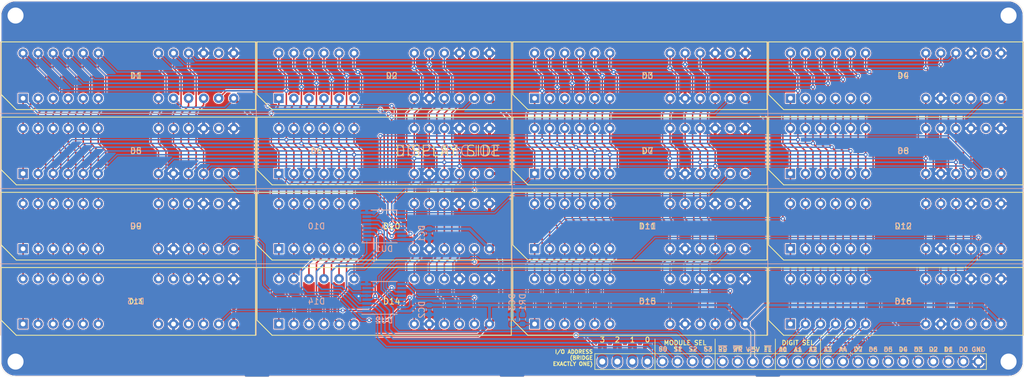
<source format=kicad_pcb>
(kicad_pcb (version 20171130) (host pcbnew "(5.1.5-0-10_14)")
  (layers (0 F.Cu signal) (31 B.Cu signal) (34 B.Paste user) (35 F.Paste user) (36 B.SilkS user) (37 F.SilkS user) (38 B.Mask user) (39 F.Mask user) (44 Edge.Cuts user))
  (net 0 "")
  (net 1 VCC)
  (net 2 "Net-(D1-Pad17)")
  (net 3 /~FL)
  (net 4 GND)
  (net 5 /A0)
  (net 6 /~RD)
  (net 7 /A1)
  (net 8 /D0)
  (net 9 /A2)
  (net 10 /D1)
  (net 11 /A3)
  (net 12 /D2)
  (net 13 /A4)
  (net 14 /D3)
  (net 15 /D4)
  (net 16 /DCLK)
  (net 17 /D5)
  (net 18 /~WR)
  (net 19 /D6)
  (net 20 /~D1EN)
  (net 21 /D7)
  (net 22 /~D2EN)
  (net 23 "Net-(D2-Pad17)")
  (net 24 "Net-(D3-Pad17)")
  (net 25 /~D3EN)
  (net 26 /~D4EN)
  (net 27 "Net-(D4-Pad17)")
  (net 28 "Net-(D5-Pad17)")
  (net 29 /~D5EN)
  (net 30 /~D6EN)
  (net 31 "Net-(D6-Pad17)")
  (net 32 "Net-(D7-Pad17)")
  (net 33 /~D7EN)
  (net 34 /~D8EN)
  (net 35 "Net-(D8-Pad17)")
  (net 36 "Net-(D9-Pad17)")
  (net 37 /~D9EN)
  (net 38 /~D10EN)
  (net 39 "Net-(D10-Pad17)")
  (net 40 "Net-(D11-Pad17)")
  (net 41 /~D11EN)
  (net 42 /~D12EN)
  (net 43 "Net-(D12-Pad17)")
  (net 44 "Net-(D13-Pad17)")
  (net 45 /~D13EN)
  (net 46 /~D14EN)
  (net 47 "Net-(D14-Pad17)")
  (net 48 "Net-(D15-Pad17)")
  (net 49 /~D15EN)
  (net 50 /~D16EN)
  (net 51 "Net-(D16-Pad17)")
  (net 52 /S0)
  (net 53 /S1)
  (net 54 /S2)
  (net 55 /S3)
  (net 56 /~DRST)
  (net 57 /~DISPEN)
  (net 58 "Net-(DJ1-Pad4)")
  (net 59 "Net-(DJ1-Pad3)")
  (net 60 "Net-(DJ1-Pad2)")
  (net 61 "Net-(DJ1-Pad1)")
  (module Capacitor_SMD:C_0603_1608Metric (layer B.Cu) (at 106.68 68.7325 270)
    (fp_text reference DC2 (at -0.0255 1.27 270) (layer B.SilkS) (effects (justify mirror)))
    (fp_text value 0.1uF)
    (pad 2 smd roundrect (at 0.7875 0 270) (size 0.875 0.95) (layers B.Cu B.Paste B.Mask) (net 4 GND))
    (pad 1 smd roundrect (at -0.7875 0 270) (size 0.875 0.95) (layers B.Cu B.Paste B.Mask) (net 1 VCC))
  )
  (module Jumper:SolderJumper-2_P1.3mm_Open_TrianglePad1.0x1.5mm (layer F.Cu) (at 143.51 75.6782 90)
    (fp_text reference DJP4 hide)
    (fp_text value SolderJumper_2_Open)
    (pad 1 smd custom (at -0.725 0 90) (size 0.3 0.3) (layers F.Cu F.Mask) (net 58 "Net-(DJ1-Pad4)") (options (clearance outline) (anchor rect)) (primitives (gr_poly (pts (xy -0.5 -0.75) (xy 0.5 -0.75) (xy 1 0) (xy 0.5 0.75) (xy -0.5 0.75)) (width 0))))
    (pad 2 smd custom (at 0.725 0 90) (size 0.3 0.3) (layers F.Cu F.Mask) (net 57 /~DISPEN) (options (clearance outline) (anchor rect)) (primitives (gr_poly (pts (xy -0.65 -0.75) (xy 0.5 -0.75) (xy 0.5 0.75) (xy -0.65 0.75) (xy -0.15 0)) (width 0))))
  )
  (module Jumper:SolderJumper-2_P1.3mm_Open_TrianglePad1.0x1.5mm (layer F.Cu) (at 140.97 75.6782 90)
    (fp_text reference DJP3 hide)
    (fp_text value SolderJumper_2_Open)
    (pad 1 smd custom (at -0.725 0 90) (size 0.3 0.3) (layers F.Cu F.Mask) (net 59 "Net-(DJ1-Pad3)") (options (clearance outline) (anchor rect)) (primitives (gr_poly (pts (xy -0.5 -0.75) (xy 0.5 -0.75) (xy 1 0) (xy 0.5 0.75) (xy -0.5 0.75)) (width 0))))
    (pad 2 smd custom (at 0.725 0 90) (size 0.3 0.3) (layers F.Cu F.Mask) (net 57 /~DISPEN) (options (clearance outline) (anchor rect)) (primitives (gr_poly (pts (xy -0.65 -0.75) (xy 0.5 -0.75) (xy 0.5 0.75) (xy -0.65 0.75) (xy -0.15 0)) (width 0))))
  )
  (module Jumper:SolderJumper-2_P1.3mm_Open_TrianglePad1.0x1.5mm (layer F.Cu) (at 138.43 75.6782 90)
    (fp_text reference DJP2 hide)
    (fp_text value SolderJumper_2_Open)
    (pad 1 smd custom (at -0.725 0 90) (size 0.3 0.3) (layers F.Cu F.Mask) (net 60 "Net-(DJ1-Pad2)") (options (clearance outline) (anchor rect)) (primitives (gr_poly (pts (xy -0.5 -0.75) (xy 0.5 -0.75) (xy 1 0) (xy 0.5 0.75) (xy -0.5 0.75)) (width 0))))
    (pad 2 smd custom (at 0.725 0 90) (size 0.3 0.3) (layers F.Cu F.Mask) (net 57 /~DISPEN) (options (clearance outline) (anchor rect)) (primitives (gr_poly (pts (xy -0.65 -0.75) (xy 0.5 -0.75) (xy 0.5 0.75) (xy -0.65 0.75) (xy -0.15 0)) (width 0))))
  )
  (module Jumper:SolderJumper-2_P1.3mm_Open_TrianglePad1.0x1.5mm (layer F.Cu) (at 135.89 75.6782 90)
    (fp_text reference DJP1 hide)
    (fp_text value SolderJumper_2_Open)
    (pad 1 smd custom (at -0.725 0 90) (size 0.3 0.3) (layers F.Cu F.Mask) (net 61 "Net-(DJ1-Pad1)") (options (clearance outline) (anchor rect)) (primitives (gr_poly (pts (xy -0.5 -0.75) (xy 0.5 -0.75) (xy 1 0) (xy 0.5 0.75) (xy -0.5 0.75)) (width 0))))
    (pad 2 smd custom (at 0.725 0 90) (size 0.3 0.3) (layers F.Cu F.Mask) (net 57 /~DISPEN) (options (clearance outline) (anchor rect)) (primitives (gr_poly (pts (xy -0.65 -0.75) (xy 0.5 -0.75) (xy 0.5 0.75) (xy -0.65 0.75) (xy -0.15 0)) (width 0))))
  )
  (module Package_SO:TSSOP-16_4.4x5mm_P0.65mm (layer B.Cu) (at 99.06 66.675)
    (fp_text reference DU2 (at 0 3.81) (layer B.SilkS) (effects (justify mirror)))
    (fp_text value 74AHC138)
    (pad 1 smd rect (at -2.95 2.275) (size 1.5 0.45) (layers B.Cu B.Paste B.Mask) (net 52 /S0))
    (pad 2 smd rect (at -2.95 1.625) (size 1.5 0.45) (layers B.Cu B.Paste B.Mask) (net 53 /S1))
    (pad 3 smd rect (at -2.95 0.975) (size 1.5 0.45) (layers B.Cu B.Paste B.Mask) (net 54 /S2))
    (pad 4 smd rect (at -2.95 0.325) (size 1.5 0.45) (layers B.Cu B.Paste B.Mask) (net 57 /~DISPEN))
    (pad 5 smd rect (at -2.95 -0.325) (size 1.5 0.45) (layers B.Cu B.Paste B.Mask) (net 4 GND))
    (pad 6 smd rect (at -2.95 -0.975) (size 1.5 0.45) (layers B.Cu B.Paste B.Mask) (net 55 /S3))
    (pad 7 smd rect (at -2.95 -1.625) (size 1.5 0.45) (layers B.Cu B.Paste B.Mask) (net 50 /~D16EN))
    (pad 8 smd rect (at -2.95 -2.275) (size 1.5 0.45) (layers B.Cu B.Paste B.Mask) (net 4 GND))
    (pad 9 smd rect (at 2.95 -2.275) (size 1.5 0.45) (layers B.Cu B.Paste B.Mask) (net 49 /~D15EN))
    (pad 10 smd rect (at 2.95 -1.625) (size 1.5 0.45) (layers B.Cu B.Paste B.Mask) (net 46 /~D14EN))
    (pad 11 smd rect (at 2.95 -0.975) (size 1.5 0.45) (layers B.Cu B.Paste B.Mask) (net 45 /~D13EN))
    (pad 12 smd rect (at 2.95 -0.325) (size 1.5 0.45) (layers B.Cu B.Paste B.Mask) (net 42 /~D12EN))
    (pad 13 smd rect (at 2.95 0.325) (size 1.5 0.45) (layers B.Cu B.Paste B.Mask) (net 41 /~D11EN))
    (pad 14 smd rect (at 2.95 0.975) (size 1.5 0.45) (layers B.Cu B.Paste B.Mask) (net 38 /~D10EN))
    (pad 15 smd rect (at 2.95 1.625) (size 1.5 0.45) (layers B.Cu B.Paste B.Mask) (net 37 /~D9EN))
    (pad 16 smd rect (at 2.95 2.275) (size 1.5 0.45) (layers B.Cu B.Paste B.Mask) (net 1 VCC))
  )
  (module Connector_PinHeader_2.54mm:PinHeader_1x26_P2.54mm_Vertical (layer F.Cu) (at 135.89 77.47 90)
    (fp_text reference DJ1 hide)
    (fp_text value Conn_01x26)
    (pad 26 thru_hole oval (at 0 63.5 90) (size 1.7 1.7) (drill 1) (layers *.Cu *.Mask) (net 4 GND))
    (pad 25 thru_hole oval (at 0 60.96 90) (size 1.7 1.7) (drill 1) (layers *.Cu *.Mask) (net 8 /D0))
    (pad 24 thru_hole oval (at 0 58.42 90) (size 1.7 1.7) (drill 1) (layers *.Cu *.Mask) (net 10 /D1))
    (pad 23 thru_hole oval (at 0 55.88 90) (size 1.7 1.7) (drill 1) (layers *.Cu *.Mask) (net 12 /D2))
    (pad 22 thru_hole oval (at 0 53.34 90) (size 1.7 1.7) (drill 1) (layers *.Cu *.Mask) (net 14 /D3))
    (pad 21 thru_hole oval (at 0 50.8 90) (size 1.7 1.7) (drill 1) (layers *.Cu *.Mask) (net 15 /D4))
    (pad 20 thru_hole oval (at 0 48.26 90) (size 1.7 1.7) (drill 1) (layers *.Cu *.Mask) (net 17 /D5))
    (pad 19 thru_hole oval (at 0 45.72 90) (size 1.7 1.7) (drill 1) (layers *.Cu *.Mask) (net 19 /D6))
    (pad 18 thru_hole oval (at 0 43.18 90) (size 1.7 1.7) (drill 1) (layers *.Cu *.Mask) (net 21 /D7))
    (pad 17 thru_hole oval (at 0 40.64 90) (size 1.7 1.7) (drill 1) (layers *.Cu *.Mask) (net 13 /A4))
    (pad 16 thru_hole oval (at 0 38.1 90) (size 1.7 1.7) (drill 1) (layers *.Cu *.Mask) (net 11 /A3))
    (pad 15 thru_hole oval (at 0 35.56 90) (size 1.7 1.7) (drill 1) (layers *.Cu *.Mask) (net 9 /A2))
    (pad 14 thru_hole oval (at 0 33.02 90) (size 1.7 1.7) (drill 1) (layers *.Cu *.Mask) (net 7 /A1))
    (pad 13 thru_hole oval (at 0 30.48 90) (size 1.7 1.7) (drill 1) (layers *.Cu *.Mask) (net 5 /A0))
    (pad 12 thru_hole oval (at 0 27.94 90) (size 1.7 1.7) (drill 1) (layers *.Cu *.Mask) (net 3 /~FL))
    (pad 11 thru_hole oval (at 0 25.4 90) (size 1.7 1.7) (drill 1) (layers *.Cu *.Mask) (net 1 VCC))
    (pad 10 thru_hole oval (at 0 22.86 90) (size 1.7 1.7) (drill 1) (layers *.Cu *.Mask) (net 18 /~WR))
    (pad 9 thru_hole oval (at 0 20.32 90) (size 1.7 1.7) (drill 1) (layers *.Cu *.Mask) (net 6 /~RD))
    (pad 8 thru_hole oval (at 0 17.78 90) (size 1.7 1.7) (drill 1) (layers *.Cu *.Mask) (net 55 /S3))
    (pad 7 thru_hole oval (at 0 15.24 90) (size 1.7 1.7) (drill 1) (layers *.Cu *.Mask) (net 54 /S2))
    (pad 6 thru_hole oval (at 0 12.7 90) (size 1.7 1.7) (drill 1) (layers *.Cu *.Mask) (net 53 /S1))
    (pad 5 thru_hole oval (at 0 10.16 90) (size 1.7 1.7) (drill 1) (layers *.Cu *.Mask) (net 52 /S0))
    (pad 4 thru_hole oval (at 0 7.62 90) (size 2.0828 1.7) (drill 1) (layers *.Cu *.Mask) (net 58 "Net-(DJ1-Pad4)"))
    (pad 3 thru_hole oval (at 0 5.08 90) (size 2.0828 1.7) (drill 1) (layers *.Cu *.Mask) (net 59 "Net-(DJ1-Pad3)"))
    (pad 2 thru_hole oval (at 0 2.54 90) (size 2.0828 1.7) (drill 1) (layers *.Cu *.Mask) (net 60 "Net-(DJ1-Pad2)"))
    (pad 1 thru_hole oval (at 0 0 90) (size 2.0828 1.7) (drill 1) (layers *.Cu *.Mask) (net 61 "Net-(DJ1-Pad1)"))
  )
  (module Display_IntelligentAlpha:PDSP188x (layer F.Cu) (at 167.64 71.12)
    (fp_text reference D16 (at 19.05 -3.81 180) (layer F.SilkS))
    (fp_text value PDSP1881)
    (pad 16 thru_hole oval (at 35.56 -7.62 90) (size 1.6 1.6) (drill 0.8) (layers *.Cu *.Mask) (net 4 GND))
    (pad 15 thru_hole oval (at 35.56 0 90) (size 1.6 1.6) (drill 0.8) (layers *.Cu *.Mask) (net 1 VCC))
    (pad 30 thru_hole oval (at 0 -7.62 90) (size 1.6 1.6) (drill 0.8) (layers *.Cu *.Mask) (net 21 /D7))
    (pad 14 thru_hole oval (at 33.02 0 90) (size 1.6 1.6) (drill 0.8) (layers *.Cu *.Mask) (net 50 /~D16EN))
    (pad 29 thru_hole oval (at 2.54 -7.62 90) (size 1.6 1.6) (drill 0.8) (layers *.Cu *.Mask) (net 19 /D6))
    (pad 13 thru_hole oval (at 30.48 0 90) (size 1.6 1.6) (drill 0.8) (layers *.Cu *.Mask) (net 18 /~WR))
    (pad 28 thru_hole oval (at 5.08 -7.62 90) (size 1.6 1.6) (drill 0.8) (layers *.Cu *.Mask) (net 17 /D5))
    (pad 12 thru_hole oval (at 27.94 0 90) (size 1.6 1.6) (drill 0.8) (layers *.Cu *.Mask) (net 16 /DCLK))
    (pad 27 thru_hole oval (at 7.62 -7.62 90) (size 1.6 1.6) (drill 0.8) (layers *.Cu *.Mask) (net 15 /D4))
    (pad 11 thru_hole oval (at 25.4 0 90) (size 1.6 1.6) (drill 0.8) (layers *.Cu *.Mask) (net 4 GND))
    (pad 26 thru_hole oval (at 10.16 -7.62 90) (size 1.6 1.6) (drill 0.8) (layers *.Cu *.Mask) (net 14 /D3))
    (pad 10 thru_hole oval (at 22.86 0 90) (size 1.6 1.6) (drill 0.8) (layers *.Cu *.Mask) (net 13 /A4))
    (pad 25 thru_hole oval (at 12.7 -7.62 90) (size 1.6 1.6) (drill 0.8) (layers *.Cu *.Mask) (net 12 /D2))
    (pad 6 thru_hole oval (at 12.7 0 90) (size 1.6 1.6) (drill 0.8) (layers *.Cu *.Mask) (net 11 /A3))
    (pad 21 thru_hole oval (at 22.86 -7.62 90) (size 1.6 1.6) (drill 0.8) (layers *.Cu *.Mask) (net 10 /D1))
    (pad 5 thru_hole oval (at 10.16 0 90) (size 1.6 1.6) (drill 0.8) (layers *.Cu *.Mask) (net 9 /A2))
    (pad 20 thru_hole oval (at 25.4 -7.62 90) (size 1.6 1.6) (drill 0.8) (layers *.Cu *.Mask) (net 8 /D0))
    (pad 4 thru_hole oval (at 7.62 0 90) (size 1.6 1.6) (drill 0.8) (layers *.Cu *.Mask) (net 7 /A1))
    (pad 19 thru_hole oval (at 27.94 -7.62 90) (size 1.6 1.6) (drill 0.8) (layers *.Cu *.Mask) (net 6 /~RD))
    (pad 3 thru_hole oval (at 5.08 0 90) (size 1.6 1.6) (drill 0.8) (layers *.Cu *.Mask) (net 5 /A0))
    (pad 18 thru_hole oval (at 30.48 -7.62 90) (size 1.6 1.6) (drill 0.8) (layers *.Cu *.Mask) (net 4 GND))
    (pad 2 thru_hole oval (at 2.54 0 90) (size 1.6 1.6) (drill 0.8) (layers *.Cu *.Mask) (net 3 /~FL))
    (pad 17 thru_hole oval (at 33.02 -7.62 90) (size 1.6 1.6) (drill 0.8) (layers *.Cu *.Mask) (net 51 "Net-(D16-Pad17)"))
    (pad 1 thru_hole rect (at 0 0 90) (size 1.6 1.6) (drill 0.8) (layers *.Cu *.Mask) (net 56 /~DRST))
  )
  (module Display_IntelligentAlpha:PDSP188x (layer F.Cu) (at 81.28 58.42)
    (fp_text reference D10 (at 19.05 -3.81 180) (layer F.SilkS))
    (fp_text value PDSP1881)
    (pad 16 thru_hole oval (at 35.56 -7.62 90) (size 1.6 1.6) (drill 0.8) (layers *.Cu *.Mask) (net 4 GND))
    (pad 15 thru_hole oval (at 35.56 0 90) (size 1.6 1.6) (drill 0.8) (layers *.Cu *.Mask) (net 1 VCC))
    (pad 30 thru_hole oval (at 0 -7.62 90) (size 1.6 1.6) (drill 0.8) (layers *.Cu *.Mask) (net 21 /D7))
    (pad 14 thru_hole oval (at 33.02 0 90) (size 1.6 1.6) (drill 0.8) (layers *.Cu *.Mask) (net 38 /~D10EN))
    (pad 29 thru_hole oval (at 2.54 -7.62 90) (size 1.6 1.6) (drill 0.8) (layers *.Cu *.Mask) (net 19 /D6))
    (pad 13 thru_hole oval (at 30.48 0 90) (size 1.6 1.6) (drill 0.8) (layers *.Cu *.Mask) (net 18 /~WR))
    (pad 28 thru_hole oval (at 5.08 -7.62 90) (size 1.6 1.6) (drill 0.8) (layers *.Cu *.Mask) (net 17 /D5))
    (pad 12 thru_hole oval (at 27.94 0 90) (size 1.6 1.6) (drill 0.8) (layers *.Cu *.Mask) (net 16 /DCLK))
    (pad 27 thru_hole oval (at 7.62 -7.62 90) (size 1.6 1.6) (drill 0.8) (layers *.Cu *.Mask) (net 15 /D4))
    (pad 11 thru_hole oval (at 25.4 0 90) (size 1.6 1.6) (drill 0.8) (layers *.Cu *.Mask) (net 4 GND))
    (pad 26 thru_hole oval (at 10.16 -7.62 90) (size 1.6 1.6) (drill 0.8) (layers *.Cu *.Mask) (net 14 /D3))
    (pad 10 thru_hole oval (at 22.86 0 90) (size 1.6 1.6) (drill 0.8) (layers *.Cu *.Mask) (net 13 /A4))
    (pad 25 thru_hole oval (at 12.7 -7.62 90) (size 1.6 1.6) (drill 0.8) (layers *.Cu *.Mask) (net 12 /D2))
    (pad 6 thru_hole oval (at 12.7 0 90) (size 1.6 1.6) (drill 0.8) (layers *.Cu *.Mask) (net 11 /A3))
    (pad 21 thru_hole oval (at 22.86 -7.62 90) (size 1.6 1.6) (drill 0.8) (layers *.Cu *.Mask) (net 10 /D1))
    (pad 5 thru_hole oval (at 10.16 0 90) (size 1.6 1.6) (drill 0.8) (layers *.Cu *.Mask) (net 9 /A2))
    (pad 20 thru_hole oval (at 25.4 -7.62 90) (size 1.6 1.6) (drill 0.8) (layers *.Cu *.Mask) (net 8 /D0))
    (pad 4 thru_hole oval (at 7.62 0 90) (size 1.6 1.6) (drill 0.8) (layers *.Cu *.Mask) (net 7 /A1))
    (pad 19 thru_hole oval (at 27.94 -7.62 90) (size 1.6 1.6) (drill 0.8) (layers *.Cu *.Mask) (net 6 /~RD))
    (pad 3 thru_hole oval (at 5.08 0 90) (size 1.6 1.6) (drill 0.8) (layers *.Cu *.Mask) (net 5 /A0))
    (pad 18 thru_hole oval (at 30.48 -7.62 90) (size 1.6 1.6) (drill 0.8) (layers *.Cu *.Mask) (net 4 GND))
    (pad 2 thru_hole oval (at 2.54 0 90) (size 1.6 1.6) (drill 0.8) (layers *.Cu *.Mask) (net 3 /~FL))
    (pad 17 thru_hole oval (at 33.02 -7.62 90) (size 1.6 1.6) (drill 0.8) (layers *.Cu *.Mask) (net 39 "Net-(D10-Pad17)"))
    (pad 1 thru_hole rect (at 0 0 90) (size 1.6 1.6) (drill 0.8) (layers *.Cu *.Mask) (net 56 /~DRST))
  )
  (module Display_IntelligentAlpha:PDSP188x (layer F.Cu) (at 124.46 71.12)
    (fp_text reference D15 (at 19.05 -3.81 180) (layer F.SilkS))
    (fp_text value PDSP1881)
    (pad 1 thru_hole rect (at 0 0 90) (size 1.6 1.6) (drill 0.8) (layers *.Cu *.Mask) (net 56 /~DRST))
    (pad 17 thru_hole oval (at 33.02 -7.62 90) (size 1.6 1.6) (drill 0.8) (layers *.Cu *.Mask) (net 48 "Net-(D15-Pad17)"))
    (pad 2 thru_hole oval (at 2.54 0 90) (size 1.6 1.6) (drill 0.8) (layers *.Cu *.Mask) (net 3 /~FL))
    (pad 18 thru_hole oval (at 30.48 -7.62 90) (size 1.6 1.6) (drill 0.8) (layers *.Cu *.Mask) (net 4 GND))
    (pad 3 thru_hole oval (at 5.08 0 90) (size 1.6 1.6) (drill 0.8) (layers *.Cu *.Mask) (net 5 /A0))
    (pad 19 thru_hole oval (at 27.94 -7.62 90) (size 1.6 1.6) (drill 0.8) (layers *.Cu *.Mask) (net 6 /~RD))
    (pad 4 thru_hole oval (at 7.62 0 90) (size 1.6 1.6) (drill 0.8) (layers *.Cu *.Mask) (net 7 /A1))
    (pad 20 thru_hole oval (at 25.4 -7.62 90) (size 1.6 1.6) (drill 0.8) (layers *.Cu *.Mask) (net 8 /D0))
    (pad 5 thru_hole oval (at 10.16 0 90) (size 1.6 1.6) (drill 0.8) (layers *.Cu *.Mask) (net 9 /A2))
    (pad 21 thru_hole oval (at 22.86 -7.62 90) (size 1.6 1.6) (drill 0.8) (layers *.Cu *.Mask) (net 10 /D1))
    (pad 6 thru_hole oval (at 12.7 0 90) (size 1.6 1.6) (drill 0.8) (layers *.Cu *.Mask) (net 11 /A3))
    (pad 25 thru_hole oval (at 12.7 -7.62 90) (size 1.6 1.6) (drill 0.8) (layers *.Cu *.Mask) (net 12 /D2))
    (pad 10 thru_hole oval (at 22.86 0 90) (size 1.6 1.6) (drill 0.8) (layers *.Cu *.Mask) (net 13 /A4))
    (pad 26 thru_hole oval (at 10.16 -7.62 90) (size 1.6 1.6) (drill 0.8) (layers *.Cu *.Mask) (net 14 /D3))
    (pad 11 thru_hole oval (at 25.4 0 90) (size 1.6 1.6) (drill 0.8) (layers *.Cu *.Mask) (net 4 GND))
    (pad 27 thru_hole oval (at 7.62 -7.62 90) (size 1.6 1.6) (drill 0.8) (layers *.Cu *.Mask) (net 15 /D4))
    (pad 12 thru_hole oval (at 27.94 0 90) (size 1.6 1.6) (drill 0.8) (layers *.Cu *.Mask) (net 16 /DCLK))
    (pad 28 thru_hole oval (at 5.08 -7.62 90) (size 1.6 1.6) (drill 0.8) (layers *.Cu *.Mask) (net 17 /D5))
    (pad 13 thru_hole oval (at 30.48 0 90) (size 1.6 1.6) (drill 0.8) (layers *.Cu *.Mask) (net 18 /~WR))
    (pad 29 thru_hole oval (at 2.54 -7.62 90) (size 1.6 1.6) (drill 0.8) (layers *.Cu *.Mask) (net 19 /D6))
    (pad 14 thru_hole oval (at 33.02 0 90) (size 1.6 1.6) (drill 0.8) (layers *.Cu *.Mask) (net 49 /~D15EN))
    (pad 30 thru_hole oval (at 0 -7.62 90) (size 1.6 1.6) (drill 0.8) (layers *.Cu *.Mask) (net 21 /D7))
    (pad 15 thru_hole oval (at 35.56 0 90) (size 1.6 1.6) (drill 0.8) (layers *.Cu *.Mask) (net 1 VCC))
    (pad 16 thru_hole oval (at 35.56 -7.62 90) (size 1.6 1.6) (drill 0.8) (layers *.Cu *.Mask) (net 4 GND))
  )
  (module MountingHole:MountingHole_2.7mm_M2.5_DIN965_Pad (layer F.Cu) (at 36.83 19.05)
    (fp_text reference REF** hide)
    (fp_text value MountingHole_2.7mm_M2.5_DIN965_Pad)
    (pad 1 thru_hole circle (at 0 0) (size 4.700001 4.700001) (drill 2.7) (layers *.Cu *.Mask) (net 4 GND))
  )
  (module MountingHole:MountingHole_2.7mm_M2.5_DIN965_Pad (layer F.Cu) (at 204.47 19.05)
    (fp_text reference REF** hide)
    (fp_text value MountingHole_2.7mm_M2.5_DIN965_Pad)
    (pad 1 thru_hole circle (at 0 0) (size 4.700001 4.700001) (drill 2.7) (layers *.Cu *.Mask) (net 4 GND))
  )
  (module MountingHole:MountingHole_2.7mm_M2.5_DIN965_Pad (layer F.Cu) (at 204.47 77.47)
    (fp_text reference REF** hide)
    (fp_text value MountingHole_2.7mm_M2.5_DIN965_Pad)
    (pad 1 thru_hole circle (at 0 0) (size 4.700001 4.700001) (drill 2.7) (layers *.Cu *.Mask) (net 4 GND))
  )
  (module MountingHole:MountingHole_2.7mm_M2.5_DIN965_Pad (layer F.Cu) (at 36.83 77.47)
    (fp_text reference REF** hide)
    (fp_text value MountingHole_2.7mm_M2.5_DIN965_Pad)
    (pad 1 thru_hole circle (at 0 0) (size 4.700001 4.700001) (drill 2.7) (layers *.Cu *.Mask) (net 4 GND))
  )
  (module Display_IntelligentAlpha:PDSP188x (layer F.Cu) (at 81.28 71.12)
    (fp_text reference D14 (at 19.05 -3.81 180) (layer F.SilkS))
    (fp_text value PDSP1881)
    (pad 16 thru_hole oval (at 35.56 -7.62 90) (size 1.6 1.6) (drill 0.8) (layers *.Cu *.Mask) (net 4 GND))
    (pad 15 thru_hole oval (at 35.56 0 90) (size 1.6 1.6) (drill 0.8) (layers *.Cu *.Mask) (net 1 VCC))
    (pad 30 thru_hole oval (at 0 -7.62 90) (size 1.6 1.6) (drill 0.8) (layers *.Cu *.Mask) (net 21 /D7))
    (pad 14 thru_hole oval (at 33.02 0 90) (size 1.6 1.6) (drill 0.8) (layers *.Cu *.Mask) (net 46 /~D14EN))
    (pad 29 thru_hole oval (at 2.54 -7.62 90) (size 1.6 1.6) (drill 0.8) (layers *.Cu *.Mask) (net 19 /D6))
    (pad 13 thru_hole oval (at 30.48 0 90) (size 1.6 1.6) (drill 0.8) (layers *.Cu *.Mask) (net 18 /~WR))
    (pad 28 thru_hole oval (at 5.08 -7.62 90) (size 1.6 1.6) (drill 0.8) (layers *.Cu *.Mask) (net 17 /D5))
    (pad 12 thru_hole oval (at 27.94 0 90) (size 1.6 1.6) (drill 0.8) (layers *.Cu *.Mask) (net 16 /DCLK))
    (pad 27 thru_hole oval (at 7.62 -7.62 90) (size 1.6 1.6) (drill 0.8) (layers *.Cu *.Mask) (net 15 /D4))
    (pad 11 thru_hole oval (at 25.4 0 90) (size 1.6 1.6) (drill 0.8) (layers *.Cu *.Mask) (net 4 GND))
    (pad 26 thru_hole oval (at 10.16 -7.62 90) (size 1.6 1.6) (drill 0.8) (layers *.Cu *.Mask) (net 14 /D3))
    (pad 10 thru_hole oval (at 22.86 0 90) (size 1.6 1.6) (drill 0.8) (layers *.Cu *.Mask) (net 13 /A4))
    (pad 25 thru_hole oval (at 12.7 -7.62 90) (size 1.6 1.6) (drill 0.8) (layers *.Cu *.Mask) (net 12 /D2))
    (pad 6 thru_hole oval (at 12.7 0 90) (size 1.6 1.6) (drill 0.8) (layers *.Cu *.Mask) (net 11 /A3))
    (pad 21 thru_hole oval (at 22.86 -7.62 90) (size 1.6 1.6) (drill 0.8) (layers *.Cu *.Mask) (net 10 /D1))
    (pad 5 thru_hole oval (at 10.16 0 90) (size 1.6 1.6) (drill 0.8) (layers *.Cu *.Mask) (net 9 /A2))
    (pad 20 thru_hole oval (at 25.4 -7.62 90) (size 1.6 1.6) (drill 0.8) (layers *.Cu *.Mask) (net 8 /D0))
    (pad 4 thru_hole oval (at 7.62 0 90) (size 1.6 1.6) (drill 0.8) (layers *.Cu *.Mask) (net 7 /A1))
    (pad 19 thru_hole oval (at 27.94 -7.62 90) (size 1.6 1.6) (drill 0.8) (layers *.Cu *.Mask) (net 6 /~RD))
    (pad 3 thru_hole oval (at 5.08 0 90) (size 1.6 1.6) (drill 0.8) (layers *.Cu *.Mask) (net 5 /A0))
    (pad 18 thru_hole oval (at 30.48 -7.62 90) (size 1.6 1.6) (drill 0.8) (layers *.Cu *.Mask) (net 4 GND))
    (pad 2 thru_hole oval (at 2.54 0 90) (size 1.6 1.6) (drill 0.8) (layers *.Cu *.Mask) (net 3 /~FL))
    (pad 17 thru_hole oval (at 33.02 -7.62 90) (size 1.6 1.6) (drill 0.8) (layers *.Cu *.Mask) (net 47 "Net-(D14-Pad17)"))
    (pad 1 thru_hole rect (at 0 0 90) (size 1.6 1.6) (drill 0.8) (layers *.Cu *.Mask) (net 56 /~DRST))
  )
  (module Resistor_SMD:R_0603_1608Metric (layer B.Cu) (at 122.428 70.3325 270)
    (fp_text reference DR1 (at -2.8955 0 270) (layer B.SilkS) (effects (justify mirror)))
    (fp_text value 10k)
    (pad 2 smd roundrect (at 0.7875 0 270) (size 0.875 0.95) (layers B.Cu B.Paste B.Mask) (net 56 /~DRST))
    (pad 1 smd roundrect (at -0.7875 0 270) (size 0.875 0.95) (layers B.Cu B.Paste B.Mask) (net 1 VCC))
  )
  (module Capacitor_SMD:C_0603_1608Metric (layer B.Cu) (at 120.65 70.3325 90)
    (fp_text reference DC3 (at 2.8955 0 270) (layer B.SilkS) (effects (justify mirror)))
    (fp_text value 0.1uF)
    (pad 2 smd roundrect (at 0.7875 0 90) (size 0.875 0.95) (layers B.Cu B.Paste B.Mask) (net 4 GND))
    (pad 1 smd roundrect (at -0.7875 0 90) (size 0.875 0.95) (layers B.Cu B.Paste B.Mask) (net 56 /~DRST))
  )
  (module Capacitor_SMD:C_0603_1608Metric (layer B.Cu) (at 106.68 55.8545 270)
    (fp_text reference DC1 (at 0.0255 1.27 270) (layer B.SilkS) (effects (justify mirror)))
    (fp_text value 0.1uF)
    (pad 2 smd roundrect (at 0.7875 0 270) (size 0.875 0.95) (layers B.Cu B.Paste B.Mask) (net 4 GND))
    (pad 1 smd roundrect (at -0.7875 0 270) (size 0.875 0.95) (layers B.Cu B.Paste B.Mask) (net 1 VCC))
  )
  (module Display_IntelligentAlpha:PDSP188x (layer F.Cu) (at 167.64 58.42)
    (fp_text reference D12 (at 19.05 -3.81 180) (layer F.SilkS))
    (fp_text value PDSP1881)
    (pad 16 thru_hole oval (at 35.56 -7.62 90) (size 1.6 1.6) (drill 0.8) (layers *.Cu *.Mask) (net 4 GND))
    (pad 15 thru_hole oval (at 35.56 0 90) (size 1.6 1.6) (drill 0.8) (layers *.Cu *.Mask) (net 1 VCC))
    (pad 30 thru_hole oval (at 0 -7.62 90) (size 1.6 1.6) (drill 0.8) (layers *.Cu *.Mask) (net 21 /D7))
    (pad 14 thru_hole oval (at 33.02 0 90) (size 1.6 1.6) (drill 0.8) (layers *.Cu *.Mask) (net 42 /~D12EN))
    (pad 29 thru_hole oval (at 2.54 -7.62 90) (size 1.6 1.6) (drill 0.8) (layers *.Cu *.Mask) (net 19 /D6))
    (pad 13 thru_hole oval (at 30.48 0 90) (size 1.6 1.6) (drill 0.8) (layers *.Cu *.Mask) (net 18 /~WR))
    (pad 28 thru_hole oval (at 5.08 -7.62 90) (size 1.6 1.6) (drill 0.8) (layers *.Cu *.Mask) (net 17 /D5))
    (pad 12 thru_hole oval (at 27.94 0 90) (size 1.6 1.6) (drill 0.8) (layers *.Cu *.Mask) (net 16 /DCLK))
    (pad 27 thru_hole oval (at 7.62 -7.62 90) (size 1.6 1.6) (drill 0.8) (layers *.Cu *.Mask) (net 15 /D4))
    (pad 11 thru_hole oval (at 25.4 0 90) (size 1.6 1.6) (drill 0.8) (layers *.Cu *.Mask) (net 4 GND))
    (pad 26 thru_hole oval (at 10.16 -7.62 90) (size 1.6 1.6) (drill 0.8) (layers *.Cu *.Mask) (net 14 /D3))
    (pad 10 thru_hole oval (at 22.86 0 90) (size 1.6 1.6) (drill 0.8) (layers *.Cu *.Mask) (net 13 /A4))
    (pad 25 thru_hole oval (at 12.7 -7.62 90) (size 1.6 1.6) (drill 0.8) (layers *.Cu *.Mask) (net 12 /D2))
    (pad 6 thru_hole oval (at 12.7 0 90) (size 1.6 1.6) (drill 0.8) (layers *.Cu *.Mask) (net 11 /A3))
    (pad 21 thru_hole oval (at 22.86 -7.62 90) (size 1.6 1.6) (drill 0.8) (layers *.Cu *.Mask) (net 10 /D1))
    (pad 5 thru_hole oval (at 10.16 0 90) (size 1.6 1.6) (drill 0.8) (layers *.Cu *.Mask) (net 9 /A2))
    (pad 20 thru_hole oval (at 25.4 -7.62 90) (size 1.6 1.6) (drill 0.8) (layers *.Cu *.Mask) (net 8 /D0))
    (pad 4 thru_hole oval (at 7.62 0 90) (size 1.6 1.6) (drill 0.8) (layers *.Cu *.Mask) (net 7 /A1))
    (pad 19 thru_hole oval (at 27.94 -7.62 90) (size 1.6 1.6) (drill 0.8) (layers *.Cu *.Mask) (net 6 /~RD))
    (pad 3 thru_hole oval (at 5.08 0 90) (size 1.6 1.6) (drill 0.8) (layers *.Cu *.Mask) (net 5 /A0))
    (pad 18 thru_hole oval (at 30.48 -7.62 90) (size 1.6 1.6) (drill 0.8) (layers *.Cu *.Mask) (net 4 GND))
    (pad 2 thru_hole oval (at 2.54 0 90) (size 1.6 1.6) (drill 0.8) (layers *.Cu *.Mask) (net 3 /~FL))
    (pad 17 thru_hole oval (at 33.02 -7.62 90) (size 1.6 1.6) (drill 0.8) (layers *.Cu *.Mask) (net 43 "Net-(D12-Pad17)"))
    (pad 1 thru_hole rect (at 0 0 90) (size 1.6 1.6) (drill 0.8) (layers *.Cu *.Mask) (net 56 /~DRST))
  )
  (module Display_IntelligentAlpha:PDSP188x (layer F.Cu) (at 124.46 58.42)
    (fp_text reference D11 (at 19.05 -3.81 180) (layer F.SilkS))
    (fp_text value PDSP1881)
    (pad 1 thru_hole rect (at 0 0 90) (size 1.6 1.6) (drill 0.8) (layers *.Cu *.Mask) (net 56 /~DRST))
    (pad 17 thru_hole oval (at 33.02 -7.62 90) (size 1.6 1.6) (drill 0.8) (layers *.Cu *.Mask) (net 40 "Net-(D11-Pad17)"))
    (pad 2 thru_hole oval (at 2.54 0 90) (size 1.6 1.6) (drill 0.8) (layers *.Cu *.Mask) (net 3 /~FL))
    (pad 18 thru_hole oval (at 30.48 -7.62 90) (size 1.6 1.6) (drill 0.8) (layers *.Cu *.Mask) (net 4 GND))
    (pad 3 thru_hole oval (at 5.08 0 90) (size 1.6 1.6) (drill 0.8) (layers *.Cu *.Mask) (net 5 /A0))
    (pad 19 thru_hole oval (at 27.94 -7.62 90) (size 1.6 1.6) (drill 0.8) (layers *.Cu *.Mask) (net 6 /~RD))
    (pad 4 thru_hole oval (at 7.62 0 90) (size 1.6 1.6) (drill 0.8) (layers *.Cu *.Mask) (net 7 /A1))
    (pad 20 thru_hole oval (at 25.4 -7.62 90) (size 1.6 1.6) (drill 0.8) (layers *.Cu *.Mask) (net 8 /D0))
    (pad 5 thru_hole oval (at 10.16 0 90) (size 1.6 1.6) (drill 0.8) (layers *.Cu *.Mask) (net 9 /A2))
    (pad 21 thru_hole oval (at 22.86 -7.62 90) (size 1.6 1.6) (drill 0.8) (layers *.Cu *.Mask) (net 10 /D1))
    (pad 6 thru_hole oval (at 12.7 0 90) (size 1.6 1.6) (drill 0.8) (layers *.Cu *.Mask) (net 11 /A3))
    (pad 25 thru_hole oval (at 12.7 -7.62 90) (size 1.6 1.6) (drill 0.8) (layers *.Cu *.Mask) (net 12 /D2))
    (pad 10 thru_hole oval (at 22.86 0 90) (size 1.6 1.6) (drill 0.8) (layers *.Cu *.Mask) (net 13 /A4))
    (pad 26 thru_hole oval (at 10.16 -7.62 90) (size 1.6 1.6) (drill 0.8) (layers *.Cu *.Mask) (net 14 /D3))
    (pad 11 thru_hole oval (at 25.4 0 90) (size 1.6 1.6) (drill 0.8) (layers *.Cu *.Mask) (net 4 GND))
    (pad 27 thru_hole oval (at 7.62 -7.62 90) (size 1.6 1.6) (drill 0.8) (layers *.Cu *.Mask) (net 15 /D4))
    (pad 12 thru_hole oval (at 27.94 0 90) (size 1.6 1.6) (drill 0.8) (layers *.Cu *.Mask) (net 16 /DCLK))
    (pad 28 thru_hole oval (at 5.08 -7.62 90) (size 1.6 1.6) (drill 0.8) (layers *.Cu *.Mask) (net 17 /D5))
    (pad 13 thru_hole oval (at 30.48 0 90) (size 1.6 1.6) (drill 0.8) (layers *.Cu *.Mask) (net 18 /~WR))
    (pad 29 thru_hole oval (at 2.54 -7.62 90) (size 1.6 1.6) (drill 0.8) (layers *.Cu *.Mask) (net 19 /D6))
    (pad 14 thru_hole oval (at 33.02 0 90) (size 1.6 1.6) (drill 0.8) (layers *.Cu *.Mask) (net 41 /~D11EN))
    (pad 30 thru_hole oval (at 0 -7.62 90) (size 1.6 1.6) (drill 0.8) (layers *.Cu *.Mask) (net 21 /D7))
    (pad 15 thru_hole oval (at 35.56 0 90) (size 1.6 1.6) (drill 0.8) (layers *.Cu *.Mask) (net 1 VCC))
    (pad 16 thru_hole oval (at 35.56 -7.62 90) (size 1.6 1.6) (drill 0.8) (layers *.Cu *.Mask) (net 4 GND))
  )
  (module Display_IntelligentAlpha:PDSP188x (layer F.Cu) (at 38.1 33.02)
    (fp_text reference D1 (at 19.05 -3.81 180) (layer F.SilkS))
    (fp_text value PDSP1881)
    (pad 1 thru_hole rect (at 0 0 90) (size 1.6 1.6) (drill 0.8) (layers *.Cu *.Mask) (net 56 /~DRST))
    (pad 17 thru_hole oval (at 33.02 -7.62 90) (size 1.6 1.6) (drill 0.8) (layers *.Cu *.Mask) (net 2 "Net-(D1-Pad17)"))
    (pad 2 thru_hole oval (at 2.54 0 90) (size 1.6 1.6) (drill 0.8) (layers *.Cu *.Mask) (net 3 /~FL))
    (pad 18 thru_hole oval (at 30.48 -7.62 90) (size 1.6 1.6) (drill 0.8) (layers *.Cu *.Mask) (net 4 GND))
    (pad 3 thru_hole oval (at 5.08 0 90) (size 1.6 1.6) (drill 0.8) (layers *.Cu *.Mask) (net 5 /A0))
    (pad 19 thru_hole oval (at 27.94 -7.62 90) (size 1.6 1.6) (drill 0.8) (layers *.Cu *.Mask) (net 6 /~RD))
    (pad 4 thru_hole oval (at 7.62 0 90) (size 1.6 1.6) (drill 0.8) (layers *.Cu *.Mask) (net 7 /A1))
    (pad 20 thru_hole oval (at 25.4 -7.62 90) (size 1.6 1.6) (drill 0.8) (layers *.Cu *.Mask) (net 8 /D0))
    (pad 5 thru_hole oval (at 10.16 0 90) (size 1.6 1.6) (drill 0.8) (layers *.Cu *.Mask) (net 9 /A2))
    (pad 21 thru_hole oval (at 22.86 -7.62 90) (size 1.6 1.6) (drill 0.8) (layers *.Cu *.Mask) (net 10 /D1))
    (pad 6 thru_hole oval (at 12.7 0 90) (size 1.6 1.6) (drill 0.8) (layers *.Cu *.Mask) (net 11 /A3))
    (pad 25 thru_hole oval (at 12.7 -7.62 90) (size 1.6 1.6) (drill 0.8) (layers *.Cu *.Mask) (net 12 /D2))
    (pad 10 thru_hole oval (at 22.86 0 90) (size 1.6 1.6) (drill 0.8) (layers *.Cu *.Mask) (net 13 /A4))
    (pad 26 thru_hole oval (at 10.16 -7.62 90) (size 1.6 1.6) (drill 0.8) (layers *.Cu *.Mask) (net 14 /D3))
    (pad 11 thru_hole oval (at 25.4 0 90) (size 1.6 1.6) (drill 0.8) (layers *.Cu *.Mask) (net 1 VCC))
    (pad 27 thru_hole oval (at 7.62 -7.62 90) (size 1.6 1.6) (drill 0.8) (layers *.Cu *.Mask) (net 15 /D4))
    (pad 12 thru_hole oval (at 27.94 0 90) (size 1.6 1.6) (drill 0.8) (layers *.Cu *.Mask) (net 16 /DCLK))
    (pad 28 thru_hole oval (at 5.08 -7.62 90) (size 1.6 1.6) (drill 0.8) (layers *.Cu *.Mask) (net 17 /D5))
    (pad 13 thru_hole oval (at 30.48 0 90) (size 1.6 1.6) (drill 0.8) (layers *.Cu *.Mask) (net 18 /~WR))
    (pad 29 thru_hole oval (at 2.54 -7.62 90) (size 1.6 1.6) (drill 0.8) (layers *.Cu *.Mask) (net 19 /D6))
    (pad 14 thru_hole oval (at 33.02 0 90) (size 1.6 1.6) (drill 0.8) (layers *.Cu *.Mask) (net 20 /~D1EN))
    (pad 30 thru_hole oval (at 0 -7.62 90) (size 1.6 1.6) (drill 0.8) (layers *.Cu *.Mask) (net 21 /D7))
    (pad 15 thru_hole oval (at 35.56 0 90) (size 1.6 1.6) (drill 0.8) (layers *.Cu *.Mask) (net 1 VCC))
    (pad 16 thru_hole oval (at 35.56 -7.62 90) (size 1.6 1.6) (drill 0.8) (layers *.Cu *.Mask) (net 4 GND))
  )
  (module Display_IntelligentAlpha:PDSP188x (layer F.Cu) (at 81.28 33.02)
    (fp_text reference D2 (at 19.05 -3.81 180) (layer F.SilkS))
    (fp_text value PDSP1881)
    (pad 16 thru_hole oval (at 35.56 -7.62 90) (size 1.6 1.6) (drill 0.8) (layers *.Cu *.Mask) (net 4 GND))
    (pad 15 thru_hole oval (at 35.56 0 90) (size 1.6 1.6) (drill 0.8) (layers *.Cu *.Mask) (net 1 VCC))
    (pad 30 thru_hole oval (at 0 -7.62 90) (size 1.6 1.6) (drill 0.8) (layers *.Cu *.Mask) (net 21 /D7))
    (pad 14 thru_hole oval (at 33.02 0 90) (size 1.6 1.6) (drill 0.8) (layers *.Cu *.Mask) (net 22 /~D2EN))
    (pad 29 thru_hole oval (at 2.54 -7.62 90) (size 1.6 1.6) (drill 0.8) (layers *.Cu *.Mask) (net 19 /D6))
    (pad 13 thru_hole oval (at 30.48 0 90) (size 1.6 1.6) (drill 0.8) (layers *.Cu *.Mask) (net 18 /~WR))
    (pad 28 thru_hole oval (at 5.08 -7.62 90) (size 1.6 1.6) (drill 0.8) (layers *.Cu *.Mask) (net 17 /D5))
    (pad 12 thru_hole oval (at 27.94 0 90) (size 1.6 1.6) (drill 0.8) (layers *.Cu *.Mask) (net 16 /DCLK))
    (pad 27 thru_hole oval (at 7.62 -7.62 90) (size 1.6 1.6) (drill 0.8) (layers *.Cu *.Mask) (net 15 /D4))
    (pad 11 thru_hole oval (at 25.4 0 90) (size 1.6 1.6) (drill 0.8) (layers *.Cu *.Mask) (net 4 GND))
    (pad 26 thru_hole oval (at 10.16 -7.62 90) (size 1.6 1.6) (drill 0.8) (layers *.Cu *.Mask) (net 14 /D3))
    (pad 10 thru_hole oval (at 22.86 0 90) (size 1.6 1.6) (drill 0.8) (layers *.Cu *.Mask) (net 13 /A4))
    (pad 25 thru_hole oval (at 12.7 -7.62 90) (size 1.6 1.6) (drill 0.8) (layers *.Cu *.Mask) (net 12 /D2))
    (pad 6 thru_hole oval (at 12.7 0 90) (size 1.6 1.6) (drill 0.8) (layers *.Cu *.Mask) (net 11 /A3))
    (pad 21 thru_hole oval (at 22.86 -7.62 90) (size 1.6 1.6) (drill 0.8) (layers *.Cu *.Mask) (net 10 /D1))
    (pad 5 thru_hole oval (at 10.16 0 90) (size 1.6 1.6) (drill 0.8) (layers *.Cu *.Mask) (net 9 /A2))
    (pad 20 thru_hole oval (at 25.4 -7.62 90) (size 1.6 1.6) (drill 0.8) (layers *.Cu *.Mask) (net 8 /D0))
    (pad 4 thru_hole oval (at 7.62 0 90) (size 1.6 1.6) (drill 0.8) (layers *.Cu *.Mask) (net 7 /A1))
    (pad 19 thru_hole oval (at 27.94 -7.62 90) (size 1.6 1.6) (drill 0.8) (layers *.Cu *.Mask) (net 6 /~RD))
    (pad 3 thru_hole oval (at 5.08 0 90) (size 1.6 1.6) (drill 0.8) (layers *.Cu *.Mask) (net 5 /A0))
    (pad 18 thru_hole oval (at 30.48 -7.62 90) (size 1.6 1.6) (drill 0.8) (layers *.Cu *.Mask) (net 4 GND))
    (pad 2 thru_hole oval (at 2.54 0 90) (size 1.6 1.6) (drill 0.8) (layers *.Cu *.Mask) (net 3 /~FL))
    (pad 17 thru_hole oval (at 33.02 -7.62 90) (size 1.6 1.6) (drill 0.8) (layers *.Cu *.Mask) (net 23 "Net-(D2-Pad17)"))
    (pad 1 thru_hole rect (at 0 0 90) (size 1.6 1.6) (drill 0.8) (layers *.Cu *.Mask) (net 56 /~DRST))
  )
  (module Display_IntelligentAlpha:PDSP188x (layer F.Cu) (at 124.46 33.02)
    (fp_text reference D3 (at 19.05 -3.81 180) (layer F.SilkS))
    (fp_text value PDSP1881)
    (pad 1 thru_hole rect (at 0 0 90) (size 1.6 1.6) (drill 0.8) (layers *.Cu *.Mask) (net 56 /~DRST))
    (pad 17 thru_hole oval (at 33.02 -7.62 90) (size 1.6 1.6) (drill 0.8) (layers *.Cu *.Mask) (net 24 "Net-(D3-Pad17)"))
    (pad 2 thru_hole oval (at 2.54 0 90) (size 1.6 1.6) (drill 0.8) (layers *.Cu *.Mask) (net 3 /~FL))
    (pad 18 thru_hole oval (at 30.48 -7.62 90) (size 1.6 1.6) (drill 0.8) (layers *.Cu *.Mask) (net 4 GND))
    (pad 3 thru_hole oval (at 5.08 0 90) (size 1.6 1.6) (drill 0.8) (layers *.Cu *.Mask) (net 5 /A0))
    (pad 19 thru_hole oval (at 27.94 -7.62 90) (size 1.6 1.6) (drill 0.8) (layers *.Cu *.Mask) (net 6 /~RD))
    (pad 4 thru_hole oval (at 7.62 0 90) (size 1.6 1.6) (drill 0.8) (layers *.Cu *.Mask) (net 7 /A1))
    (pad 20 thru_hole oval (at 25.4 -7.62 90) (size 1.6 1.6) (drill 0.8) (layers *.Cu *.Mask) (net 8 /D0))
    (pad 5 thru_hole oval (at 10.16 0 90) (size 1.6 1.6) (drill 0.8) (layers *.Cu *.Mask) (net 9 /A2))
    (pad 21 thru_hole oval (at 22.86 -7.62 90) (size 1.6 1.6) (drill 0.8) (layers *.Cu *.Mask) (net 10 /D1))
    (pad 6 thru_hole oval (at 12.7 0 90) (size 1.6 1.6) (drill 0.8) (layers *.Cu *.Mask) (net 11 /A3))
    (pad 25 thru_hole oval (at 12.7 -7.62 90) (size 1.6 1.6) (drill 0.8) (layers *.Cu *.Mask) (net 12 /D2))
    (pad 10 thru_hole oval (at 22.86 0 90) (size 1.6 1.6) (drill 0.8) (layers *.Cu *.Mask) (net 13 /A4))
    (pad 26 thru_hole oval (at 10.16 -7.62 90) (size 1.6 1.6) (drill 0.8) (layers *.Cu *.Mask) (net 14 /D3))
    (pad 11 thru_hole oval (at 25.4 0 90) (size 1.6 1.6) (drill 0.8) (layers *.Cu *.Mask) (net 4 GND))
    (pad 27 thru_hole oval (at 7.62 -7.62 90) (size 1.6 1.6) (drill 0.8) (layers *.Cu *.Mask) (net 15 /D4))
    (pad 12 thru_hole oval (at 27.94 0 90) (size 1.6 1.6) (drill 0.8) (layers *.Cu *.Mask) (net 16 /DCLK))
    (pad 28 thru_hole oval (at 5.08 -7.62 90) (size 1.6 1.6) (drill 0.8) (layers *.Cu *.Mask) (net 17 /D5))
    (pad 13 thru_hole oval (at 30.48 0 90) (size 1.6 1.6) (drill 0.8) (layers *.Cu *.Mask) (net 18 /~WR))
    (pad 29 thru_hole oval (at 2.54 -7.62 90) (size 1.6 1.6) (drill 0.8) (layers *.Cu *.Mask) (net 19 /D6))
    (pad 14 thru_hole oval (at 33.02 0 90) (size 1.6 1.6) (drill 0.8) (layers *.Cu *.Mask) (net 25 /~D3EN))
    (pad 30 thru_hole oval (at 0 -7.62 90) (size 1.6 1.6) (drill 0.8) (layers *.Cu *.Mask) (net 21 /D7))
    (pad 15 thru_hole oval (at 35.56 0 90) (size 1.6 1.6) (drill 0.8) (layers *.Cu *.Mask) (net 1 VCC))
    (pad 16 thru_hole oval (at 35.56 -7.62 90) (size 1.6 1.6) (drill 0.8) (layers *.Cu *.Mask) (net 4 GND))
  )
  (module Display_IntelligentAlpha:PDSP188x (layer F.Cu) (at 167.64 33.02)
    (fp_text reference D4 (at 19.05 -3.81 180) (layer F.SilkS))
    (fp_text value PDSP1881)
    (pad 16 thru_hole oval (at 35.56 -7.62 90) (size 1.6 1.6) (drill 0.8) (layers *.Cu *.Mask) (net 4 GND))
    (pad 15 thru_hole oval (at 35.56 0 90) (size 1.6 1.6) (drill 0.8) (layers *.Cu *.Mask) (net 1 VCC))
    (pad 30 thru_hole oval (at 0 -7.62 90) (size 1.6 1.6) (drill 0.8) (layers *.Cu *.Mask) (net 21 /D7))
    (pad 14 thru_hole oval (at 33.02 0 90) (size 1.6 1.6) (drill 0.8) (layers *.Cu *.Mask) (net 26 /~D4EN))
    (pad 29 thru_hole oval (at 2.54 -7.62 90) (size 1.6 1.6) (drill 0.8) (layers *.Cu *.Mask) (net 19 /D6))
    (pad 13 thru_hole oval (at 30.48 0 90) (size 1.6 1.6) (drill 0.8) (layers *.Cu *.Mask) (net 18 /~WR))
    (pad 28 thru_hole oval (at 5.08 -7.62 90) (size 1.6 1.6) (drill 0.8) (layers *.Cu *.Mask) (net 17 /D5))
    (pad 12 thru_hole oval (at 27.94 0 90) (size 1.6 1.6) (drill 0.8) (layers *.Cu *.Mask) (net 16 /DCLK))
    (pad 27 thru_hole oval (at 7.62 -7.62 90) (size 1.6 1.6) (drill 0.8) (layers *.Cu *.Mask) (net 15 /D4))
    (pad 11 thru_hole oval (at 25.4 0 90) (size 1.6 1.6) (drill 0.8) (layers *.Cu *.Mask) (net 4 GND))
    (pad 26 thru_hole oval (at 10.16 -7.62 90) (size 1.6 1.6) (drill 0.8) (layers *.Cu *.Mask) (net 14 /D3))
    (pad 10 thru_hole oval (at 22.86 0 90) (size 1.6 1.6) (drill 0.8) (layers *.Cu *.Mask) (net 13 /A4))
    (pad 25 thru_hole oval (at 12.7 -7.62 90) (size 1.6 1.6) (drill 0.8) (layers *.Cu *.Mask) (net 12 /D2))
    (pad 6 thru_hole oval (at 12.7 0 90) (size 1.6 1.6) (drill 0.8) (layers *.Cu *.Mask) (net 11 /A3))
    (pad 21 thru_hole oval (at 22.86 -7.62 90) (size 1.6 1.6) (drill 0.8) (layers *.Cu *.Mask) (net 10 /D1))
    (pad 5 thru_hole oval (at 10.16 0 90) (size 1.6 1.6) (drill 0.8) (layers *.Cu *.Mask) (net 9 /A2))
    (pad 20 thru_hole oval (at 25.4 -7.62 90) (size 1.6 1.6) (drill 0.8) (layers *.Cu *.Mask) (net 8 /D0))
    (pad 4 thru_hole oval (at 7.62 0 90) (size 1.6 1.6) (drill 0.8) (layers *.Cu *.Mask) (net 7 /A1))
    (pad 19 thru_hole oval (at 27.94 -7.62 90) (size 1.6 1.6) (drill 0.8) (layers *.Cu *.Mask) (net 6 /~RD))
    (pad 3 thru_hole oval (at 5.08 0 90) (size 1.6 1.6) (drill 0.8) (layers *.Cu *.Mask) (net 5 /A0))
    (pad 18 thru_hole oval (at 30.48 -7.62 90) (size 1.6 1.6) (drill 0.8) (layers *.Cu *.Mask) (net 4 GND))
    (pad 2 thru_hole oval (at 2.54 0 90) (size 1.6 1.6) (drill 0.8) (layers *.Cu *.Mask) (net 3 /~FL))
    (pad 17 thru_hole oval (at 33.02 -7.62 90) (size 1.6 1.6) (drill 0.8) (layers *.Cu *.Mask) (net 27 "Net-(D4-Pad17)"))
    (pad 1 thru_hole rect (at 0 0 90) (size 1.6 1.6) (drill 0.8) (layers *.Cu *.Mask) (net 56 /~DRST))
  )
  (module Display_IntelligentAlpha:PDSP188x (layer F.Cu) (at 38.1 45.72)
    (fp_text reference D5 (at 19.05 -3.81 180) (layer F.SilkS))
    (fp_text value PDSP1881)
    (pad 1 thru_hole rect (at 0 0 90) (size 1.6 1.6) (drill 0.8) (layers *.Cu *.Mask) (net 56 /~DRST))
    (pad 17 thru_hole oval (at 33.02 -7.62 90) (size 1.6 1.6) (drill 0.8) (layers *.Cu *.Mask) (net 28 "Net-(D5-Pad17)"))
    (pad 2 thru_hole oval (at 2.54 0 90) (size 1.6 1.6) (drill 0.8) (layers *.Cu *.Mask) (net 3 /~FL))
    (pad 18 thru_hole oval (at 30.48 -7.62 90) (size 1.6 1.6) (drill 0.8) (layers *.Cu *.Mask) (net 4 GND))
    (pad 3 thru_hole oval (at 5.08 0 90) (size 1.6 1.6) (drill 0.8) (layers *.Cu *.Mask) (net 5 /A0))
    (pad 19 thru_hole oval (at 27.94 -7.62 90) (size 1.6 1.6) (drill 0.8) (layers *.Cu *.Mask) (net 6 /~RD))
    (pad 4 thru_hole oval (at 7.62 0 90) (size 1.6 1.6) (drill 0.8) (layers *.Cu *.Mask) (net 7 /A1))
    (pad 20 thru_hole oval (at 25.4 -7.62 90) (size 1.6 1.6) (drill 0.8) (layers *.Cu *.Mask) (net 8 /D0))
    (pad 5 thru_hole oval (at 10.16 0 90) (size 1.6 1.6) (drill 0.8) (layers *.Cu *.Mask) (net 9 /A2))
    (pad 21 thru_hole oval (at 22.86 -7.62 90) (size 1.6 1.6) (drill 0.8) (layers *.Cu *.Mask) (net 10 /D1))
    (pad 6 thru_hole oval (at 12.7 0 90) (size 1.6 1.6) (drill 0.8) (layers *.Cu *.Mask) (net 11 /A3))
    (pad 25 thru_hole oval (at 12.7 -7.62 90) (size 1.6 1.6) (drill 0.8) (layers *.Cu *.Mask) (net 12 /D2))
    (pad 10 thru_hole oval (at 22.86 0 90) (size 1.6 1.6) (drill 0.8) (layers *.Cu *.Mask) (net 13 /A4))
    (pad 26 thru_hole oval (at 10.16 -7.62 90) (size 1.6 1.6) (drill 0.8) (layers *.Cu *.Mask) (net 14 /D3))
    (pad 11 thru_hole oval (at 25.4 0 90) (size 1.6 1.6) (drill 0.8) (layers *.Cu *.Mask) (net 4 GND))
    (pad 27 thru_hole oval (at 7.62 -7.62 90) (size 1.6 1.6) (drill 0.8) (layers *.Cu *.Mask) (net 15 /D4))
    (pad 12 thru_hole oval (at 27.94 0 90) (size 1.6 1.6) (drill 0.8) (layers *.Cu *.Mask) (net 16 /DCLK))
    (pad 28 thru_hole oval (at 5.08 -7.62 90) (size 1.6 1.6) (drill 0.8) (layers *.Cu *.Mask) (net 17 /D5))
    (pad 13 thru_hole oval (at 30.48 0 90) (size 1.6 1.6) (drill 0.8) (layers *.Cu *.Mask) (net 18 /~WR))
    (pad 29 thru_hole oval (at 2.54 -7.62 90) (size 1.6 1.6) (drill 0.8) (layers *.Cu *.Mask) (net 19 /D6))
    (pad 14 thru_hole oval (at 33.02 0 90) (size 1.6 1.6) (drill 0.8) (layers *.Cu *.Mask) (net 29 /~D5EN))
    (pad 30 thru_hole oval (at 0 -7.62 90) (size 1.6 1.6) (drill 0.8) (layers *.Cu *.Mask) (net 21 /D7))
    (pad 15 thru_hole oval (at 35.56 0 90) (size 1.6 1.6) (drill 0.8) (layers *.Cu *.Mask) (net 1 VCC))
    (pad 16 thru_hole oval (at 35.56 -7.62 90) (size 1.6 1.6) (drill 0.8) (layers *.Cu *.Mask) (net 4 GND))
  )
  (module Display_IntelligentAlpha:PDSP188x (layer F.Cu) (at 81.28 45.72)
    (fp_text reference D6 (at 6.35 -3.81 180) (layer F.SilkS))
    (fp_text value PDSP1881)
    (pad 16 thru_hole oval (at 35.56 -7.62 90) (size 1.6 1.6) (drill 0.8) (layers *.Cu *.Mask) (net 4 GND))
    (pad 15 thru_hole oval (at 35.56 0 90) (size 1.6 1.6) (drill 0.8) (layers *.Cu *.Mask) (net 1 VCC))
    (pad 30 thru_hole oval (at 0 -7.62 90) (size 1.6 1.6) (drill 0.8) (layers *.Cu *.Mask) (net 21 /D7))
    (pad 14 thru_hole oval (at 33.02 0 90) (size 1.6 1.6) (drill 0.8) (layers *.Cu *.Mask) (net 30 /~D6EN))
    (pad 29 thru_hole oval (at 2.54 -7.62 90) (size 1.6 1.6) (drill 0.8) (layers *.Cu *.Mask) (net 19 /D6))
    (pad 13 thru_hole oval (at 30.48 0 90) (size 1.6 1.6) (drill 0.8) (layers *.Cu *.Mask) (net 18 /~WR))
    (pad 28 thru_hole oval (at 5.08 -7.62 90) (size 1.6 1.6) (drill 0.8) (layers *.Cu *.Mask) (net 17 /D5))
    (pad 12 thru_hole oval (at 27.94 0 90) (size 1.6 1.6) (drill 0.8) (layers *.Cu *.Mask) (net 16 /DCLK))
    (pad 27 thru_hole oval (at 7.62 -7.62 90) (size 1.6 1.6) (drill 0.8) (layers *.Cu *.Mask) (net 15 /D4))
    (pad 11 thru_hole oval (at 25.4 0 90) (size 1.6 1.6) (drill 0.8) (layers *.Cu *.Mask) (net 4 GND))
    (pad 26 thru_hole oval (at 10.16 -7.62 90) (size 1.6 1.6) (drill 0.8) (layers *.Cu *.Mask) (net 14 /D3))
    (pad 10 thru_hole oval (at 22.86 0 90) (size 1.6 1.6) (drill 0.8) (layers *.Cu *.Mask) (net 13 /A4))
    (pad 25 thru_hole oval (at 12.7 -7.62 90) (size 1.6 1.6) (drill 0.8) (layers *.Cu *.Mask) (net 12 /D2))
    (pad 6 thru_hole oval (at 12.7 0 90) (size 1.6 1.6) (drill 0.8) (layers *.Cu *.Mask) (net 11 /A3))
    (pad 21 thru_hole oval (at 22.86 -7.62 90) (size 1.6 1.6) (drill 0.8) (layers *.Cu *.Mask) (net 10 /D1))
    (pad 5 thru_hole oval (at 10.16 0 90) (size 1.6 1.6) (drill 0.8) (layers *.Cu *.Mask) (net 9 /A2))
    (pad 20 thru_hole oval (at 25.4 -7.62 90) (size 1.6 1.6) (drill 0.8) (layers *.Cu *.Mask) (net 8 /D0))
    (pad 4 thru_hole oval (at 7.62 0 90) (size 1.6 1.6) (drill 0.8) (layers *.Cu *.Mask) (net 7 /A1))
    (pad 19 thru_hole oval (at 27.94 -7.62 90) (size 1.6 1.6) (drill 0.8) (layers *.Cu *.Mask) (net 6 /~RD))
    (pad 3 thru_hole oval (at 5.08 0 90) (size 1.6 1.6) (drill 0.8) (layers *.Cu *.Mask) (net 5 /A0))
    (pad 18 thru_hole oval (at 30.48 -7.62 90) (size 1.6 1.6) (drill 0.8) (layers *.Cu *.Mask) (net 4 GND))
    (pad 2 thru_hole oval (at 2.54 0 90) (size 1.6 1.6) (drill 0.8) (layers *.Cu *.Mask) (net 3 /~FL))
    (pad 17 thru_hole oval (at 33.02 -7.62 90) (size 1.6 1.6) (drill 0.8) (layers *.Cu *.Mask) (net 31 "Net-(D6-Pad17)"))
    (pad 1 thru_hole rect (at 0 0 90) (size 1.6 1.6) (drill 0.8) (layers *.Cu *.Mask) (net 56 /~DRST))
  )
  (module Display_IntelligentAlpha:PDSP188x (layer F.Cu) (at 124.46 45.72)
    (fp_text reference D7 (at 19.05 -3.81 180) (layer F.SilkS))
    (fp_text value PDSP1881)
    (pad 1 thru_hole rect (at 0 0 90) (size 1.6 1.6) (drill 0.8) (layers *.Cu *.Mask) (net 56 /~DRST))
    (pad 17 thru_hole oval (at 33.02 -7.62 90) (size 1.6 1.6) (drill 0.8) (layers *.Cu *.Mask) (net 32 "Net-(D7-Pad17)"))
    (pad 2 thru_hole oval (at 2.54 0 90) (size 1.6 1.6) (drill 0.8) (layers *.Cu *.Mask) (net 3 /~FL))
    (pad 18 thru_hole oval (at 30.48 -7.62 90) (size 1.6 1.6) (drill 0.8) (layers *.Cu *.Mask) (net 4 GND))
    (pad 3 thru_hole oval (at 5.08 0 90) (size 1.6 1.6) (drill 0.8) (layers *.Cu *.Mask) (net 5 /A0))
    (pad 19 thru_hole oval (at 27.94 -7.62 90) (size 1.6 1.6) (drill 0.8) (layers *.Cu *.Mask) (net 6 /~RD))
    (pad 4 thru_hole oval (at 7.62 0 90) (size 1.6 1.6) (drill 0.8) (layers *.Cu *.Mask) (net 7 /A1))
    (pad 20 thru_hole oval (at 25.4 -7.62 90) (size 1.6 1.6) (drill 0.8) (layers *.Cu *.Mask) (net 8 /D0))
    (pad 5 thru_hole oval (at 10.16 0 90) (size 1.6 1.6) (drill 0.8) (layers *.Cu *.Mask) (net 9 /A2))
    (pad 21 thru_hole oval (at 22.86 -7.62 90) (size 1.6 1.6) (drill 0.8) (layers *.Cu *.Mask) (net 10 /D1))
    (pad 6 thru_hole oval (at 12.7 0 90) (size 1.6 1.6) (drill 0.8) (layers *.Cu *.Mask) (net 11 /A3))
    (pad 25 thru_hole oval (at 12.7 -7.62 90) (size 1.6 1.6) (drill 0.8) (layers *.Cu *.Mask) (net 12 /D2))
    (pad 10 thru_hole oval (at 22.86 0 90) (size 1.6 1.6) (drill 0.8) (layers *.Cu *.Mask) (net 13 /A4))
    (pad 26 thru_hole oval (at 10.16 -7.62 90) (size 1.6 1.6) (drill 0.8) (layers *.Cu *.Mask) (net 14 /D3))
    (pad 11 thru_hole oval (at 25.4 0 90) (size 1.6 1.6) (drill 0.8) (layers *.Cu *.Mask) (net 4 GND))
    (pad 27 thru_hole oval (at 7.62 -7.62 90) (size 1.6 1.6) (drill 0.8) (layers *.Cu *.Mask) (net 15 /D4))
    (pad 12 thru_hole oval (at 27.94 0 90) (size 1.6 1.6) (drill 0.8) (layers *.Cu *.Mask) (net 16 /DCLK))
    (pad 28 thru_hole oval (at 5.08 -7.62 90) (size 1.6 1.6) (drill 0.8) (layers *.Cu *.Mask) (net 17 /D5))
    (pad 13 thru_hole oval (at 30.48 0 90) (size 1.6 1.6) (drill 0.8) (layers *.Cu *.Mask) (net 18 /~WR))
    (pad 29 thru_hole oval (at 2.54 -7.62 90) (size 1.6 1.6) (drill 0.8) (layers *.Cu *.Mask) (net 19 /D6))
    (pad 14 thru_hole oval (at 33.02 0 90) (size 1.6 1.6) (drill 0.8) (layers *.Cu *.Mask) (net 33 /~D7EN))
    (pad 30 thru_hole oval (at 0 -7.62 90) (size 1.6 1.6) (drill 0.8) (layers *.Cu *.Mask) (net 21 /D7))
    (pad 15 thru_hole oval (at 35.56 0 90) (size 1.6 1.6) (drill 0.8) (layers *.Cu *.Mask) (net 1 VCC))
    (pad 16 thru_hole oval (at 35.56 -7.62 90) (size 1.6 1.6) (drill 0.8) (layers *.Cu *.Mask) (net 4 GND))
  )
  (module Display_IntelligentAlpha:PDSP188x (layer F.Cu) (at 167.64 45.72)
    (fp_text reference D8 (at 19.05 -3.81 180) (layer F.SilkS))
    (fp_text value PDSP1881)
    (pad 16 thru_hole oval (at 35.56 -7.62 90) (size 1.6 1.6) (drill 0.8) (layers *.Cu *.Mask) (net 4 GND))
    (pad 15 thru_hole oval (at 35.56 0 90) (size 1.6 1.6) (drill 0.8) (layers *.Cu *.Mask) (net 1 VCC))
    (pad 30 thru_hole oval (at 0 -7.62 90) (size 1.6 1.6) (drill 0.8) (layers *.Cu *.Mask) (net 21 /D7))
    (pad 14 thru_hole oval (at 33.02 0 90) (size 1.6 1.6) (drill 0.8) (layers *.Cu *.Mask) (net 34 /~D8EN))
    (pad 29 thru_hole oval (at 2.54 -7.62 90) (size 1.6 1.6) (drill 0.8) (layers *.Cu *.Mask) (net 19 /D6))
    (pad 13 thru_hole oval (at 30.48 0 90) (size 1.6 1.6) (drill 0.8) (layers *.Cu *.Mask) (net 18 /~WR))
    (pad 28 thru_hole oval (at 5.08 -7.62 90) (size 1.6 1.6) (drill 0.8) (layers *.Cu *.Mask) (net 17 /D5))
    (pad 12 thru_hole oval (at 27.94 0 90) (size 1.6 1.6) (drill 0.8) (layers *.Cu *.Mask) (net 16 /DCLK))
    (pad 27 thru_hole oval (at 7.62 -7.62 90) (size 1.6 1.6) (drill 0.8) (layers *.Cu *.Mask) (net 15 /D4))
    (pad 11 thru_hole oval (at 25.4 0 90) (size 1.6 1.6) (drill 0.8) (layers *.Cu *.Mask) (net 4 GND))
    (pad 26 thru_hole oval (at 10.16 -7.62 90) (size 1.6 1.6) (drill 0.8) (layers *.Cu *.Mask) (net 14 /D3))
    (pad 10 thru_hole oval (at 22.86 0 90) (size 1.6 1.6) (drill 0.8) (layers *.Cu *.Mask) (net 13 /A4))
    (pad 25 thru_hole oval (at 12.7 -7.62 90) (size 1.6 1.6) (drill 0.8) (layers *.Cu *.Mask) (net 12 /D2))
    (pad 6 thru_hole oval (at 12.7 0 90) (size 1.6 1.6) (drill 0.8) (layers *.Cu *.Mask) (net 11 /A3))
    (pad 21 thru_hole oval (at 22.86 -7.62 90) (size 1.6 1.6) (drill 0.8) (layers *.Cu *.Mask) (net 10 /D1))
    (pad 5 thru_hole oval (at 10.16 0 90) (size 1.6 1.6) (drill 0.8) (layers *.Cu *.Mask) (net 9 /A2))
    (pad 20 thru_hole oval (at 25.4 -7.62 90) (size 1.6 1.6) (drill 0.8) (layers *.Cu *.Mask) (net 8 /D0))
    (pad 4 thru_hole oval (at 7.62 0 90) (size 1.6 1.6) (drill 0.8) (layers *.Cu *.Mask) (net 7 /A1))
    (pad 19 thru_hole oval (at 27.94 -7.62 90) (size 1.6 1.6) (drill 0.8) (layers *.Cu *.Mask) (net 6 /~RD))
    (pad 3 thru_hole oval (at 5.08 0 90) (size 1.6 1.6) (drill 0.8) (layers *.Cu *.Mask) (net 5 /A0))
    (pad 18 thru_hole oval (at 30.48 -7.62 90) (size 1.6 1.6) (drill 0.8) (layers *.Cu *.Mask) (net 4 GND))
    (pad 2 thru_hole oval (at 2.54 0 90) (size 1.6 1.6) (drill 0.8) (layers *.Cu *.Mask) (net 3 /~FL))
    (pad 17 thru_hole oval (at 33.02 -7.62 90) (size 1.6 1.6) (drill 0.8) (layers *.Cu *.Mask) (net 35 "Net-(D8-Pad17)"))
    (pad 1 thru_hole rect (at 0 0 90) (size 1.6 1.6) (drill 0.8) (layers *.Cu *.Mask) (net 56 /~DRST))
  )
  (module Display_IntelligentAlpha:PDSP188x (layer F.Cu) (at 38.1 58.42)
    (fp_text reference D9 (at 19.05 -3.81 180) (layer F.SilkS))
    (fp_text value PDSP1881)
    (pad 1 thru_hole rect (at 0 0 90) (size 1.6 1.6) (drill 0.8) (layers *.Cu *.Mask) (net 56 /~DRST))
    (pad 17 thru_hole oval (at 33.02 -7.62 90) (size 1.6 1.6) (drill 0.8) (layers *.Cu *.Mask) (net 36 "Net-(D9-Pad17)"))
    (pad 2 thru_hole oval (at 2.54 0 90) (size 1.6 1.6) (drill 0.8) (layers *.Cu *.Mask) (net 3 /~FL))
    (pad 18 thru_hole oval (at 30.48 -7.62 90) (size 1.6 1.6) (drill 0.8) (layers *.Cu *.Mask) (net 4 GND))
    (pad 3 thru_hole oval (at 5.08 0 90) (size 1.6 1.6) (drill 0.8) (layers *.Cu *.Mask) (net 5 /A0))
    (pad 19 thru_hole oval (at 27.94 -7.62 90) (size 1.6 1.6) (drill 0.8) (layers *.Cu *.Mask) (net 6 /~RD))
    (pad 4 thru_hole oval (at 7.62 0 90) (size 1.6 1.6) (drill 0.8) (layers *.Cu *.Mask) (net 7 /A1))
    (pad 20 thru_hole oval (at 25.4 -7.62 90) (size 1.6 1.6) (drill 0.8) (layers *.Cu *.Mask) (net 8 /D0))
    (pad 5 thru_hole oval (at 10.16 0 90) (size 1.6 1.6) (drill 0.8) (layers *.Cu *.Mask) (net 9 /A2))
    (pad 21 thru_hole oval (at 22.86 -7.62 90) (size 1.6 1.6) (drill 0.8) (layers *.Cu *.Mask) (net 10 /D1))
    (pad 6 thru_hole oval (at 12.7 0 90) (size 1.6 1.6) (drill 0.8) (layers *.Cu *.Mask) (net 11 /A3))
    (pad 25 thru_hole oval (at 12.7 -7.62 90) (size 1.6 1.6) (drill 0.8) (layers *.Cu *.Mask) (net 12 /D2))
    (pad 10 thru_hole oval (at 22.86 0 90) (size 1.6 1.6) (drill 0.8) (layers *.Cu *.Mask) (net 13 /A4))
    (pad 26 thru_hole oval (at 10.16 -7.62 90) (size 1.6 1.6) (drill 0.8) (layers *.Cu *.Mask) (net 14 /D3))
    (pad 11 thru_hole oval (at 25.4 0 90) (size 1.6 1.6) (drill 0.8) (layers *.Cu *.Mask) (net 4 GND))
    (pad 27 thru_hole oval (at 7.62 -7.62 90) (size 1.6 1.6) (drill 0.8) (layers *.Cu *.Mask) (net 15 /D4))
    (pad 12 thru_hole oval (at 27.94 0 90) (size 1.6 1.6) (drill 0.8) (layers *.Cu *.Mask) (net 16 /DCLK))
    (pad 28 thru_hole oval (at 5.08 -7.62 90) (size 1.6 1.6) (drill 0.8) (layers *.Cu *.Mask) (net 17 /D5))
    (pad 13 thru_hole oval (at 30.48 0 90) (size 1.6 1.6) (drill 0.8) (layers *.Cu *.Mask) (net 18 /~WR))
    (pad 29 thru_hole oval (at 2.54 -7.62 90) (size 1.6 1.6) (drill 0.8) (layers *.Cu *.Mask) (net 19 /D6))
    (pad 14 thru_hole oval (at 33.02 0 90) (size 1.6 1.6) (drill 0.8) (layers *.Cu *.Mask) (net 37 /~D9EN))
    (pad 30 thru_hole oval (at 0 -7.62 90) (size 1.6 1.6) (drill 0.8) (layers *.Cu *.Mask) (net 21 /D7))
    (pad 15 thru_hole oval (at 35.56 0 90) (size 1.6 1.6) (drill 0.8) (layers *.Cu *.Mask) (net 1 VCC))
    (pad 16 thru_hole oval (at 35.56 -7.62 90) (size 1.6 1.6) (drill 0.8) (layers *.Cu *.Mask) (net 4 GND))
  )
  (module Display_IntelligentAlpha:PDSP188x (layer F.Cu) (at 38.1 71.12)
    (fp_text reference D13 (at 19.05 -3.81 180) (layer F.SilkS) (effects (font (size 0.762 0.762))))
    (fp_text value PDSP1881)
    (pad 1 thru_hole rect (at 0 0 90) (size 1.6 1.6) (drill 0.8) (layers *.Cu *.Mask) (net 56 /~DRST))
    (pad 17 thru_hole oval (at 33.02 -7.62 90) (size 1.6 1.6) (drill 0.8) (layers *.Cu *.Mask) (net 44 "Net-(D13-Pad17)"))
    (pad 2 thru_hole oval (at 2.54 0 90) (size 1.6 1.6) (drill 0.8) (layers *.Cu *.Mask) (net 3 /~FL))
    (pad 18 thru_hole oval (at 30.48 -7.62 90) (size 1.6 1.6) (drill 0.8) (layers *.Cu *.Mask) (net 4 GND))
    (pad 3 thru_hole oval (at 5.08 0 90) (size 1.6 1.6) (drill 0.8) (layers *.Cu *.Mask) (net 5 /A0))
    (pad 19 thru_hole oval (at 27.94 -7.62 90) (size 1.6 1.6) (drill 0.8) (layers *.Cu *.Mask) (net 6 /~RD))
    (pad 4 thru_hole oval (at 7.62 0 90) (size 1.6 1.6) (drill 0.8) (layers *.Cu *.Mask) (net 7 /A1))
    (pad 20 thru_hole oval (at 25.4 -7.62 90) (size 1.6 1.6) (drill 0.8) (layers *.Cu *.Mask) (net 8 /D0))
    (pad 5 thru_hole oval (at 10.16 0 90) (size 1.6 1.6) (drill 0.8) (layers *.Cu *.Mask) (net 9 /A2))
    (pad 21 thru_hole oval (at 22.86 -7.62 90) (size 1.6 1.6) (drill 0.8) (layers *.Cu *.Mask) (net 10 /D1))
    (pad 6 thru_hole oval (at 12.7 0 90) (size 1.6 1.6) (drill 0.8) (layers *.Cu *.Mask) (net 11 /A3))
    (pad 25 thru_hole oval (at 12.7 -7.62 90) (size 1.6 1.6) (drill 0.8) (layers *.Cu *.Mask) (net 12 /D2))
    (pad 10 thru_hole oval (at 22.86 0 90) (size 1.6 1.6) (drill 0.8) (layers *.Cu *.Mask) (net 13 /A4))
    (pad 26 thru_hole oval (at 10.16 -7.62 90) (size 1.6 1.6) (drill 0.8) (layers *.Cu *.Mask) (net 14 /D3))
    (pad 11 thru_hole oval (at 25.4 0 90) (size 1.6 1.6) (drill 0.8) (layers *.Cu *.Mask) (net 4 GND))
    (pad 27 thru_hole oval (at 7.62 -7.62 90) (size 1.6 1.6) (drill 0.8) (layers *.Cu *.Mask) (net 15 /D4))
    (pad 12 thru_hole oval (at 27.94 0 90) (size 1.6 1.6) (drill 0.8) (layers *.Cu *.Mask) (net 16 /DCLK))
    (pad 28 thru_hole oval (at 5.08 -7.62 90) (size 1.6 1.6) (drill 0.8) (layers *.Cu *.Mask) (net 17 /D5))
    (pad 13 thru_hole oval (at 30.48 0 90) (size 1.6 1.6) (drill 0.8) (layers *.Cu *.Mask) (net 18 /~WR))
    (pad 29 thru_hole oval (at 2.54 -7.62 90) (size 1.6 1.6) (drill 0.8) (layers *.Cu *.Mask) (net 19 /D6))
    (pad 14 thru_hole oval (at 33.02 0 90) (size 1.6 1.6) (drill 0.8) (layers *.Cu *.Mask) (net 45 /~D13EN))
    (pad 30 thru_hole oval (at 0 -7.62 90) (size 1.6 1.6) (drill 0.8) (layers *.Cu *.Mask) (net 21 /D7))
    (pad 15 thru_hole oval (at 35.56 0 90) (size 1.6 1.6) (drill 0.8) (layers *.Cu *.Mask) (net 1 VCC))
    (pad 16 thru_hole oval (at 35.56 -7.62 90) (size 1.6 1.6) (drill 0.8) (layers *.Cu *.Mask) (net 4 GND))
  )
  (module Package_SO:TSSOP-16_4.4x5mm_P0.65mm (layer B.Cu) (at 99.06 54.61)
    (fp_text reference DU1 (at 0 3.81) (layer B.SilkS) (effects (justify mirror)))
    (fp_text value 74AHC138)
    (pad 16 smd rect (at 2.95 2.275) (size 1.5 0.45) (layers B.Cu B.Paste B.Mask) (net 1 VCC))
    (pad 15 smd rect (at 2.95 1.625) (size 1.5 0.45) (layers B.Cu B.Paste B.Mask) (net 20 /~D1EN))
    (pad 14 smd rect (at 2.95 0.975) (size 1.5 0.45) (layers B.Cu B.Paste B.Mask) (net 22 /~D2EN))
    (pad 13 smd rect (at 2.95 0.325) (size 1.5 0.45) (layers B.Cu B.Paste B.Mask) (net 25 /~D3EN))
    (pad 12 smd rect (at 2.95 -0.325) (size 1.5 0.45) (layers B.Cu B.Paste B.Mask) (net 26 /~D4EN))
    (pad 11 smd rect (at 2.95 -0.975) (size 1.5 0.45) (layers B.Cu B.Paste B.Mask) (net 29 /~D5EN))
    (pad 10 smd rect (at 2.95 -1.625) (size 1.5 0.45) (layers B.Cu B.Paste B.Mask) (net 30 /~D6EN))
    (pad 9 smd rect (at 2.95 -2.275) (size 1.5 0.45) (layers B.Cu B.Paste B.Mask) (net 33 /~D7EN))
    (pad 8 smd rect (at -2.95 -2.275) (size 1.5 0.45) (layers B.Cu B.Paste B.Mask) (net 4 GND))
    (pad 7 smd rect (at -2.95 -1.625) (size 1.5 0.45) (layers B.Cu B.Paste B.Mask) (net 34 /~D8EN))
    (pad 6 smd rect (at -2.95 -0.975) (size 1.5 0.45) (layers B.Cu B.Paste B.Mask) (net 1 VCC))
    (pad 5 smd rect (at -2.95 -0.325) (size 1.5 0.45) (layers B.Cu B.Paste B.Mask) (net 55 /S3))
    (pad 4 smd rect (at -2.95 0.325) (size 1.5 0.45) (layers B.Cu B.Paste B.Mask) (net 57 /~DISPEN))
    (pad 3 smd rect (at -2.95 0.975) (size 1.5 0.45) (layers B.Cu B.Paste B.Mask) (net 54 /S2))
    (pad 2 smd rect (at -2.95 1.625) (size 1.5 0.45) (layers B.Cu B.Paste B.Mask) (net 53 /S1))
    (pad 1 smd rect (at -2.95 2.275) (size 1.5 0.45) (layers B.Cu B.Paste B.Mask) (net 52 /S0))
  )
  (gr_line (start 204.47 80.01) (end 36.83 80.01) (layer Edge.Cuts) (width 0.05))
  (gr_text 0 (at 143.51 73.787) (layer F.SilkS) (effects (font (size 0.889 0.889))))
  (gr_text 1 (at 140.97 73.787) (layer F.SilkS) (effects (font (size 0.889 0.889))))
  (gr_text 2 (at 138.43 73.787) (layer F.SilkS) (effects (font (size 0.889 0.889))))
  (gr_text 3 (at 135.89 73.787) (layer F.SilkS) (effects (font (size 0.889 0.889))))
  (gr_text "I/O ADDRESS\n(BRIDGE\nEXACTLY ONE)" (at 134.366 76.835) (layer F.SilkS) (effects (font (size 0.635 0.635)) (justify right)))
  (gr_line (start 154.94 73.66) (end 154.94 78.74) (layer F.SilkS) (width 0.12))
  (gr_line (start 172.72 73.66) (end 172.72 78.74) (layer F.SilkS) (width 0.12))
  (gr_line (start 165.1 73.66) (end 165.1 78.74) (layer F.SilkS) (width 0.12))
  (gr_line (start 144.78 73.66) (end 144.78 78.74) (layer F.SilkS) (width 0.12))
  (gr_text S3 (at 153.7335 75.3745) (layer B.SilkS) (effects (font (size 0.762 0.762)) (justify mirror)))
  (gr_text A3 (at 173.99 75.438) (layer B.SilkS) (effects (font (size 0.762 0.762)) (justify mirror)))
  (gr_text ~FL (at 163.83 75.438) (layer B.SilkS) (effects (font (size 0.762 0.762)) (justify mirror)))
  (gr_text D7 (at 179.07 75.438) (layer B.SilkS) (effects (font (size 0.762 0.762)) (justify mirror)))
  (gr_text D5 (at 184.15 75.438) (layer B.SilkS) (effects (font (size 0.762 0.762)) (justify mirror)))
  (gr_text D0 (at 196.85 75.438) (layer B.SilkS) (effects (font (size 0.762 0.762)) (justify mirror)))
  (gr_text A2 (at 171.45 75.438) (layer B.SilkS) (effects (font (size 0.762 0.762)) (justify mirror)))
  (gr_text GND (at 199.39 75.438) (layer B.SilkS) (effects (font (size 0.762 0.762)) (justify mirror)))
  (gr_text S1 (at 148.6535 75.3745) (layer B.SilkS) (effects (font (size 0.762 0.762)) (justify mirror)))
  (gr_text D2 (at 191.77 75.438) (layer B.SilkS) (effects (font (size 0.762 0.762)) (justify mirror)))
  (gr_text D3 (at 189.23 75.438) (layer B.SilkS) (effects (font (size 0.762 0.762)) (justify mirror)))
  (gr_text S2 (at 151.1935 75.3745) (layer B.SilkS) (effects (font (size 0.762 0.762)) (justify mirror)))
  (gr_text D6 (at 181.61 75.438) (layer B.SilkS) (effects (font (size 0.762 0.762)) (justify mirror)))
  (gr_text +5V (at 161.29 75.438) (layer B.SilkS) (effects (font (size 0.762 0.762)) (justify mirror)))
  (gr_text ~WR (at 158.75 75.438) (layer F.SilkS) (effects (font (size 0.762 0.762))))
  (gr_text +5V (at 161.29 75.438) (layer F.SilkS) (effects (font (size 0.762 0.762))))
  (gr_text A0 (at 166.37 75.438) (layer F.SilkS) (effects (font (size 0.762 0.762))))
  (gr_text A1 (at 168.91 75.438) (layer F.SilkS) (effects (font (size 0.762 0.762))))
  (gr_text A2 (at 171.45 75.438) (layer F.SilkS) (effects (font (size 0.762 0.762))))
  (gr_text A3 (at 173.99 75.438) (layer F.SilkS) (effects (font (size 0.762 0.762))))
  (gr_text D7 (at 179.07 75.438) (layer F.SilkS) (effects (font (size 0.762 0.762))))
  (gr_text D6 (at 181.61 75.438) (layer F.SilkS) (effects (font (size 0.762 0.762))))
  (gr_text D5 (at 184.15 75.438) (layer F.SilkS) (effects (font (size 0.762 0.762))))
  (gr_text D4 (at 186.69 75.438) (layer F.SilkS) (effects (font (size 0.762 0.762))))
  (gr_text D3 (at 189.23 75.438) (layer F.SilkS) (effects (font (size 0.762 0.762))))
  (gr_text D2 (at 191.77 75.438) (layer F.SilkS) (effects (font (size 0.762 0.762))))
  (gr_text D1 (at 194.31 75.438) (layer F.SilkS) (effects (font (size 0.762 0.762))))
  (gr_text D0 (at 196.85 75.438) (layer F.SilkS) (effects (font (size 0.762 0.762))))
  (gr_text GND (at 199.39 75.438) (layer F.SilkS) (effects (font (size 0.762 0.762))))
  (gr_text D4 (at 186.69 75.438) (layer B.SilkS) (effects (font (size 0.762 0.762)) (justify mirror)))
  (gr_text D1 (at 194.31 75.438) (layer B.SilkS) (effects (font (size 0.762 0.762)) (justify mirror)))
  (gr_text A0 (at 166.37 75.438) (layer B.SilkS) (effects (font (size 0.762 0.762)) (justify mirror)))
  (gr_text ~RD (at 156.21 75.438) (layer B.SilkS) (effects (font (size 0.762 0.762)) (justify mirror)))
  (gr_text A4 (at 176.53 75.438) (layer B.SilkS) (effects (font (size 0.762 0.762)) (justify mirror)))
  (gr_text ~WR (at 158.75 75.438) (layer B.SilkS) (effects (font (size 0.762 0.762)) (justify mirror)))
  (gr_text S0 (at 146.1135 75.3745) (layer B.SilkS) (effects (font (size 0.762 0.762)) (justify mirror)))
  (gr_text A1 (at 168.91 75.438) (layer B.SilkS) (effects (font (size 0.762 0.762)) (justify mirror)))
  (gr_text ~FL (at 163.83 75.438) (layer F.SilkS) (effects (font (size 0.762 0.762))))
  (gr_text S0 (at 146.1135 75.3745) (layer F.SilkS) (effects (font (size 0.762 0.762))))
  (gr_text S1 (at 148.6535 75.3745) (layer F.SilkS) (effects (font (size 0.762 0.762))))
  (gr_text S2 (at 151.1935 75.3745) (layer F.SilkS) (effects (font (size 0.762 0.762))))
  (gr_text S3 (at 153.7335 75.3745) (layer F.SilkS) (effects (font (size 0.762 0.762))))
  (gr_text A4 (at 176.53 75.438) (layer F.SilkS) (effects (font (size 0.762 0.762))))
  (gr_text ~RD (at 156.21 75.438) (layer F.SilkS) (effects (font (size 0.762 0.762))))
  (gr_text "MODULE SEL" (at 149.86 74.295) (layer F.SilkS) (effects (font (size 0.762 0.762))))
  (gr_text "DIGIT SEL" (at 168.91 74.295) (layer F.SilkS) (effects (font (size 0.762 0.762))))
  (gr_arc (start 36.83 19.05) (end 34.29 19.05) (angle 90) (layer Edge.Cuts) (width 0.05))
  (gr_line (start 36.83 16.51) (end 204.47 16.51) (layer Edge.Cuts) (width 0.05))
  (gr_line (start 207.01 19.05) (end 207.01 77.47) (layer Edge.Cuts) (width 0.05))
  (gr_line (start 34.29 77.47) (end 34.29 19.05) (layer Edge.Cuts) (width 0.05))
  (gr_arc (start 204.47 77.47) (end 204.47 80.01) (angle -90) (layer Edge.Cuts) (width 0.05))
  (gr_arc (start 36.83 77.47) (end 34.29 77.47) (angle -90) (layer Edge.Cuts) (width 0.05))
  (gr_arc (start 204.47 19.05) (end 207.01 19.05) (angle -90) (layer Edge.Cuts) (width 0.05))
  (gr_line (start 207.01 23.495) (end 207.01 73.025) (layer B.SilkS) (width 0.12))
  (gr_line (start 34.29 73.025) (end 34.29 23.495) (layer B.SilkS) (width 0.12))
  (gr_line (start 207.01 60.96) (end 34.29 60.96) (layer B.SilkS) (width 0.12))
  (gr_line (start 34.29 48.26) (end 207.01 48.26) (layer B.SilkS) (width 0.12))
  (gr_line (start 207.01 35.56) (end 34.29 35.56) (layer B.SilkS) (width 0.12))
  (gr_line (start 163.83 73.025) (end 163.83 23.495) (layer B.SilkS) (width 0.12))
  (gr_line (start 120.65 23.495) (end 120.65 67.31) (layer B.SilkS) (width 0.12))
  (gr_line (start 77.47 23.495) (end 77.47 73.025) (layer B.SilkS) (width 0.12))
  (gr_text D4 (at 186.69 29.21) (layer B.SilkS) (effects (font (size 1 1)) (justify mirror)))
  (gr_text D8 (at 186.69 41.91) (layer B.SilkS) (effects (font (size 1 1)) (justify mirror)))
  (gr_text D12 (at 186.69 54.61) (layer B.SilkS) (effects (font (size 1 1)) (justify mirror)))
  (gr_text D16 (at 186.69 67.31) (layer B.SilkS) (effects (font (size 1 1)) (justify mirror)))
  (gr_text D15 (at 143.51 67.31) (layer B.SilkS) (effects (font (size 1 1)) (justify mirror)))
  (gr_text D11 (at 143.51 54.61) (layer B.SilkS) (effects (font (size 1 1)) (justify mirror)))
  (gr_text D7 (at 143.51 41.91) (layer B.SilkS) (effects (font (size 1 1)) (justify mirror)))
  (gr_text D3 (at 143.51 29.21) (layer B.SilkS) (effects (font (size 1 1)) (justify mirror)))
  (gr_text D2 (at 100.33 29.21) (layer B.SilkS) (effects (font (size 1 1)) (justify mirror)))
  (gr_text D6 (at 87.63 41.91) (layer B.SilkS) (effects (font (size 1 1)) (justify mirror)))
  (gr_text D10 (at 87.63 54.61) (layer B.SilkS) (effects (font (size 1 1)) (justify mirror)))
  (gr_text D14 (at 87.63 67.31) (layer B.SilkS) (effects (font (size 1 1)) (justify mirror)))
  (gr_text D13 (at 57.15 67.31) (layer B.SilkS) (effects (font (size 1 1)) (justify mirror)))
  (gr_text D9 (at 57.15 54.61) (layer B.SilkS) (effects (font (size 1 1)) (justify mirror)))
  (gr_text D5 (at 57.15 41.91) (layer B.SilkS) (effects (font (size 1 1)) (justify mirror)))
  (gr_text D1 (at 57.15 29.21) (layer B.SilkS) (effects (font (size 1 1)) (justify mirror)))
  (gr_text "SOLDER SIDE" (at 109.855 41.91) (layer B.SilkS) (effects (font (size 1.778 1.778)) (justify mirror)))
  (gr_text "DISPLAY SIDE" (at 109.855 41.91) (layer F.SilkS) (effects (font (size 1.778 1.778))))
  (segment (start 73.66 45.72) (end 74.79137 45.72) (width 0.508) (layer F.Cu) (net 1))
  (segment (start 74.79137 45.72) (end 77.47 45.72) (width 0.508) (layer F.Cu) (net 1))
  (segment (start 116.84 33.02) (end 120.65 36.83) (width 0.508) (layer F.Cu) (net 1))
  (segment (start 120.65 36.83) (end 120.65 45.72) (width 0.508) (layer F.Cu) (net 1))
  (segment (start 203.2 68.58) (end 203.2 71.12) (width 0.508) (layer F.Cu) (net 1))
  (segment (start 205.105 66.675) (end 203.2 68.58) (width 0.508) (layer F.Cu) (net 1))
  (segment (start 205.105 61.595) (end 205.105 66.675) (width 0.508) (layer F.Cu) (net 1))
  (segment (start 203.2 59.69) (end 205.105 61.595) (width 0.508) (layer F.Cu) (net 1))
  (segment (start 203.2 58.42) (end 203.2 59.69) (width 0.508) (layer F.Cu) (net 1))
  (segment (start 203.2 54.61) (end 203.2 58.42) (width 0.508) (layer F.Cu) (net 1))
  (segment (start 205.105 52.705) (end 203.2 54.61) (width 0.508) (layer F.Cu) (net 1))
  (segment (start 205.105 49.53) (end 205.105 52.705) (width 0.508) (layer F.Cu) (net 1))
  (segment (start 203.2 47.625) (end 205.105 49.53) (width 0.508) (layer F.Cu) (net 1))
  (segment (start 203.2 45.72) (end 203.2 47.625) (width 0.508) (layer F.Cu) (net 1))
  (segment (start 203.2 41.91) (end 203.2 45.72) (width 0.508) (layer F.Cu) (net 1))
  (segment (start 203.2 33.02) (end 205.105 34.925) (width 0.508) (layer F.Cu) (net 1))
  (segment (start 205.105 34.925) (end 205.105 40.005) (width 0.508) (layer F.Cu) (net 1))
  (segment (start 205.105 40.005) (end 203.2 41.91) (width 0.508) (layer F.Cu) (net 1))
  (segment (start 72.136 34.544) (end 73.66 33.02) (width 0.254) (layer B.Cu) (net 1))
  (segment (start 65.024 34.544) (end 72.136 34.544) (width 0.254) (layer B.Cu) (net 1))
  (segment (start 63.5 33.02) (end 65.024 34.544) (width 0.254) (layer B.Cu) (net 1))
  (segment (start 160.02 58.42) (end 163.83 58.42) (width 0.508) (layer F.Cu) (net 1))
  (segment (start 160.02 45.72) (end 163.83 45.72) (width 0.508) (layer F.Cu) (net 1))
  (segment (start 163.83 45.72) (end 163.83 67.31) (width 0.508) (layer F.Cu) (net 1))
  (segment (start 163.83 67.31) (end 160.02 71.12) (width 0.508) (layer F.Cu) (net 1))
  (segment (start 102.01 68.95) (end 102.028599 68.931401) (width 0.508) (layer B.Cu) (net 1))
  (segment (start 77.47 36.83) (end 73.66 33.02) (width 0.508) (layer F.Cu) (net 1))
  (segment (start 73.66 58.42) (end 77.47 58.42) (width 0.508) (layer F.Cu) (net 1))
  (segment (start 77.47 58.42) (end 77.47 36.83) (width 0.508) (layer F.Cu) (net 1))
  (segment (start 103.897 56.885) (end 105.715 55.067) (width 0.508) (layer B.Cu) (net 1))
  (segment (start 105.715 55.067) (end 106.68 55.067) (width 0.508) (layer B.Cu) (net 1))
  (segment (start 102.01 56.885) (end 103.897 56.885) (width 0.508) (layer B.Cu) (net 1))
  (segment (start 113.487 55.067) (end 116.84 58.42) (width 0.508) (layer B.Cu) (net 1))
  (segment (start 106.68 55.067) (end 113.487 55.067) (width 0.508) (layer B.Cu) (net 1))
  (segment (start 156.845 67.945) (end 160.02 71.12) (width 0.508) (layer B.Cu) (net 1))
  (segment (start 122.428 67.945) (end 122.428 69.545) (width 0.508) (layer B.Cu) (net 1))
  (segment (start 122.428 67.945) (end 156.845 67.945) (width 0.508) (layer B.Cu) (net 1))
  (segment (start 200.025 67.945) (end 203.2 71.12) (width 0.508) (layer B.Cu) (net 1))
  (segment (start 163.195 67.945) (end 200.025 67.945) (width 0.508) (layer B.Cu) (net 1))
  (segment (start 160.02 71.12) (end 163.195 67.945) (width 0.508) (layer B.Cu) (net 1))
  (segment (start 116.84 45.72) (end 120.65 45.72) (width 0.508) (layer F.Cu) (net 1))
  (segment (start 120.65 45.72) (end 120.65 54.61) (width 0.508) (layer F.Cu) (net 1))
  (segment (start 119.38 55.88) (end 116.84 58.42) (width 0.508) (layer F.Cu) (net 1))
  (segment (start 120.65 54.61) (end 119.38 55.88) (width 0.508) (layer F.Cu) (net 1))
  (segment (start 163.83 36.83) (end 163.83 45.72) (width 0.508) (layer F.Cu) (net 1))
  (segment (start 160.02 33.02) (end 163.83 36.83) (width 0.508) (layer F.Cu) (net 1))
  (segment (start 99.568 56.515) (end 99.938 56.885) (width 0.254) (layer B.Cu) (net 1))
  (segment (start 99.568 54.991) (end 99.568 56.515) (width 0.254) (layer B.Cu) (net 1))
  (segment (start 99.938 56.885) (end 102.01 56.885) (width 0.254) (layer B.Cu) (net 1))
  (segment (start 98.212 53.635) (end 99.568 54.991) (width 0.254) (layer B.Cu) (net 1))
  (segment (start 96.11 53.635) (end 98.212 53.635) (width 0.254) (layer B.Cu) (net 1))
  (segment (start 77.47 64.77) (end 77.47 58.42) (width 0.508) (layer F.Cu) (net 1))
  (segment (start 73.66 68.58) (end 77.47 64.77) (width 0.508) (layer F.Cu) (net 1))
  (segment (start 73.66 71.12) (end 73.66 68.58) (width 0.508) (layer F.Cu) (net 1))
  (segment (start 75.565 73.025) (end 114.935 73.025) (width 0.508) (layer F.Cu) (net 1))
  (segment (start 114.935 73.025) (end 116.84 71.12) (width 0.508) (layer F.Cu) (net 1))
  (segment (start 73.66 71.12) (end 75.565 73.025) (width 0.508) (layer F.Cu) (net 1))
  (segment (start 118.745 60.325) (end 118.745 69.215) (width 0.508) (layer F.Cu) (net 1))
  (segment (start 118.745 69.215) (end 116.84 71.12) (width 0.508) (layer F.Cu) (net 1))
  (segment (start 116.84 58.42) (end 118.745 60.325) (width 0.508) (layer F.Cu) (net 1))
  (segment (start 103.44 68.95) (end 104.445 67.945) (width 0.508) (layer B.Cu) (net 1))
  (segment (start 102.01 68.95) (end 103.44 68.95) (width 0.508) (layer B.Cu) (net 1))
  (segment (start 104.445 67.945) (end 106.68 67.945) (width 0.508) (layer B.Cu) (net 1))
  (segment (start 116.84 71.12) (end 116.84 67.945) (width 0.508) (layer B.Cu) (net 1))
  (segment (start 116.84 67.945) (end 122.555 67.945) (width 0.508) (layer B.Cu) (net 1))
  (segment (start 106.68 67.945) (end 116.84 67.945) (width 0.508) (layer B.Cu) (net 1))
  (segment (start 161.29 72.39) (end 161.29 77.47) (width 0.508) (layer B.Cu) (net 1))
  (segment (start 160.02 71.12) (end 161.29 72.39) (width 0.508) (layer B.Cu) (net 1))
  (segment (start 161.29 72.39) (end 161.29 77.47) (width 0.508) (layer F.Cu) (net 1))
  (segment (start 160.02 71.12) (end 161.29 72.39) (width 0.508) (layer F.Cu) (net 1))
  (segment (start 40.64 34.15137) (end 39.37 35.42137) (width 0.254) (layer F.Cu) (net 3))
  (segment (start 40.64 33.02) (end 40.64 34.15137) (width 0.254) (layer F.Cu) (net 3))
  (segment (start 39.37 35.42137) (end 39.37 40.64) (width 0.254) (layer F.Cu) (net 3))
  (segment (start 40.64 41.91) (end 40.64 45.72) (width 0.254) (layer F.Cu) (net 3))
  (segment (start 39.37 40.64) (end 40.64 41.91) (width 0.254) (layer F.Cu) (net 3))
  (segment (start 40.64 46.85137) (end 39.37 48.12137) (width 0.254) (layer F.Cu) (net 3))
  (segment (start 40.64 45.72) (end 40.64 46.85137) (width 0.254) (layer F.Cu) (net 3))
  (segment (start 39.37 48.12137) (end 39.37 53.34) (width 0.254) (layer F.Cu) (net 3))
  (segment (start 40.64 54.61) (end 40.64 58.42) (width 0.254) (layer F.Cu) (net 3))
  (segment (start 39.37 53.34) (end 40.64 54.61) (width 0.254) (layer F.Cu) (net 3))
  (segment (start 40.64 58.42) (end 40.64 59.69) (width 0.254) (layer F.Cu) (net 3))
  (segment (start 40.64 59.69) (end 39.37 60.96) (width 0.254) (layer F.Cu) (net 3))
  (segment (start 39.37 60.96) (end 39.37 66.04) (width 0.254) (layer F.Cu) (net 3))
  (segment (start 39.37 66.04) (end 40.64 67.31) (width 0.254) (layer F.Cu) (net 3))
  (segment (start 40.64 67.31) (end 40.64 71.12) (width 0.254) (layer F.Cu) (net 3))
  (segment (start 82.55 48.12137) (end 82.55 53.34) (width 0.254) (layer F.Cu) (net 3))
  (segment (start 82.55 40.64) (end 83.82 41.91) (width 0.254) (layer F.Cu) (net 3))
  (segment (start 83.82 41.91) (end 83.82 45.72) (width 0.254) (layer F.Cu) (net 3))
  (segment (start 83.82 54.61) (end 83.82 58.42) (width 0.254) (layer F.Cu) (net 3))
  (segment (start 83.82 46.85137) (end 82.55 48.12137) (width 0.254) (layer F.Cu) (net 3))
  (segment (start 83.82 45.72) (end 83.82 46.85137) (width 0.254) (layer F.Cu) (net 3))
  (segment (start 83.82 34.15137) (end 82.55 35.42137) (width 0.254) (layer F.Cu) (net 3))
  (segment (start 83.82 33.02) (end 83.82 34.15137) (width 0.254) (layer F.Cu) (net 3))
  (segment (start 82.55 53.34) (end 83.82 54.61) (width 0.254) (layer F.Cu) (net 3))
  (segment (start 125.73 48.12137) (end 125.73 53.34) (width 0.254) (layer F.Cu) (net 3))
  (segment (start 127 54.61) (end 127 58.42) (width 0.254) (layer F.Cu) (net 3))
  (segment (start 125.73 40.64) (end 127 41.91) (width 0.254) (layer F.Cu) (net 3))
  (segment (start 127 41.91) (end 127 45.72) (width 0.254) (layer F.Cu) (net 3))
  (segment (start 127 34.15137) (end 125.73 35.42137) (width 0.254) (layer F.Cu) (net 3))
  (segment (start 127 45.72) (end 127 46.85137) (width 0.254) (layer F.Cu) (net 3))
  (segment (start 127 33.02) (end 127 34.15137) (width 0.254) (layer F.Cu) (net 3))
  (segment (start 127 46.85137) (end 125.73 48.12137) (width 0.254) (layer F.Cu) (net 3))
  (segment (start 125.73 53.34) (end 127 54.61) (width 0.254) (layer F.Cu) (net 3))
  (segment (start 168.91 53.34) (end 170.18 54.61) (width 0.254) (layer F.Cu) (net 3))
  (segment (start 170.18 58.42) (end 170.18 59.69) (width 0.254) (layer F.Cu) (net 3))
  (segment (start 168.91 40.64) (end 170.18 41.91) (width 0.254) (layer F.Cu) (net 3))
  (segment (start 170.18 59.69) (end 168.91 60.96) (width 0.254) (layer F.Cu) (net 3))
  (segment (start 170.18 41.91) (end 170.18 45.72) (width 0.254) (layer F.Cu) (net 3))
  (segment (start 170.18 34.15137) (end 168.91 35.42137) (width 0.254) (layer F.Cu) (net 3))
  (segment (start 168.91 60.96) (end 168.91 66.04) (width 0.254) (layer F.Cu) (net 3))
  (segment (start 170.18 45.72) (end 170.18 46.85137) (width 0.254) (layer F.Cu) (net 3))
  (segment (start 170.18 54.61) (end 170.18 58.42) (width 0.254) (layer F.Cu) (net 3))
  (segment (start 168.91 35.42137) (end 168.91 40.64) (width 0.254) (layer F.Cu) (net 3))
  (segment (start 170.18 33.02) (end 170.18 34.15137) (width 0.254) (layer F.Cu) (net 3))
  (segment (start 170.18 67.31) (end 170.18 71.12) (width 0.254) (layer F.Cu) (net 3))
  (segment (start 170.18 46.85137) (end 168.91 48.12137) (width 0.254) (layer F.Cu) (net 3))
  (segment (start 168.91 66.04) (end 170.18 67.31) (width 0.254) (layer F.Cu) (net 3))
  (segment (start 168.91 48.12137) (end 168.91 53.34) (width 0.254) (layer F.Cu) (net 3))
  (segment (start 40.64 45.72) (end 46.355 40.005) (width 0.254) (layer B.Cu) (net 3))
  (segment (start 46.355 40.005) (end 82.55 40.005) (width 0.254) (layer B.Cu) (net 3))
  (segment (start 82.55 40.005) (end 82.55 40.64) (width 0.254) (layer F.Cu) (net 3))
  (via (at 82.55 40.005) (size 0.6858) (drill 0.3302) (layers F.Cu B.Cu) (net 3))
  (segment (start 82.55 35.42137) (end 82.55 40.005) (width 0.254) (layer F.Cu) (net 3))
  (segment (start 82.55 40.005) (end 125.73 40.005) (width 0.254) (layer B.Cu) (net 3))
  (via (at 125.73 40.005) (size 0.6858) (drill 0.3302) (layers F.Cu B.Cu) (net 3))
  (segment (start 125.73 40.005) (end 125.73 40.64) (width 0.254) (layer F.Cu) (net 3))
  (segment (start 125.73 35.42137) (end 125.73 40.005) (width 0.254) (layer F.Cu) (net 3))
  (via (at 168.91 40.005) (size 0.6858) (drill 0.3302) (layers F.Cu B.Cu) (net 3))
  (segment (start 125.73 40.005) (end 168.91 40.005) (width 0.254) (layer B.Cu) (net 3))
  (segment (start 127 67.31) (end 127 71.12) (width 0.254) (layer F.Cu) (net 3))
  (segment (start 125.73 66.04) (end 127 67.31) (width 0.254) (layer F.Cu) (net 3))
  (segment (start 125.73 60.96) (end 125.73 66.04) (width 0.254) (layer F.Cu) (net 3))
  (segment (start 127 59.69) (end 125.73 60.96) (width 0.254) (layer F.Cu) (net 3))
  (segment (start 127 58.42) (end 127 59.69) (width 0.254) (layer F.Cu) (net 3))
  (segment (start 82.55 60.96) (end 82.55 66.04) (width 0.254) (layer F.Cu) (net 3))
  (segment (start 83.82 59.69) (end 82.55 60.96) (width 0.254) (layer F.Cu) (net 3))
  (segment (start 83.82 58.42) (end 83.82 59.69) (width 0.254) (layer F.Cu) (net 3))
  (segment (start 82.55 66.04) (end 83.82 67.31) (width 0.254) (layer F.Cu) (net 3))
  (segment (start 83.82 67.31) (end 83.82 71.12) (width 0.254) (layer F.Cu) (net 3))
  (segment (start 170.18 71.12) (end 163.83 77.47) (width 0.254) (layer B.Cu) (net 3))
  (via (at 94.742 66.421) (size 0.6858) (drill 0.3302) (layers F.Cu B.Cu) (net 4))
  (segment (start 43.18 34.15137) (end 41.91 35.42137) (width 0.254) (layer F.Cu) (net 5))
  (segment (start 43.18 33.02) (end 43.18 34.15137) (width 0.254) (layer F.Cu) (net 5))
  (segment (start 41.91 35.42137) (end 41.91 40.64) (width 0.254) (layer F.Cu) (net 5))
  (segment (start 41.91 40.64) (end 43.18 41.91) (width 0.254) (layer F.Cu) (net 5))
  (segment (start 43.18 41.91) (end 43.18 45.72) (width 0.254) (layer F.Cu) (net 5))
  (segment (start 43.18 46.85137) (end 41.91 48.12137) (width 0.254) (layer F.Cu) (net 5))
  (segment (start 43.18 45.72) (end 43.18 46.85137) (width 0.254) (layer F.Cu) (net 5))
  (segment (start 41.91 48.12137) (end 41.91 53.34) (width 0.254) (layer F.Cu) (net 5))
  (segment (start 43.18 54.61) (end 43.18 58.42) (width 0.254) (layer F.Cu) (net 5))
  (segment (start 41.91 53.34) (end 43.18 54.61) (width 0.254) (layer F.Cu) (net 5))
  (segment (start 43.18 59.55137) (end 41.91 60.82137) (width 0.254) (layer F.Cu) (net 5))
  (segment (start 43.18 58.42) (end 43.18 59.55137) (width 0.254) (layer F.Cu) (net 5))
  (segment (start 41.91 60.82137) (end 41.91 66.04) (width 0.254) (layer F.Cu) (net 5))
  (segment (start 43.18 67.31) (end 43.18 71.12) (width 0.254) (layer F.Cu) (net 5))
  (segment (start 41.91 66.04) (end 43.18 67.31) (width 0.254) (layer F.Cu) (net 5))
  (segment (start 85.09 48.12137) (end 85.09 53.34) (width 0.254) (layer F.Cu) (net 5))
  (segment (start 85.09 53.34) (end 86.36 54.61) (width 0.254) (layer F.Cu) (net 5))
  (segment (start 86.36 54.61) (end 86.36 58.42) (width 0.254) (layer F.Cu) (net 5))
  (segment (start 86.36 46.85137) (end 85.09 48.12137) (width 0.254) (layer F.Cu) (net 5))
  (segment (start 86.36 45.72) (end 86.36 46.85137) (width 0.254) (layer F.Cu) (net 5))
  (segment (start 86.36 41.91) (end 86.36 45.72) (width 0.254) (layer F.Cu) (net 5))
  (segment (start 85.09 35.42137) (end 85.09 40.64) (width 0.254) (layer F.Cu) (net 5))
  (segment (start 85.09 40.64) (end 86.36 41.91) (width 0.254) (layer F.Cu) (net 5))
  (segment (start 86.36 34.15137) (end 85.09 35.42137) (width 0.254) (layer F.Cu) (net 5))
  (segment (start 86.36 33.02) (end 86.36 34.15137) (width 0.254) (layer F.Cu) (net 5))
  (segment (start 128.27 53.34) (end 129.54 54.61) (width 0.254) (layer F.Cu) (net 5))
  (segment (start 129.54 46.85137) (end 128.27 48.12137) (width 0.254) (layer F.Cu) (net 5))
  (segment (start 129.54 54.61) (end 129.54 58.42) (width 0.254) (layer F.Cu) (net 5))
  (segment (start 128.27 48.12137) (end 128.27 53.34) (width 0.254) (layer F.Cu) (net 5))
  (segment (start 128.27 35.42137) (end 128.27 40.64) (width 0.254) (layer F.Cu) (net 5))
  (segment (start 129.54 41.91) (end 129.54 45.72) (width 0.254) (layer F.Cu) (net 5))
  (segment (start 129.54 45.72) (end 129.54 46.85137) (width 0.254) (layer F.Cu) (net 5))
  (segment (start 128.27 40.64) (end 129.54 41.91) (width 0.254) (layer F.Cu) (net 5))
  (segment (start 129.54 34.15137) (end 128.27 35.42137) (width 0.254) (layer F.Cu) (net 5))
  (segment (start 129.54 67.31) (end 129.54 71.12) (width 0.254) (layer F.Cu) (net 5))
  (segment (start 129.54 33.02) (end 129.54 34.15137) (width 0.254) (layer F.Cu) (net 5))
  (segment (start 129.54 59.55137) (end 128.27 60.82137) (width 0.254) (layer F.Cu) (net 5))
  (segment (start 128.27 60.82137) (end 128.27 66.04) (width 0.254) (layer F.Cu) (net 5))
  (segment (start 128.27 66.04) (end 129.54 67.31) (width 0.254) (layer F.Cu) (net 5))
  (segment (start 129.54 58.42) (end 129.54 59.55137) (width 0.254) (layer F.Cu) (net 5))
  (segment (start 171.45 66.04) (end 172.72 67.31) (width 0.254) (layer F.Cu) (net 5))
  (segment (start 172.72 59.55137) (end 171.45 60.82137) (width 0.254) (layer F.Cu) (net 5))
  (segment (start 171.45 60.82137) (end 171.45 66.04) (width 0.254) (layer F.Cu) (net 5))
  (segment (start 172.72 33.02) (end 172.72 34.15137) (width 0.254) (layer F.Cu) (net 5))
  (segment (start 172.72 67.31) (end 172.72 71.12) (width 0.254) (layer F.Cu) (net 5))
  (segment (start 172.72 58.42) (end 172.72 59.55137) (width 0.254) (layer F.Cu) (net 5))
  (segment (start 171.45 48.12137) (end 171.45 53.34) (width 0.254) (layer F.Cu) (net 5))
  (segment (start 171.45 35.42137) (end 171.45 40.64) (width 0.254) (layer F.Cu) (net 5))
  (segment (start 172.72 41.91) (end 172.72 45.72) (width 0.254) (layer F.Cu) (net 5))
  (segment (start 172.72 45.72) (end 172.72 46.85137) (width 0.254) (layer F.Cu) (net 5))
  (segment (start 172.72 54.61) (end 172.72 58.42) (width 0.254) (layer F.Cu) (net 5))
  (segment (start 171.45 40.64) (end 172.72 41.91) (width 0.254) (layer F.Cu) (net 5))
  (segment (start 172.72 34.15137) (end 171.45 35.42137) (width 0.254) (layer F.Cu) (net 5))
  (segment (start 171.45 53.34) (end 172.72 54.61) (width 0.254) (layer F.Cu) (net 5))
  (segment (start 172.72 46.85137) (end 171.45 48.12137) (width 0.254) (layer F.Cu) (net 5))
  (segment (start 43.18 45.72) (end 48.26 40.64) (width 0.254) (layer B.Cu) (net 5))
  (via (at 85.09 40.64) (size 0.6858) (drill 0.3302) (layers F.Cu B.Cu) (net 5))
  (segment (start 48.26 40.64) (end 85.09 40.64) (width 0.254) (layer B.Cu) (net 5))
  (via (at 128.27 40.64) (size 0.6858) (drill 0.3302) (layers F.Cu B.Cu) (net 5))
  (segment (start 85.09 40.64) (end 128.27 40.64) (width 0.254) (layer B.Cu) (net 5))
  (via (at 171.45 40.64) (size 0.6858) (drill 0.3302) (layers F.Cu B.Cu) (net 5))
  (segment (start 128.27 40.64) (end 171.45 40.64) (width 0.254) (layer B.Cu) (net 5))
  (segment (start 85.09 60.82137) (end 85.09 66.04) (width 0.254) (layer F.Cu) (net 5))
  (segment (start 86.36 59.55137) (end 85.09 60.82137) (width 0.254) (layer F.Cu) (net 5))
  (segment (start 86.36 58.42) (end 86.36 59.55137) (width 0.254) (layer F.Cu) (net 5))
  (segment (start 85.09 66.04) (end 86.36 67.31) (width 0.254) (layer F.Cu) (net 5))
  (segment (start 86.36 67.31) (end 86.36 71.12) (width 0.254) (layer F.Cu) (net 5))
  (segment (start 167.64 76.2) (end 166.37 77.47) (width 0.254) (layer B.Cu) (net 5))
  (segment (start 172.72 71.12) (end 167.64 76.2) (width 0.254) (layer B.Cu) (net 5))
  (segment (start 66.04 25.4) (end 66.04 27.94) (width 0.254) (layer F.Cu) (net 6))
  (segment (start 66.04 27.94) (end 67.31 29.21) (width 0.254) (layer F.Cu) (net 6))
  (segment (start 67.31 29.21) (end 67.31 34.29) (width 0.254) (layer F.Cu) (net 6))
  (segment (start 66.04 35.56) (end 66.04 38.1) (width 0.254) (layer F.Cu) (net 6))
  (segment (start 67.31 34.29) (end 66.04 35.56) (width 0.254) (layer F.Cu) (net 6))
  (segment (start 66.04 38.1) (end 66.04 40.64) (width 0.254) (layer F.Cu) (net 6))
  (segment (start 66.04 40.64) (end 67.31 41.91) (width 0.254) (layer F.Cu) (net 6))
  (segment (start 67.31 41.91) (end 67.31 46.99) (width 0.254) (layer F.Cu) (net 6))
  (segment (start 66.04 48.26) (end 66.04 50.8) (width 0.254) (layer F.Cu) (net 6))
  (segment (start 67.31 46.99) (end 66.04 48.26) (width 0.254) (layer F.Cu) (net 6))
  (segment (start 66.04 50.8) (end 66.04 53.34) (width 0.254) (layer F.Cu) (net 6))
  (segment (start 66.04 53.34) (end 67.31 54.61) (width 0.254) (layer F.Cu) (net 6))
  (segment (start 67.31 54.61) (end 67.31 59.69) (width 0.254) (layer F.Cu) (net 6))
  (segment (start 66.04 60.96) (end 66.04 63.5) (width 0.254) (layer F.Cu) (net 6))
  (segment (start 67.31 59.69) (end 66.04 60.96) (width 0.254) (layer F.Cu) (net 6))
  (segment (start 110.49 41.91) (end 110.49 46.99) (width 0.254) (layer F.Cu) (net 6))
  (segment (start 109.22 35.56) (end 109.22 38.1) (width 0.254) (layer F.Cu) (net 6))
  (segment (start 110.49 34.29) (end 109.22 35.56) (width 0.254) (layer F.Cu) (net 6))
  (segment (start 109.22 25.4) (end 109.22 27.94) (width 0.254) (layer F.Cu) (net 6))
  (segment (start 109.22 40.64) (end 110.49 41.91) (width 0.254) (layer F.Cu) (net 6))
  (segment (start 110.49 54.61) (end 110.49 59.69) (width 0.254) (layer F.Cu) (net 6))
  (segment (start 110.49 29.21) (end 110.49 34.29) (width 0.254) (layer F.Cu) (net 6))
  (segment (start 110.49 59.69) (end 109.22 60.96) (width 0.254) (layer F.Cu) (net 6))
  (segment (start 109.22 27.94) (end 110.49 29.21) (width 0.254) (layer F.Cu) (net 6))
  (segment (start 109.22 60.96) (end 109.22 63.5) (width 0.254) (layer F.Cu) (net 6))
  (segment (start 109.22 48.26) (end 109.22 50.8) (width 0.254) (layer F.Cu) (net 6))
  (segment (start 109.22 53.34) (end 110.49 54.61) (width 0.254) (layer F.Cu) (net 6))
  (segment (start 109.22 50.8) (end 109.22 53.34) (width 0.254) (layer F.Cu) (net 6))
  (segment (start 110.49 46.99) (end 109.22 48.26) (width 0.254) (layer F.Cu) (net 6))
  (segment (start 109.22 38.1) (end 109.22 40.64) (width 0.254) (layer F.Cu) (net 6))
  (segment (start 152.4 38.1) (end 152.4 40.64) (width 0.254) (layer F.Cu) (net 6))
  (segment (start 153.67 41.91) (end 153.67 46.99) (width 0.254) (layer F.Cu) (net 6))
  (segment (start 152.4 35.56) (end 152.4 38.1) (width 0.254) (layer F.Cu) (net 6))
  (segment (start 153.67 34.29) (end 152.4 35.56) (width 0.254) (layer F.Cu) (net 6))
  (segment (start 152.4 25.4) (end 152.4 27.94) (width 0.254) (layer F.Cu) (net 6))
  (segment (start 152.4 40.64) (end 153.67 41.91) (width 0.254) (layer F.Cu) (net 6))
  (segment (start 153.67 54.61) (end 153.67 59.69) (width 0.254) (layer F.Cu) (net 6))
  (segment (start 153.67 29.21) (end 153.67 34.29) (width 0.254) (layer F.Cu) (net 6))
  (segment (start 153.67 59.69) (end 152.4 60.96) (width 0.254) (layer F.Cu) (net 6))
  (segment (start 152.4 27.94) (end 153.67 29.21) (width 0.254) (layer F.Cu) (net 6))
  (segment (start 152.4 60.96) (end 152.4 63.5) (width 0.254) (layer F.Cu) (net 6))
  (segment (start 152.4 48.26) (end 152.4 50.8) (width 0.254) (layer F.Cu) (net 6))
  (segment (start 152.4 53.34) (end 153.67 54.61) (width 0.254) (layer F.Cu) (net 6))
  (segment (start 152.4 50.8) (end 152.4 53.34) (width 0.254) (layer F.Cu) (net 6))
  (segment (start 153.67 46.99) (end 152.4 48.26) (width 0.254) (layer F.Cu) (net 6))
  (segment (start 195.58 38.1) (end 195.58 40.64) (width 0.254) (layer F.Cu) (net 6))
  (segment (start 196.85 41.91) (end 196.85 46.99) (width 0.254) (layer F.Cu) (net 6))
  (segment (start 195.58 35.56) (end 195.58 38.1) (width 0.254) (layer F.Cu) (net 6))
  (segment (start 196.85 34.29) (end 195.58 35.56) (width 0.254) (layer F.Cu) (net 6))
  (segment (start 195.58 25.4) (end 195.58 27.94) (width 0.254) (layer F.Cu) (net 6))
  (segment (start 195.58 40.64) (end 196.85 41.91) (width 0.254) (layer F.Cu) (net 6))
  (segment (start 196.85 29.21) (end 196.85 34.29) (width 0.254) (layer F.Cu) (net 6))
  (segment (start 196.85 59.69) (end 195.58 60.96) (width 0.254) (layer F.Cu) (net 6))
  (segment (start 195.58 27.94) (end 196.85 29.21) (width 0.254) (layer F.Cu) (net 6))
  (segment (start 195.58 60.96) (end 195.58 63.5) (width 0.254) (layer F.Cu) (net 6))
  (segment (start 195.58 48.26) (end 195.58 50.8) (width 0.254) (layer F.Cu) (net 6))
  (segment (start 195.58 53.34) (end 196.85 54.61) (width 0.254) (layer F.Cu) (net 6))
  (segment (start 195.58 50.8) (end 195.58 53.34) (width 0.254) (layer F.Cu) (net 6))
  (segment (start 196.85 46.99) (end 195.58 48.26) (width 0.254) (layer F.Cu) (net 6))
  (segment (start 194.31 26.67) (end 195.58 25.4) (width 0.254) (layer B.Cu) (net 6))
  (segment (start 67.31 26.67) (end 194.31 26.67) (width 0.254) (layer B.Cu) (net 6))
  (segment (start 66.04 25.4) (end 67.31 26.67) (width 0.254) (layer B.Cu) (net 6))
  (segment (start 196.85 54.61) (end 196.85 59.69) (width 0.254) (layer F.Cu) (net 6))
  (segment (start 152.4 25.4) (end 152.4 26.67) (width 0.254) (layer B.Cu) (net 6))
  (segment (start 109.22 25.4) (end 109.22 26.67) (width 0.254) (layer B.Cu) (net 6))
  (segment (start 152.4 66.04) (end 152.4 63.5) (width 0.254) (layer F.Cu) (net 6))
  (segment (start 153.67 74.93) (end 153.67 67.31) (width 0.254) (layer F.Cu) (net 6))
  (segment (start 153.67 67.31) (end 152.4 66.04) (width 0.254) (layer F.Cu) (net 6))
  (segment (start 156.21 77.47) (end 153.67 74.93) (width 0.254) (layer F.Cu) (net 6))
  (segment (start 45.72 34.15137) (end 44.45 35.42137) (width 0.254) (layer F.Cu) (net 7))
  (segment (start 45.72 33.02) (end 45.72 34.15137) (width 0.254) (layer F.Cu) (net 7))
  (segment (start 44.45 35.42137) (end 44.45 40.64) (width 0.254) (layer F.Cu) (net 7))
  (segment (start 45.72 41.91) (end 45.72 45.72) (width 0.254) (layer F.Cu) (net 7))
  (segment (start 44.45 40.64) (end 45.72 41.91) (width 0.254) (layer F.Cu) (net 7))
  (segment (start 45.72 46.99) (end 44.45 48.26) (width 0.254) (layer F.Cu) (net 7))
  (segment (start 45.72 45.72) (end 45.72 46.99) (width 0.254) (layer F.Cu) (net 7))
  (segment (start 44.45 48.26) (end 44.45 53.34) (width 0.254) (layer F.Cu) (net 7))
  (segment (start 45.72 54.61) (end 45.72 58.42) (width 0.254) (layer F.Cu) (net 7))
  (segment (start 44.45 53.34) (end 45.72 54.61) (width 0.254) (layer F.Cu) (net 7))
  (segment (start 45.72 59.55137) (end 44.45 60.82137) (width 0.254) (layer F.Cu) (net 7))
  (segment (start 45.72 58.42) (end 45.72 59.55137) (width 0.254) (layer F.Cu) (net 7))
  (segment (start 44.45 60.82137) (end 44.45 66.04) (width 0.254) (layer F.Cu) (net 7))
  (segment (start 45.72 67.31) (end 45.72 71.12) (width 0.254) (layer F.Cu) (net 7))
  (segment (start 44.45 66.04) (end 45.72 67.31) (width 0.254) (layer F.Cu) (net 7))
  (segment (start 88.9 41.91) (end 88.9 45.72) (width 0.254) (layer F.Cu) (net 7))
  (segment (start 88.9 45.72) (end 88.9 46.99) (width 0.254) (layer F.Cu) (net 7))
  (segment (start 87.63 48.26) (end 87.63 53.34) (width 0.254) (layer F.Cu) (net 7))
  (segment (start 88.9 46.99) (end 87.63 48.26) (width 0.254) (layer F.Cu) (net 7))
  (segment (start 88.9 54.61) (end 88.9 58.42) (width 0.254) (layer F.Cu) (net 7))
  (segment (start 88.9 33.02) (end 88.9 34.15137) (width 0.254) (layer F.Cu) (net 7))
  (segment (start 88.9 34.15137) (end 87.63 35.42137) (width 0.254) (layer F.Cu) (net 7))
  (segment (start 87.63 35.42137) (end 87.63 40.64) (width 0.254) (layer F.Cu) (net 7))
  (segment (start 87.63 53.34) (end 88.9 54.61) (width 0.254) (layer F.Cu) (net 7))
  (segment (start 132.08 67.31) (end 132.08 71.12) (width 0.254) (layer F.Cu) (net 7))
  (segment (start 132.08 59.55137) (end 130.81 60.82137) (width 0.254) (layer F.Cu) (net 7))
  (segment (start 130.81 48.26) (end 130.81 53.34) (width 0.254) (layer F.Cu) (net 7))
  (segment (start 130.81 66.04) (end 132.08 67.31) (width 0.254) (layer F.Cu) (net 7))
  (segment (start 132.08 41.91) (end 132.08 45.72) (width 0.254) (layer F.Cu) (net 7))
  (segment (start 130.81 60.82137) (end 130.81 66.04) (width 0.254) (layer F.Cu) (net 7))
  (segment (start 132.08 45.72) (end 132.08 46.99) (width 0.254) (layer F.Cu) (net 7))
  (segment (start 132.08 58.42) (end 132.08 59.55137) (width 0.254) (layer F.Cu) (net 7))
  (segment (start 132.08 54.61) (end 132.08 58.42) (width 0.254) (layer F.Cu) (net 7))
  (segment (start 132.08 46.99) (end 130.81 48.26) (width 0.254) (layer F.Cu) (net 7))
  (segment (start 130.81 35.42137) (end 130.81 40.64) (width 0.254) (layer F.Cu) (net 7))
  (segment (start 132.08 34.15137) (end 130.81 35.42137) (width 0.254) (layer F.Cu) (net 7))
  (segment (start 132.08 33.02) (end 132.08 34.15137) (width 0.254) (layer F.Cu) (net 7))
  (segment (start 130.81 53.34) (end 132.08 54.61) (width 0.254) (layer F.Cu) (net 7))
  (segment (start 173.99 53.34) (end 175.26 54.61) (width 0.254) (layer F.Cu) (net 7))
  (segment (start 175.26 58.42) (end 175.26 59.55137) (width 0.254) (layer F.Cu) (net 7))
  (segment (start 175.26 46.99) (end 173.99 48.26) (width 0.254) (layer F.Cu) (net 7))
  (segment (start 173.99 60.82137) (end 173.99 66.04) (width 0.254) (layer F.Cu) (net 7))
  (segment (start 175.26 54.61) (end 175.26 58.42) (width 0.254) (layer F.Cu) (net 7))
  (segment (start 173.99 48.26) (end 173.99 53.34) (width 0.254) (layer F.Cu) (net 7))
  (segment (start 173.99 66.04) (end 175.26 67.31) (width 0.254) (layer F.Cu) (net 7))
  (segment (start 175.26 41.91) (end 175.26 45.72) (width 0.254) (layer F.Cu) (net 7))
  (segment (start 173.99 35.42137) (end 173.99 40.64) (width 0.254) (layer F.Cu) (net 7))
  (segment (start 175.26 45.72) (end 175.26 46.99) (width 0.254) (layer F.Cu) (net 7))
  (segment (start 175.26 34.15137) (end 173.99 35.42137) (width 0.254) (layer F.Cu) (net 7))
  (segment (start 175.26 33.02) (end 175.26 34.15137) (width 0.254) (layer F.Cu) (net 7))
  (segment (start 175.26 67.31) (end 175.26 71.12) (width 0.254) (layer F.Cu) (net 7))
  (segment (start 175.26 59.55137) (end 173.99 60.82137) (width 0.254) (layer F.Cu) (net 7))
  (segment (start 45.72 45.72) (end 50.165 41.275) (width 0.254) (layer B.Cu) (net 7))
  (segment (start 88.265 41.275) (end 88.9 41.91) (width 0.254) (layer F.Cu) (net 7))
  (via (at 88.265 41.275) (size 0.6858) (drill 0.3302) (layers F.Cu B.Cu) (net 7))
  (segment (start 50.165 41.275) (end 88.265 41.275) (width 0.254) (layer B.Cu) (net 7))
  (segment (start 87.63 40.64) (end 88.265 41.275) (width 0.254) (layer F.Cu) (net 7))
  (via (at 131.445 41.275) (size 0.6858) (drill 0.3302) (layers F.Cu B.Cu) (net 7))
  (segment (start 88.265 41.275) (end 131.445 41.275) (width 0.254) (layer B.Cu) (net 7))
  (segment (start 131.445 41.275) (end 132.08 41.91) (width 0.254) (layer F.Cu) (net 7))
  (segment (start 130.81 40.64) (end 131.445 41.275) (width 0.254) (layer F.Cu) (net 7))
  (via (at 174.625 41.275) (size 0.6858) (drill 0.3302) (layers F.Cu B.Cu) (net 7))
  (segment (start 174.625 41.275) (end 175.26 41.91) (width 0.254) (layer F.Cu) (net 7))
  (segment (start 131.445 41.275) (end 174.625 41.275) (width 0.254) (layer B.Cu) (net 7))
  (segment (start 173.99 40.64) (end 174.625 41.275) (width 0.254) (layer F.Cu) (net 7))
  (segment (start 87.63 60.82137) (end 87.63 66.04) (width 0.254) (layer F.Cu) (net 7))
  (segment (start 88.9 59.55137) (end 87.63 60.82137) (width 0.254) (layer F.Cu) (net 7))
  (segment (start 88.9 58.42) (end 88.9 59.55137) (width 0.254) (layer F.Cu) (net 7))
  (segment (start 87.63 66.04) (end 88.9 67.31) (width 0.254) (layer F.Cu) (net 7))
  (segment (start 88.9 67.31) (end 88.9 71.12) (width 0.254) (layer F.Cu) (net 7))
  (segment (start 170.18 76.2) (end 168.91 77.47) (width 0.254) (layer B.Cu) (net 7))
  (segment (start 175.26 71.12) (end 170.18 76.2) (width 0.254) (layer B.Cu) (net 7))
  (segment (start 63.5 25.4) (end 63.5 27.94) (width 0.254) (layer F.Cu) (net 8))
  (segment (start 63.5 27.94) (end 64.77 29.21) (width 0.254) (layer F.Cu) (net 8))
  (segment (start 64.77 29.21) (end 64.77 34.29) (width 0.254) (layer F.Cu) (net 8))
  (segment (start 63.5 35.56) (end 63.5 38.1) (width 0.254) (layer F.Cu) (net 8))
  (segment (start 64.77 34.29) (end 63.5 35.56) (width 0.254) (layer F.Cu) (net 8))
  (segment (start 63.5 38.1) (end 63.5 40.64) (width 0.254) (layer F.Cu) (net 8))
  (segment (start 63.5 40.64) (end 64.77 41.91) (width 0.254) (layer F.Cu) (net 8))
  (segment (start 64.77 41.91) (end 64.77 46.99) (width 0.254) (layer F.Cu) (net 8))
  (segment (start 63.5 48.26) (end 63.5 50.8) (width 0.254) (layer F.Cu) (net 8))
  (segment (start 64.77 46.99) (end 63.5 48.26) (width 0.254) (layer F.Cu) (net 8))
  (segment (start 63.5 50.8) (end 63.5 53.34) (width 0.254) (layer F.Cu) (net 8))
  (segment (start 63.5 53.34) (end 64.77 54.61) (width 0.254) (layer F.Cu) (net 8))
  (segment (start 64.77 54.61) (end 64.77 59.69) (width 0.254) (layer F.Cu) (net 8))
  (segment (start 64.77 59.69) (end 63.5 60.96) (width 0.254) (layer F.Cu) (net 8))
  (segment (start 63.5 60.96) (end 63.5 63.5) (width 0.254) (layer F.Cu) (net 8))
  (segment (start 107.95 46.99) (end 106.68 48.26) (width 0.254) (layer F.Cu) (net 8))
  (segment (start 106.68 48.26) (end 106.68 50.8) (width 0.254) (layer F.Cu) (net 8))
  (segment (start 106.68 38.1) (end 106.68 40.64) (width 0.254) (layer F.Cu) (net 8))
  (segment (start 106.68 25.4) (end 106.68 27.94) (width 0.254) (layer F.Cu) (net 8))
  (segment (start 106.68 35.56) (end 106.68 38.1) (width 0.254) (layer F.Cu) (net 8))
  (segment (start 107.95 34.29) (end 106.68 35.56) (width 0.254) (layer F.Cu) (net 8))
  (segment (start 107.95 29.21) (end 107.95 34.29) (width 0.254) (layer F.Cu) (net 8))
  (segment (start 107.95 54.61) (end 107.95 59.69) (width 0.254) (layer F.Cu) (net 8))
  (segment (start 106.68 53.34) (end 107.95 54.61) (width 0.254) (layer F.Cu) (net 8))
  (segment (start 106.68 40.64) (end 107.95 41.91) (width 0.254) (layer F.Cu) (net 8))
  (segment (start 106.68 60.96) (end 106.68 63.5) (width 0.254) (layer F.Cu) (net 8))
  (segment (start 107.95 59.69) (end 106.68 60.96) (width 0.254) (layer F.Cu) (net 8))
  (segment (start 107.95 41.91) (end 107.95 46.99) (width 0.254) (layer F.Cu) (net 8))
  (segment (start 106.68 50.8) (end 106.68 53.34) (width 0.254) (layer F.Cu) (net 8))
  (segment (start 106.68 27.94) (end 107.95 29.21) (width 0.254) (layer F.Cu) (net 8))
  (segment (start 151.13 59.69) (end 149.86 60.96) (width 0.254) (layer F.Cu) (net 8))
  (segment (start 151.13 41.91) (end 151.13 46.99) (width 0.254) (layer F.Cu) (net 8))
  (segment (start 149.86 50.8) (end 149.86 53.34) (width 0.254) (layer F.Cu) (net 8))
  (segment (start 149.86 27.94) (end 151.13 29.21) (width 0.254) (layer F.Cu) (net 8))
  (segment (start 151.13 46.99) (end 149.86 48.26) (width 0.254) (layer F.Cu) (net 8))
  (segment (start 149.86 48.26) (end 149.86 50.8) (width 0.254) (layer F.Cu) (net 8))
  (segment (start 149.86 38.1) (end 149.86 40.64) (width 0.254) (layer F.Cu) (net 8))
  (segment (start 149.86 25.4) (end 149.86 27.94) (width 0.254) (layer F.Cu) (net 8))
  (segment (start 149.86 35.56) (end 149.86 38.1) (width 0.254) (layer F.Cu) (net 8))
  (segment (start 151.13 34.29) (end 149.86 35.56) (width 0.254) (layer F.Cu) (net 8))
  (segment (start 151.13 29.21) (end 151.13 34.29) (width 0.254) (layer F.Cu) (net 8))
  (segment (start 151.13 54.61) (end 151.13 59.69) (width 0.254) (layer F.Cu) (net 8))
  (segment (start 149.86 53.34) (end 151.13 54.61) (width 0.254) (layer F.Cu) (net 8))
  (segment (start 149.86 40.64) (end 151.13 41.91) (width 0.254) (layer F.Cu) (net 8))
  (segment (start 149.86 60.96) (end 149.86 63.5) (width 0.254) (layer F.Cu) (net 8))
  (segment (start 194.31 59.69) (end 193.04 60.96) (width 0.254) (layer F.Cu) (net 8))
  (segment (start 194.31 41.91) (end 194.31 46.99) (width 0.254) (layer F.Cu) (net 8))
  (segment (start 193.04 50.8) (end 193.04 53.34) (width 0.254) (layer F.Cu) (net 8))
  (segment (start 193.04 27.94) (end 194.31 29.21) (width 0.254) (layer F.Cu) (net 8))
  (segment (start 194.31 46.99) (end 193.04 48.26) (width 0.254) (layer F.Cu) (net 8))
  (segment (start 193.04 48.26) (end 193.04 50.8) (width 0.254) (layer F.Cu) (net 8))
  (segment (start 193.04 38.1) (end 193.04 40.64) (width 0.254) (layer F.Cu) (net 8))
  (segment (start 193.04 25.4) (end 193.04 27.94) (width 0.254) (layer F.Cu) (net 8))
  (segment (start 193.04 35.56) (end 193.04 38.1) (width 0.254) (layer F.Cu) (net 8))
  (segment (start 194.31 34.29) (end 193.04 35.56) (width 0.254) (layer F.Cu) (net 8))
  (segment (start 194.31 29.21) (end 194.31 34.29) (width 0.254) (layer F.Cu) (net 8))
  (segment (start 194.31 54.61) (end 194.31 59.69) (width 0.254) (layer F.Cu) (net 8))
  (segment (start 193.04 53.34) (end 194.31 54.61) (width 0.254) (layer F.Cu) (net 8))
  (segment (start 193.04 40.64) (end 194.31 41.91) (width 0.254) (layer F.Cu) (net 8))
  (segment (start 193.04 60.96) (end 193.04 63.5) (width 0.254) (layer F.Cu) (net 8))
  (segment (start 63.5 25.4) (end 64.299999 26.199999) (width 0.254) (layer B.Cu) (net 8))
  (via (at 106.68 27.305) (size 0.6858) (drill 0.3302) (layers F.Cu B.Cu) (net 8))
  (segment (start 65.405 27.305) (end 106.68 27.305) (width 0.254) (layer B.Cu) (net 8))
  (segment (start 64.299999 26.199999) (end 65.405 27.305) (width 0.254) (layer B.Cu) (net 8))
  (segment (start 106.68 27.305) (end 149.86 27.305) (width 0.254) (layer B.Cu) (net 8))
  (via (at 149.86 27.305) (size 0.6858) (drill 0.3302) (layers F.Cu B.Cu) (net 8))
  (segment (start 149.86 27.305) (end 193.04 27.305) (width 0.254) (layer B.Cu) (net 8))
  (via (at 193.04 27.305) (size 0.6858) (drill 0.3302) (layers F.Cu B.Cu) (net 8))
  (segment (start 194.31 67.31) (end 194.31 74.93) (width 0.254) (layer F.Cu) (net 8))
  (segment (start 193.04 66.04) (end 194.31 67.31) (width 0.254) (layer F.Cu) (net 8))
  (segment (start 194.31 74.93) (end 196.85 77.47) (width 0.254) (layer F.Cu) (net 8))
  (segment (start 193.04 63.5) (end 193.04 66.04) (width 0.254) (layer F.Cu) (net 8))
  (segment (start 48.26 33.02) (end 48.26 34.29) (width 0.254) (layer F.Cu) (net 9))
  (segment (start 48.26 34.29) (end 46.99 35.56) (width 0.254) (layer F.Cu) (net 9))
  (segment (start 46.99 35.56) (end 46.99 40.64) (width 0.254) (layer F.Cu) (net 9))
  (segment (start 48.26 41.91) (end 48.26 45.72) (width 0.254) (layer F.Cu) (net 9))
  (segment (start 46.99 40.64) (end 48.26 41.91) (width 0.254) (layer F.Cu) (net 9))
  (segment (start 48.26 45.72) (end 48.26 46.99) (width 0.254) (layer F.Cu) (net 9))
  (segment (start 48.26 46.99) (end 46.99 48.26) (width 0.254) (layer F.Cu) (net 9))
  (segment (start 46.99 48.26) (end 46.99 53.34) (width 0.254) (layer F.Cu) (net 9))
  (segment (start 48.26 54.61) (end 48.26 58.42) (width 0.254) (layer F.Cu) (net 9))
  (segment (start 46.99 53.34) (end 48.26 54.61) (width 0.254) (layer F.Cu) (net 9))
  (segment (start 48.26 59.55137) (end 46.99 60.82137) (width 0.254) (layer F.Cu) (net 9))
  (segment (start 48.26 58.42) (end 48.26 59.55137) (width 0.254) (layer F.Cu) (net 9))
  (segment (start 46.99 60.82137) (end 46.99 66.04) (width 0.254) (layer F.Cu) (net 9))
  (segment (start 48.26 67.31) (end 48.26 71.12) (width 0.254) (layer F.Cu) (net 9))
  (segment (start 46.99 66.04) (end 48.26 67.31) (width 0.254) (layer F.Cu) (net 9))
  (segment (start 91.44 54.61) (end 91.44 58.42) (width 0.254) (layer F.Cu) (net 9))
  (segment (start 90.17 53.34) (end 91.44 54.61) (width 0.254) (layer F.Cu) (net 9))
  (segment (start 91.44 45.72) (end 91.44 46.99) (width 0.254) (layer F.Cu) (net 9))
  (segment (start 91.44 46.99) (end 90.17 48.26) (width 0.254) (layer F.Cu) (net 9))
  (segment (start 90.17 48.26) (end 90.17 53.34) (width 0.254) (layer F.Cu) (net 9))
  (segment (start 91.44 34.29) (end 90.17 35.56) (width 0.254) (layer F.Cu) (net 9))
  (segment (start 91.44 33.02) (end 91.44 34.29) (width 0.254) (layer F.Cu) (net 9))
  (segment (start 91.44 41.91) (end 91.44 45.72) (width 0.254) (layer F.Cu) (net 9))
  (segment (start 90.17 40.64) (end 91.44 41.91) (width 0.254) (layer F.Cu) (net 9))
  (segment (start 90.17 35.56) (end 90.17 40.64) (width 0.254) (layer F.Cu) (net 9))
  (segment (start 133.35 53.34) (end 134.62 54.61) (width 0.254) (layer F.Cu) (net 9))
  (segment (start 134.62 54.61) (end 134.62 58.42) (width 0.254) (layer F.Cu) (net 9))
  (segment (start 134.62 58.42) (end 134.62 59.55137) (width 0.254) (layer F.Cu) (net 9))
  (segment (start 134.62 67.31) (end 134.62 71.12) (width 0.254) (layer F.Cu) (net 9))
  (segment (start 133.35 66.04) (end 134.62 67.31) (width 0.254) (layer F.Cu) (net 9))
  (segment (start 134.62 59.55137) (end 133.35 60.82137) (width 0.254) (layer F.Cu) (net 9))
  (segment (start 134.62 45.72) (end 134.62 46.99) (width 0.254) (layer F.Cu) (net 9))
  (segment (start 134.62 34.29) (end 133.35 35.56) (width 0.254) (layer F.Cu) (net 9))
  (segment (start 133.35 48.26) (end 133.35 53.34) (width 0.254) (layer F.Cu) (net 9))
  (segment (start 134.62 46.99) (end 133.35 48.26) (width 0.254) (layer F.Cu) (net 9))
  (segment (start 134.62 33.02) (end 134.62 34.29) (width 0.254) (layer F.Cu) (net 9))
  (segment (start 133.35 40.64) (end 134.62 41.91) (width 0.254) (layer F.Cu) (net 9))
  (segment (start 134.62 41.91) (end 134.62 45.72) (width 0.254) (layer F.Cu) (net 9))
  (segment (start 133.35 60.82137) (end 133.35 66.04) (width 0.254) (layer F.Cu) (net 9))
  (segment (start 133.35 35.56) (end 133.35 40.64) (width 0.254) (layer F.Cu) (net 9))
  (segment (start 176.53 35.56) (end 176.53 40.64) (width 0.254) (layer F.Cu) (net 9))
  (segment (start 176.53 40.64) (end 177.8 41.91) (width 0.254) (layer F.Cu) (net 9))
  (segment (start 177.8 33.02) (end 177.8 34.29) (width 0.254) (layer F.Cu) (net 9))
  (segment (start 177.8 41.91) (end 177.8 45.72) (width 0.254) (layer F.Cu) (net 9))
  (segment (start 176.53 60.82137) (end 176.53 66.04) (width 0.254) (layer F.Cu) (net 9))
  (segment (start 177.8 45.72) (end 177.8 46.99) (width 0.254) (layer F.Cu) (net 9))
  (segment (start 177.8 67.31) (end 177.8 71.12) (width 0.254) (layer F.Cu) (net 9))
  (segment (start 177.8 34.29) (end 176.53 35.56) (width 0.254) (layer F.Cu) (net 9))
  (segment (start 177.8 59.55137) (end 176.53 60.82137) (width 0.254) (layer F.Cu) (net 9))
  (segment (start 176.53 48.26) (end 176.53 53.34) (width 0.254) (layer F.Cu) (net 9))
  (segment (start 176.53 66.04) (end 177.8 67.31) (width 0.254) (layer F.Cu) (net 9))
  (segment (start 177.8 46.99) (end 176.53 48.26) (width 0.254) (layer F.Cu) (net 9))
  (segment (start 177.8 58.42) (end 177.8 59.55137) (width 0.254) (layer F.Cu) (net 9))
  (segment (start 177.8 54.61) (end 177.8 58.42) (width 0.254) (layer F.Cu) (net 9))
  (segment (start 176.53 53.34) (end 177.8 54.61) (width 0.254) (layer F.Cu) (net 9))
  (via (at 91.44 41.91) (size 0.6858) (drill 0.3302) (layers F.Cu B.Cu) (net 9))
  (segment (start 52.07 41.91) (end 91.44 41.91) (width 0.254) (layer B.Cu) (net 9))
  (segment (start 48.26 45.72) (end 52.07 41.91) (width 0.254) (layer B.Cu) (net 9))
  (via (at 91.44 41.91) (size 0.6858) (drill 0.3302) (layers F.Cu B.Cu) (net 9))
  (via (at 134.62 41.91) (size 0.6858) (drill 0.3302) (layers F.Cu B.Cu) (net 9))
  (segment (start 91.44 41.91) (end 134.62 41.91) (width 0.254) (layer B.Cu) (net 9))
  (via (at 177.8 41.91) (size 0.6858) (drill 0.3302) (layers F.Cu B.Cu) (net 9))
  (segment (start 134.62 41.91) (end 177.8 41.91) (width 0.254) (layer B.Cu) (net 9))
  (segment (start 90.17 69.85) (end 91.44 71.12) (width 0.254) (layer F.Cu) (net 9))
  (segment (start 90.17 66.04) (end 90.17 69.85) (width 0.254) (layer F.Cu) (net 9))
  (segment (start 90.169972 60.821398) (end 90.169972 66.04) (width 0.254) (layer F.Cu) (net 9))
  (segment (start 90.169972 66.04) (end 90.17 66.04) (width 0.254) (layer F.Cu) (net 9))
  (segment (start 91.44 59.55137) (end 90.169972 60.821398) (width 0.254) (layer F.Cu) (net 9))
  (segment (start 91.44 58.42) (end 91.44 59.55137) (width 0.254) (layer F.Cu) (net 9))
  (segment (start 171.45 77.47) (end 177.8 71.12) (width 0.254) (layer B.Cu) (net 9))
  (segment (start 60.96 25.4) (end 60.96 27.94) (width 0.254) (layer F.Cu) (net 10))
  (segment (start 60.96 27.94) (end 62.23 29.21) (width 0.254) (layer F.Cu) (net 10))
  (segment (start 62.23 29.21) (end 62.23 34.29) (width 0.254) (layer F.Cu) (net 10))
  (segment (start 60.96 35.56) (end 60.96 38.1) (width 0.254) (layer F.Cu) (net 10))
  (segment (start 62.23 34.29) (end 60.96 35.56) (width 0.254) (layer F.Cu) (net 10))
  (segment (start 60.96 48.26) (end 60.96 50.8) (width 0.254) (layer F.Cu) (net 10))
  (segment (start 62.23 46.99) (end 60.96 48.26) (width 0.254) (layer F.Cu) (net 10))
  (segment (start 62.23 41.91) (end 62.23 46.99) (width 0.254) (layer F.Cu) (net 10))
  (segment (start 60.96 40.64) (end 62.23 41.91) (width 0.254) (layer F.Cu) (net 10))
  (segment (start 60.96 38.1) (end 60.96 40.64) (width 0.254) (layer F.Cu) (net 10))
  (segment (start 60.96 50.8) (end 60.96 53.34) (width 0.254) (layer F.Cu) (net 10))
  (segment (start 60.96 53.34) (end 62.23 54.61) (width 0.254) (layer F.Cu) (net 10))
  (segment (start 62.23 54.61) (end 62.23 59.69) (width 0.254) (layer F.Cu) (net 10))
  (segment (start 60.96 60.96) (end 60.96 63.5) (width 0.254) (layer F.Cu) (net 10))
  (segment (start 62.23 59.69) (end 60.96 60.96) (width 0.254) (layer F.Cu) (net 10))
  (segment (start 104.14 25.4) (end 104.14 27.94) (width 0.254) (layer F.Cu) (net 10))
  (segment (start 105.41 29.21) (end 105.41 34.29) (width 0.254) (layer F.Cu) (net 10))
  (segment (start 105.41 54.61) (end 105.41 59.69) (width 0.254) (layer F.Cu) (net 10))
  (segment (start 104.14 50.8) (end 104.14 53.34) (width 0.254) (layer F.Cu) (net 10))
  (segment (start 105.41 59.69) (end 104.14 60.96) (width 0.254) (layer F.Cu) (net 10))
  (segment (start 104.14 53.34) (end 105.41 54.61) (width 0.254) (layer F.Cu) (net 10))
  (segment (start 104.14 60.96) (end 104.14 63.5) (width 0.254) (layer F.Cu) (net 10))
  (segment (start 105.41 41.91) (end 105.41 46.99) (width 0.254) (layer F.Cu) (net 10))
  (segment (start 104.14 38.1) (end 104.14 40.64) (width 0.254) (layer F.Cu) (net 10))
  (segment (start 105.41 46.99) (end 104.14 48.26) (width 0.254) (layer F.Cu) (net 10))
  (segment (start 104.14 40.64) (end 105.41 41.91) (width 0.254) (layer F.Cu) (net 10))
  (segment (start 104.14 48.26) (end 104.14 50.8) (width 0.254) (layer F.Cu) (net 10))
  (segment (start 105.41 34.29) (end 104.14 35.56) (width 0.254) (layer F.Cu) (net 10))
  (segment (start 104.14 35.56) (end 104.14 38.1) (width 0.254) (layer F.Cu) (net 10))
  (segment (start 104.14 27.94) (end 105.41 29.21) (width 0.254) (layer F.Cu) (net 10))
  (segment (start 147.32 27.94) (end 148.59 29.21) (width 0.254) (layer F.Cu) (net 10))
  (segment (start 147.32 25.4) (end 147.32 27.94) (width 0.254) (layer F.Cu) (net 10))
  (segment (start 148.59 29.21) (end 148.59 34.29) (width 0.254) (layer F.Cu) (net 10))
  (segment (start 148.59 54.61) (end 148.59 59.69) (width 0.254) (layer F.Cu) (net 10))
  (segment (start 147.32 50.8) (end 147.32 53.34) (width 0.254) (layer F.Cu) (net 10))
  (segment (start 148.59 59.69) (end 147.32 60.96) (width 0.254) (layer F.Cu) (net 10))
  (segment (start 147.32 53.34) (end 148.59 54.61) (width 0.254) (layer F.Cu) (net 10))
  (segment (start 147.32 60.96) (end 147.32 63.5) (width 0.254) (layer F.Cu) (net 10))
  (segment (start 148.59 41.91) (end 148.59 46.99) (width 0.254) (layer F.Cu) (net 10))
  (segment (start 147.32 38.1) (end 147.32 40.64) (width 0.254) (layer F.Cu) (net 10))
  (segment (start 148.59 46.99) (end 147.32 48.26) (width 0.254) (layer F.Cu) (net 10))
  (segment (start 147.32 40.64) (end 148.59 41.91) (width 0.254) (layer F.Cu) (net 10))
  (segment (start 147.32 48.26) (end 147.32 50.8) (width 0.254) (layer F.Cu) (net 10))
  (segment (start 148.59 34.29) (end 147.32 35.56) (width 0.254) (layer F.Cu) (net 10))
  (segment (start 147.32 35.56) (end 147.32 38.1) (width 0.254) (layer F.Cu) (net 10))
  (segment (start 190.5 27.94) (end 191.77 29.21) (width 0.254) (layer F.Cu) (net 10))
  (segment (start 190.5 25.4) (end 190.5 27.94) (width 0.254) (layer F.Cu) (net 10))
  (segment (start 191.77 29.21) (end 191.77 34.29) (width 0.254) (layer F.Cu) (net 10))
  (segment (start 191.77 54.61) (end 191.77 59.69) (width 0.254) (layer F.Cu) (net 10))
  (segment (start 190.5 50.8) (end 190.5 53.34) (width 0.254) (layer F.Cu) (net 10))
  (segment (start 191.77 59.69) (end 190.5 60.96) (width 0.254) (layer F.Cu) (net 10))
  (segment (start 190.5 53.34) (end 191.77 54.61) (width 0.254) (layer F.Cu) (net 10))
  (segment (start 190.5 60.96) (end 190.5 63.5) (width 0.254) (layer F.Cu) (net 10))
  (segment (start 190.5 40.64) (end 191.77 41.91) (width 0.254) (layer F.Cu) (net 10))
  (segment (start 190.5 48.26) (end 190.5 50.8) (width 0.254) (layer F.Cu) (net 10))
  (segment (start 191.77 46.99) (end 190.5 48.26) (width 0.254) (layer F.Cu) (net 10))
  (segment (start 191.77 41.91) (end 191.77 46.99) (width 0.254) (layer F.Cu) (net 10))
  (segment (start 190.5 38.1) (end 190.5 40.64) (width 0.254) (layer F.Cu) (net 10))
  (segment (start 190.5 35.56) (end 190.5 38.1) (width 0.254) (layer F.Cu) (net 10))
  (segment (start 191.77 34.29) (end 190.5 35.56) (width 0.254) (layer F.Cu) (net 10))
  (segment (start 60.96 25.4) (end 63.5 27.94) (width 0.254) (layer B.Cu) (net 10))
  (via (at 104.14 27.94) (size 0.6858) (drill 0.3302) (layers F.Cu B.Cu) (net 10))
  (segment (start 63.5 27.94) (end 104.14 27.94) (width 0.254) (layer B.Cu) (net 10))
  (segment (start 104.14 27.94) (end 147.32 27.94) (width 0.254) (layer B.Cu) (net 10))
  (via (at 147.32 27.94) (size 0.6858) (drill 0.3302) (layers F.Cu B.Cu) (net 10))
  (segment (start 147.32 27.94) (end 190.5 27.94) (width 0.254) (layer B.Cu) (net 10))
  (via (at 190.5 27.94) (size 0.6858) (drill 0.3302) (layers F.Cu B.Cu) (net 10))
  (segment (start 190.5 66.04) (end 190.5 63.5) (width 0.254) (layer F.Cu) (net 10))
  (segment (start 191.77 67.31) (end 190.5 66.04) (width 0.254) (layer F.Cu) (net 10))
  (segment (start 191.77 74.93) (end 191.77 67.31) (width 0.254) (layer F.Cu) (net 10))
  (segment (start 194.31 77.47) (end 191.77 74.93) (width 0.254) (layer F.Cu) (net 10))
  (segment (start 50.8 34.15137) (end 49.53 35.42137) (width 0.254) (layer F.Cu) (net 11))
  (segment (start 50.8 33.02) (end 50.8 34.15137) (width 0.254) (layer F.Cu) (net 11))
  (segment (start 49.53 35.42137) (end 49.53 40.64) (width 0.254) (layer F.Cu) (net 11))
  (segment (start 50.8 41.91) (end 50.8 45.72) (width 0.254) (layer F.Cu) (net 11))
  (segment (start 49.53 40.64) (end 50.8 41.91) (width 0.254) (layer F.Cu) (net 11))
  (segment (start 50.8 46.85137) (end 49.53 48.12137) (width 0.254) (layer F.Cu) (net 11))
  (segment (start 50.8 45.72) (end 50.8 46.85137) (width 0.254) (layer F.Cu) (net 11))
  (segment (start 49.53 48.12137) (end 49.53 53.34) (width 0.254) (layer F.Cu) (net 11))
  (segment (start 49.53 53.34) (end 50.8 54.61) (width 0.254) (layer F.Cu) (net 11))
  (segment (start 50.8 54.61) (end 50.8 58.42) (width 0.254) (layer F.Cu) (net 11))
  (segment (start 50.8 67.31) (end 50.8 71.12) (width 0.254) (layer F.Cu) (net 11))
  (segment (start 49.53 66.04) (end 50.8 67.31) (width 0.254) (layer F.Cu) (net 11))
  (segment (start 49.53 60.82137) (end 49.53 66.04) (width 0.254) (layer F.Cu) (net 11))
  (segment (start 50.8 59.55137) (end 49.53 60.82137) (width 0.254) (layer F.Cu) (net 11))
  (segment (start 50.8 58.42) (end 50.8 59.55137) (width 0.254) (layer F.Cu) (net 11))
  (segment (start 92.71 53.34) (end 93.98 54.61) (width 0.254) (layer F.Cu) (net 11))
  (segment (start 92.71 40.64) (end 93.98 41.91) (width 0.254) (layer F.Cu) (net 11))
  (segment (start 92.71 35.42137) (end 92.71 40.64) (width 0.254) (layer F.Cu) (net 11))
  (segment (start 93.98 34.15137) (end 92.71 35.42137) (width 0.254) (layer F.Cu) (net 11))
  (segment (start 93.98 54.61) (end 93.98 58.42) (width 0.254) (layer F.Cu) (net 11))
  (segment (start 93.98 33.02) (end 93.98 34.15137) (width 0.254) (layer F.Cu) (net 11))
  (segment (start 92.71 48.12137) (end 92.71 53.34) (width 0.254) (layer F.Cu) (net 11))
  (segment (start 93.98 46.85137) (end 92.71 48.12137) (width 0.254) (layer F.Cu) (net 11))
  (segment (start 93.98 45.72) (end 93.98 46.85137) (width 0.254) (layer F.Cu) (net 11))
  (segment (start 135.89 35.42137) (end 135.89 40.64) (width 0.254) (layer F.Cu) (net 11))
  (segment (start 135.89 53.34) (end 137.16 54.61) (width 0.254) (layer F.Cu) (net 11))
  (segment (start 135.89 40.64) (end 137.16 41.91) (width 0.254) (layer F.Cu) (net 11))
  (segment (start 137.16 41.91) (end 137.16 45.72) (width 0.254) (layer F.Cu) (net 11))
  (segment (start 137.16 34.15137) (end 135.89 35.42137) (width 0.254) (layer F.Cu) (net 11))
  (segment (start 137.16 54.61) (end 137.16 58.42) (width 0.254) (layer F.Cu) (net 11))
  (segment (start 135.89 48.12137) (end 135.89 53.34) (width 0.254) (layer F.Cu) (net 11))
  (segment (start 137.16 33.02) (end 137.16 34.15137) (width 0.254) (layer F.Cu) (net 11))
  (segment (start 137.16 46.85137) (end 135.89 48.12137) (width 0.254) (layer F.Cu) (net 11))
  (segment (start 137.16 45.72) (end 137.16 46.85137) (width 0.254) (layer F.Cu) (net 11))
  (segment (start 137.16 67.31) (end 137.16 71.12) (width 0.254) (layer F.Cu) (net 11))
  (segment (start 137.16 59.55137) (end 135.89 60.82137) (width 0.254) (layer F.Cu) (net 11))
  (segment (start 135.89 60.82137) (end 135.89 66.04) (width 0.254) (layer F.Cu) (net 11))
  (segment (start 137.16 58.42) (end 137.16 59.55137) (width 0.254) (layer F.Cu) (net 11))
  (segment (start 135.89 66.04) (end 137.16 67.31) (width 0.254) (layer F.Cu) (net 11))
  (segment (start 180.34 45.72) (end 180.34 46.85137) (width 0.254) (layer F.Cu) (net 11))
  (segment (start 180.34 59.55137) (end 179.07 60.82137) (width 0.254) (layer F.Cu) (net 11))
  (segment (start 179.07 60.82137) (end 179.07 66.04) (width 0.254) (layer F.Cu) (net 11))
  (segment (start 180.34 58.42) (end 180.34 59.55137) (width 0.254) (layer F.Cu) (net 11))
  (segment (start 179.07 66.04) (end 180.34 67.31) (width 0.254) (layer F.Cu) (net 11))
  (segment (start 180.34 67.31) (end 180.34 71.12) (width 0.254) (layer F.Cu) (net 11))
  (segment (start 180.34 46.85137) (end 179.07 48.12137) (width 0.254) (layer F.Cu) (net 11))
  (segment (start 180.34 34.15137) (end 179.07 35.42137) (width 0.254) (layer F.Cu) (net 11))
  (segment (start 179.07 40.64) (end 180.34 41.91) (width 0.254) (layer F.Cu) (net 11))
  (segment (start 180.34 54.61) (end 180.34 58.42) (width 0.254) (layer F.Cu) (net 11))
  (segment (start 179.07 48.12137) (end 179.07 53.34) (width 0.254) (layer F.Cu) (net 11))
  (segment (start 180.34 33.02) (end 180.34 34.15137) (width 0.254) (layer F.Cu) (net 11))
  (segment (start 179.07 53.34) (end 180.34 54.61) (width 0.254) (layer F.Cu) (net 11))
  (segment (start 179.07 35.42137) (end 179.07 40.64) (width 0.254) (layer F.Cu) (net 11))
  (segment (start 53.975 42.545) (end 93.98 42.545) (width 0.254) (layer B.Cu) (net 11))
  (segment (start 50.8 45.72) (end 53.975 42.545) (width 0.254) (layer B.Cu) (net 11))
  (segment (start 93.98 42.545) (end 93.98 45.72) (width 0.254) (layer F.Cu) (net 11))
  (via (at 93.98 42.545) (size 0.6858) (drill 0.3302) (layers F.Cu B.Cu) (net 11))
  (segment (start 93.98 41.91) (end 93.98 42.545) (width 0.254) (layer F.Cu) (net 11))
  (via (at 137.16 42.545) (size 0.6858) (drill 0.3302) (layers F.Cu B.Cu) (net 11))
  (segment (start 93.98 42.545) (end 137.16 42.545) (width 0.254) (layer B.Cu) (net 11))
  (via (at 180.34 42.545) (size 0.6858) (drill 0.3302) (layers F.Cu B.Cu) (net 11))
  (segment (start 137.16 42.545) (end 180.34 42.545) (width 0.254) (layer B.Cu) (net 11))
  (segment (start 180.34 42.545) (end 180.34 45.72) (width 0.254) (layer F.Cu) (net 11))
  (segment (start 180.34 41.91) (end 180.34 42.545) (width 0.254) (layer F.Cu) (net 11))
  (segment (start 92.71 60.82137) (end 93.98 59.55137) (width 0.254) (layer F.Cu) (net 11))
  (segment (start 92.71 65.405) (end 92.71 60.82137) (width 0.254) (layer F.Cu) (net 11))
  (segment (start 91.313 66.802) (end 92.71 65.405) (width 0.254) (layer F.Cu) (net 11))
  (segment (start 93.98 59.55137) (end 93.98 58.42) (width 0.254) (layer F.Cu) (net 11))
  (segment (start 91.313 68.993006) (end 91.313 68.834) (width 0.254) (layer F.Cu) (net 11))
  (segment (start 91.313 68.834) (end 91.313 66.802) (width 0.254) (layer F.Cu) (net 11))
  (segment (start 91.313 69.342) (end 91.567 69.596) (width 0.254) (layer F.Cu) (net 11))
  (segment (start 91.313 68.834) (end 91.313 69.342) (width 0.254) (layer F.Cu) (net 11))
  (segment (start 91.567 69.596) (end 92.456 69.596) (width 0.254) (layer F.Cu) (net 11))
  (segment (start 92.456 69.596) (end 93.98 71.12) (width 0.254) (layer F.Cu) (net 11))
  (segment (start 180.34 71.12) (end 173.99 77.47) (width 0.254) (layer B.Cu) (net 11))
  (segment (start 50.8 35.56) (end 50.8 38.1) (width 0.254) (layer F.Cu) (net 12))
  (segment (start 52.07 34.29) (end 50.8 35.56) (width 0.254) (layer F.Cu) (net 12))
  (segment (start 52.07 29.21) (end 52.07 34.29) (width 0.254) (layer F.Cu) (net 12))
  (segment (start 50.8 27.94) (end 52.07 29.21) (width 0.254) (layer F.Cu) (net 12))
  (segment (start 50.8 25.4) (end 50.8 27.94) (width 0.254) (layer F.Cu) (net 12))
  (segment (start 52.07 46.99) (end 50.8 48.26) (width 0.254) (layer F.Cu) (net 12))
  (segment (start 50.8 48.26) (end 50.8 50.8) (width 0.254) (layer F.Cu) (net 12))
  (segment (start 52.07 41.91) (end 52.07 46.99) (width 0.254) (layer F.Cu) (net 12))
  (segment (start 50.8 40.64) (end 52.07 41.91) (width 0.254) (layer F.Cu) (net 12))
  (segment (start 50.8 38.1) (end 50.8 40.64) (width 0.254) (layer F.Cu) (net 12))
  (segment (start 50.8 60.96) (end 50.8 63.5) (width 0.254) (layer F.Cu) (net 12))
  (segment (start 52.07 59.69) (end 50.8 60.96) (width 0.254) (layer F.Cu) (net 12))
  (segment (start 52.07 54.61) (end 52.07 59.69) (width 0.254) (layer F.Cu) (net 12))
  (segment (start 50.8 53.34) (end 52.07 54.61) (width 0.254) (layer F.Cu) (net 12))
  (segment (start 50.8 50.8) (end 50.8 53.34) (width 0.254) (layer F.Cu) (net 12))
  (segment (start 95.25 29.21) (end 95.25 34.29) (width 0.254) (layer F.Cu) (net 12))
  (segment (start 93.98 27.94) (end 95.25 29.21) (width 0.254) (layer F.Cu) (net 12))
  (segment (start 95.25 34.29) (end 93.98 35.56) (width 0.254) (layer F.Cu) (net 12))
  (segment (start 93.98 25.4) (end 93.98 27.94) (width 0.254) (layer F.Cu) (net 12))
  (segment (start 93.98 35.56) (end 93.98 38.1) (width 0.254) (layer F.Cu) (net 12))
  (segment (start 95.25 59.69) (end 93.98 60.96) (width 0.254) (layer F.Cu) (net 12))
  (segment (start 93.98 50.8) (end 93.98 53.34) (width 0.254) (layer F.Cu) (net 12))
  (segment (start 93.98 53.34) (end 95.25 54.61) (width 0.254) (layer F.Cu) (net 12))
  (segment (start 93.98 60.96) (end 93.98 63.5) (width 0.254) (layer F.Cu) (net 12))
  (segment (start 95.25 54.61) (end 95.25 59.69) (width 0.254) (layer F.Cu) (net 12))
  (segment (start 95.25 46.99) (end 93.98 48.26) (width 0.254) (layer F.Cu) (net 12))
  (segment (start 93.98 40.64) (end 95.25 41.91) (width 0.254) (layer F.Cu) (net 12))
  (segment (start 93.98 48.26) (end 93.98 50.8) (width 0.254) (layer F.Cu) (net 12))
  (segment (start 93.98 38.1) (end 93.98 40.64) (width 0.254) (layer F.Cu) (net 12))
  (segment (start 95.25 41.91) (end 95.25 46.99) (width 0.254) (layer F.Cu) (net 12))
  (segment (start 138.43 34.29) (end 137.16 35.56) (width 0.254) (layer F.Cu) (net 12))
  (segment (start 137.16 25.4) (end 137.16 27.94) (width 0.254) (layer F.Cu) (net 12))
  (segment (start 138.43 29.21) (end 138.43 34.29) (width 0.254) (layer F.Cu) (net 12))
  (segment (start 137.16 35.56) (end 137.16 38.1) (width 0.254) (layer F.Cu) (net 12))
  (segment (start 138.43 54.61) (end 138.43 59.69) (width 0.254) (layer F.Cu) (net 12))
  (segment (start 138.43 59.69) (end 137.16 60.96) (width 0.254) (layer F.Cu) (net 12))
  (segment (start 137.16 50.8) (end 137.16 53.34) (width 0.254) (layer F.Cu) (net 12))
  (segment (start 137.16 53.34) (end 138.43 54.61) (width 0.254) (layer F.Cu) (net 12))
  (segment (start 137.16 60.96) (end 137.16 63.5) (width 0.254) (layer F.Cu) (net 12))
  (segment (start 138.43 41.91) (end 138.43 46.99) (width 0.254) (layer F.Cu) (net 12))
  (segment (start 137.16 40.64) (end 138.43 41.91) (width 0.254) (layer F.Cu) (net 12))
  (segment (start 137.16 38.1) (end 137.16 40.64) (width 0.254) (layer F.Cu) (net 12))
  (segment (start 137.16 48.26) (end 137.16 50.8) (width 0.254) (layer F.Cu) (net 12))
  (segment (start 138.43 46.99) (end 137.16 48.26) (width 0.254) (layer F.Cu) (net 12))
  (segment (start 180.34 40.64) (end 181.61 41.91) (width 0.254) (layer F.Cu) (net 12))
  (segment (start 181.61 41.91) (end 181.61 46.99) (width 0.254) (layer F.Cu) (net 12))
  (segment (start 180.34 38.1) (end 180.34 40.64) (width 0.254) (layer F.Cu) (net 12))
  (segment (start 181.61 46.99) (end 180.34 48.26) (width 0.254) (layer F.Cu) (net 12))
  (segment (start 180.34 48.26) (end 180.34 50.8) (width 0.254) (layer F.Cu) (net 12))
  (segment (start 181.61 59.69) (end 180.34 60.96) (width 0.254) (layer F.Cu) (net 12))
  (segment (start 180.34 50.8) (end 180.34 53.34) (width 0.254) (layer F.Cu) (net 12))
  (segment (start 180.34 53.34) (end 181.61 54.61) (width 0.254) (layer F.Cu) (net 12))
  (segment (start 180.34 60.96) (end 180.34 63.5) (width 0.254) (layer F.Cu) (net 12))
  (segment (start 181.61 54.61) (end 181.61 59.69) (width 0.254) (layer F.Cu) (net 12))
  (segment (start 180.34 27.94) (end 181.61 29.21) (width 0.254) (layer F.Cu) (net 12))
  (segment (start 181.61 29.21) (end 181.61 34.29) (width 0.254) (layer F.Cu) (net 12))
  (segment (start 180.34 35.56) (end 180.34 38.1) (width 0.254) (layer F.Cu) (net 12))
  (segment (start 180.34 25.4) (end 180.34 27.94) (width 0.254) (layer F.Cu) (net 12))
  (segment (start 181.61 34.29) (end 180.34 35.56) (width 0.254) (layer F.Cu) (net 12))
  (via (at 94.615 28.575) (size 0.6858) (drill 0.3302) (layers F.Cu B.Cu) (net 12))
  (segment (start 53.975 28.575) (end 94.615 28.575) (width 0.254) (layer B.Cu) (net 12))
  (segment (start 50.8 25.4) (end 53.975 28.575) (width 0.254) (layer B.Cu) (net 12))
  (via (at 137.795 28.575) (size 0.6858) (drill 0.3302) (layers F.Cu B.Cu) (net 12))
  (segment (start 94.615 28.575) (end 137.795 28.575) (width 0.254) (layer B.Cu) (net 12))
  (segment (start 137.795 28.575) (end 138.43 29.21) (width 0.254) (layer F.Cu) (net 12))
  (segment (start 137.16 27.94) (end 137.795 28.575) (width 0.254) (layer F.Cu) (net 12))
  (segment (start 137.795 28.575) (end 180.975 28.575) (width 0.254) (layer B.Cu) (net 12))
  (via (at 180.975 28.575) (size 0.6858) (drill 0.3302) (layers F.Cu B.Cu) (net 12))
  (segment (start 182.245 63.5) (end 180.34 63.5) (width 0.254) (layer F.Cu) (net 12))
  (segment (start 182.88 64.135) (end 182.245 63.5) (width 0.254) (layer F.Cu) (net 12))
  (segment (start 182.88 68.58) (end 182.88 64.135) (width 0.254) (layer F.Cu) (net 12))
  (segment (start 191.77 77.47) (end 182.88 68.58) (width 0.254) (layer F.Cu) (net 12))
  (segment (start 60.96 33.02) (end 60.96 34.29) (width 0.254) (layer F.Cu) (net 13))
  (segment (start 60.96 34.29) (end 59.69 35.56) (width 0.254) (layer F.Cu) (net 13))
  (segment (start 59.69 35.56) (end 59.69 40.64) (width 0.254) (layer F.Cu) (net 13))
  (segment (start 60.96 41.91) (end 60.96 45.72) (width 0.254) (layer F.Cu) (net 13))
  (segment (start 59.69 40.64) (end 60.96 41.91) (width 0.254) (layer F.Cu) (net 13))
  (segment (start 60.96 45.72) (end 60.96 46.99) (width 0.254) (layer F.Cu) (net 13))
  (segment (start 60.96 46.99) (end 59.69 48.26) (width 0.254) (layer F.Cu) (net 13))
  (segment (start 59.69 48.26) (end 59.69 53.34) (width 0.254) (layer F.Cu) (net 13))
  (segment (start 60.96 54.61) (end 60.96 58.42) (width 0.254) (layer F.Cu) (net 13))
  (segment (start 59.69 53.34) (end 60.96 54.61) (width 0.254) (layer F.Cu) (net 13))
  (segment (start 60.96 58.42) (end 60.96 59.69) (width 0.254) (layer F.Cu) (net 13))
  (segment (start 60.96 59.69) (end 59.69 60.96) (width 0.254) (layer F.Cu) (net 13))
  (segment (start 59.69 60.96) (end 59.69 66.04) (width 0.254) (layer F.Cu) (net 13))
  (segment (start 59.69 66.04) (end 60.96 67.31) (width 0.254) (layer F.Cu) (net 13))
  (segment (start 60.96 67.31) (end 60.96 71.12) (width 0.254) (layer F.Cu) (net 13))
  (segment (start 104.14 46.99) (end 102.87 48.26) (width 0.254) (layer F.Cu) (net 13))
  (segment (start 104.14 34.29) (end 102.87 35.56) (width 0.254) (layer F.Cu) (net 13))
  (segment (start 104.14 33.02) (end 104.14 34.29) (width 0.254) (layer F.Cu) (net 13))
  (segment (start 104.14 45.72) (end 104.14 46.99) (width 0.254) (layer F.Cu) (net 13))
  (segment (start 104.14 54.61) (end 104.14 58.42) (width 0.254) (layer F.Cu) (net 13))
  (segment (start 102.87 53.34) (end 104.14 54.61) (width 0.254) (layer F.Cu) (net 13))
  (segment (start 102.87 48.26) (end 102.87 53.34) (width 0.254) (layer F.Cu) (net 13))
  (segment (start 102.87 35.56) (end 102.87 40.64) (width 0.254) (layer F.Cu) (net 13))
  (segment (start 102.87 40.64) (end 104.14 41.91) (width 0.254) (layer F.Cu) (net 13))
  (segment (start 146.05 48.26) (end 146.05 53.34) (width 0.254) (layer F.Cu) (net 13))
  (segment (start 146.05 35.56) (end 146.05 40.64) (width 0.254) (layer F.Cu) (net 13))
  (segment (start 146.05 40.64) (end 147.32 41.91) (width 0.254) (layer F.Cu) (net 13))
  (segment (start 146.05 66.04) (end 147.32 67.31) (width 0.254) (layer F.Cu) (net 13))
  (segment (start 147.32 67.31) (end 147.32 71.12) (width 0.254) (layer F.Cu) (net 13))
  (segment (start 147.32 59.69) (end 146.05 60.96) (width 0.254) (layer F.Cu) (net 13))
  (segment (start 147.32 46.99) (end 146.05 48.26) (width 0.254) (layer F.Cu) (net 13))
  (segment (start 147.32 34.29) (end 146.05 35.56) (width 0.254) (layer F.Cu) (net 13))
  (segment (start 147.32 33.02) (end 147.32 34.29) (width 0.254) (layer F.Cu) (net 13))
  (segment (start 147.32 58.42) (end 147.32 59.69) (width 0.254) (layer F.Cu) (net 13))
  (segment (start 147.32 45.72) (end 147.32 46.99) (width 0.254) (layer F.Cu) (net 13))
  (segment (start 146.05 60.96) (end 146.05 66.04) (width 0.254) (layer F.Cu) (net 13))
  (segment (start 147.32 54.61) (end 147.32 58.42) (width 0.254) (layer F.Cu) (net 13))
  (segment (start 146.05 53.34) (end 147.32 54.61) (width 0.254) (layer F.Cu) (net 13))
  (segment (start 189.23 35.56) (end 189.23 40.64) (width 0.254) (layer F.Cu) (net 13))
  (segment (start 189.23 48.26) (end 189.23 53.34) (width 0.254) (layer F.Cu) (net 13))
  (segment (start 190.5 41.91) (end 190.5 45.72) (width 0.254) (layer F.Cu) (net 13))
  (segment (start 189.23 40.64) (end 190.5 41.91) (width 0.254) (layer F.Cu) (net 13))
  (segment (start 189.23 66.04) (end 190.5 67.31) (width 0.254) (layer F.Cu) (net 13))
  (segment (start 190.5 67.31) (end 190.5 71.12) (width 0.254) (layer F.Cu) (net 13))
  (segment (start 190.5 59.69) (end 189.23 60.96) (width 0.254) (layer F.Cu) (net 13))
  (segment (start 190.5 46.99) (end 189.23 48.26) (width 0.254) (layer F.Cu) (net 13))
  (segment (start 190.5 34.29) (end 189.23 35.56) (width 0.254) (layer F.Cu) (net 13))
  (segment (start 190.5 33.02) (end 190.5 34.29) (width 0.254) (layer F.Cu) (net 13))
  (segment (start 190.5 58.42) (end 190.5 59.69) (width 0.254) (layer F.Cu) (net 13))
  (segment (start 190.5 45.72) (end 190.5 46.99) (width 0.254) (layer F.Cu) (net 13))
  (segment (start 189.23 60.96) (end 189.23 66.04) (width 0.254) (layer F.Cu) (net 13))
  (segment (start 190.5 54.61) (end 190.5 58.42) (width 0.254) (layer F.Cu) (net 13))
  (segment (start 189.23 53.34) (end 190.5 54.61) (width 0.254) (layer F.Cu) (net 13))
  (segment (start 60.96 45.72) (end 63.5 43.18) (width 0.254) (layer B.Cu) (net 13))
  (via (at 104.14 43.18) (size 0.6858) (drill 0.3302) (layers F.Cu B.Cu) (net 13))
  (segment (start 63.5 43.18) (end 104.14 43.18) (width 0.254) (layer B.Cu) (net 13))
  (segment (start 104.14 43.18) (end 104.14 45.72) (width 0.254) (layer F.Cu) (net 13))
  (segment (start 104.14 41.91) (end 104.14 43.18) (width 0.254) (layer F.Cu) (net 13))
  (via (at 147.32 43.18) (size 0.6858) (drill 0.3302) (layers F.Cu B.Cu) (net 13))
  (segment (start 104.14 43.18) (end 147.32 43.18) (width 0.254) (layer B.Cu) (net 13))
  (segment (start 147.32 43.18) (end 147.32 45.72) (width 0.254) (layer F.Cu) (net 13))
  (segment (start 147.32 41.91) (end 147.32 43.18) (width 0.254) (layer F.Cu) (net 13))
  (via (at 190.5 43.18) (size 0.6858) (drill 0.3302) (layers F.Cu B.Cu) (net 13))
  (segment (start 147.32 43.18) (end 190.5 43.18) (width 0.254) (layer B.Cu) (net 13))
  (segment (start 104.14 65.659) (end 104.14 71.12) (width 0.254) (layer F.Cu) (net 13))
  (segment (start 102.87 64.389) (end 104.14 65.659) (width 0.254) (layer F.Cu) (net 13))
  (segment (start 102.87 60.96) (end 102.87 64.389) (width 0.254) (layer F.Cu) (net 13))
  (segment (start 104.14 59.69) (end 102.87 60.96) (width 0.254) (layer F.Cu) (net 13))
  (segment (start 104.14 58.42) (end 104.14 59.69) (width 0.254) (layer F.Cu) (net 13))
  (segment (start 182.88 71.12) (end 190.5 71.12) (width 0.254) (layer B.Cu) (net 13))
  (segment (start 176.53 77.47) (end 182.88 71.12) (width 0.254) (layer B.Cu) (net 13))
  (segment (start 49.53 34.29) (end 48.26 35.56) (width 0.254) (layer F.Cu) (net 14))
  (segment (start 48.26 27.94) (end 49.53 29.21) (width 0.254) (layer F.Cu) (net 14))
  (segment (start 48.26 35.56) (end 48.26 38.1) (width 0.254) (layer F.Cu) (net 14))
  (segment (start 48.26 25.4) (end 48.26 27.94) (width 0.254) (layer F.Cu) (net 14))
  (segment (start 48.26 48.26) (end 48.26 50.8) (width 0.254) (layer F.Cu) (net 14))
  (segment (start 49.53 46.99) (end 48.26 48.26) (width 0.254) (layer F.Cu) (net 14))
  (segment (start 49.53 41.91) (end 49.53 46.99) (width 0.254) (layer F.Cu) (net 14))
  (segment (start 48.26 40.64) (end 49.53 41.91) (width 0.254) (layer F.Cu) (net 14))
  (segment (start 48.26 38.1) (end 48.26 40.64) (width 0.254) (layer F.Cu) (net 14))
  (segment (start 48.26 60.96) (end 48.26 63.5) (width 0.254) (layer F.Cu) (net 14))
  (segment (start 49.53 59.69) (end 48.26 60.96) (width 0.254) (layer F.Cu) (net 14))
  (segment (start 49.53 54.61) (end 49.53 59.69) (width 0.254) (layer F.Cu) (net 14))
  (segment (start 48.26 53.34) (end 49.53 54.61) (width 0.254) (layer F.Cu) (net 14))
  (segment (start 48.26 50.8) (end 48.26 53.34) (width 0.254) (layer F.Cu) (net 14))
  (segment (start 91.44 48.26) (end 91.44 50.8) (width 0.254) (layer F.Cu) (net 14))
  (segment (start 91.44 38.1) (end 91.44 40.64) (width 0.254) (layer F.Cu) (net 14))
  (segment (start 91.44 40.64) (end 92.71 41.91) (width 0.254) (layer F.Cu) (net 14))
  (segment (start 92.71 46.99) (end 91.44 48.26) (width 0.254) (layer F.Cu) (net 14))
  (segment (start 92.71 41.91) (end 92.71 46.99) (width 0.254) (layer F.Cu) (net 14))
  (segment (start 91.44 25.4) (end 91.44 27.94) (width 0.254) (layer F.Cu) (net 14))
  (segment (start 92.71 29.21) (end 92.71 34.29) (width 0.254) (layer F.Cu) (net 14))
  (segment (start 91.44 27.94) (end 92.71 29.21) (width 0.254) (layer F.Cu) (net 14))
  (segment (start 91.44 35.56) (end 91.44 38.1) (width 0.254) (layer F.Cu) (net 14))
  (segment (start 91.44 50.8) (end 91.44 53.34) (width 0.254) (layer F.Cu) (net 14))
  (segment (start 92.71 34.29) (end 91.44 35.56) (width 0.254) (layer F.Cu) (net 14))
  (segment (start 92.71 54.61) (end 92.71 59.69) (width 0.254) (layer F.Cu) (net 14))
  (segment (start 91.44 60.96) (end 91.44 63.5) (width 0.254) (layer F.Cu) (net 14))
  (segment (start 92.71 59.69) (end 91.44 60.96) (width 0.254) (layer F.Cu) (net 14))
  (segment (start 91.44 53.34) (end 92.71 54.61) (width 0.254) (layer F.Cu) (net 14))
  (segment (start 134.62 40.64) (end 135.89 41.91) (width 0.254) (layer F.Cu) (net 14))
  (segment (start 134.62 38.1) (end 134.62 40.64) (width 0.254) (layer F.Cu) (net 14))
  (segment (start 134.62 48.26) (end 134.62 50.8) (width 0.254) (layer F.Cu) (net 14))
  (segment (start 135.89 46.99) (end 134.62 48.26) (width 0.254) (layer F.Cu) (net 14))
  (segment (start 135.89 41.91) (end 135.89 46.99) (width 0.254) (layer F.Cu) (net 14))
  (segment (start 134.62 27.94) (end 135.89 29.21) (width 0.254) (layer F.Cu) (net 14))
  (segment (start 135.89 29.21) (end 135.89 34.29) (width 0.254) (layer F.Cu) (net 14))
  (segment (start 134.62 35.56) (end 134.62 38.1) (width 0.254) (layer F.Cu) (net 14))
  (segment (start 134.62 25.4) (end 134.62 27.94) (width 0.254) (layer F.Cu) (net 14))
  (segment (start 135.89 54.61) (end 135.89 59.69) (width 0.254) (layer F.Cu) (net 14))
  (segment (start 134.62 60.96) (end 134.62 63.5) (width 0.254) (layer F.Cu) (net 14))
  (segment (start 135.89 59.69) (end 134.62 60.96) (width 0.254) (layer F.Cu) (net 14))
  (segment (start 135.89 34.29) (end 134.62 35.56) (width 0.254) (layer F.Cu) (net 14))
  (segment (start 134.62 53.34) (end 135.89 54.61) (width 0.254) (layer F.Cu) (net 14))
  (segment (start 134.62 50.8) (end 134.62 53.34) (width 0.254) (layer F.Cu) (net 14))
  (segment (start 177.8 35.56) (end 177.8 38.1) (width 0.254) (layer F.Cu) (net 14))
  (segment (start 179.07 59.69) (end 177.8 60.96) (width 0.254) (layer F.Cu) (net 14))
  (segment (start 177.8 60.96) (end 177.8 63.5) (width 0.254) (layer F.Cu) (net 14))
  (segment (start 177.8 53.34) (end 179.07 54.61) (width 0.254) (layer F.Cu) (net 14))
  (segment (start 177.8 50.8) (end 177.8 53.34) (width 0.254) (layer F.Cu) (net 14))
  (segment (start 179.07 34.29) (end 177.8 35.56) (width 0.254) (layer F.Cu) (net 14))
  (segment (start 177.8 25.4) (end 177.8 27.94) (width 0.254) (layer F.Cu) (net 14))
  (segment (start 177.8 27.94) (end 179.07 29.21) (width 0.254) (layer F.Cu) (net 14))
  (segment (start 179.07 54.61) (end 179.07 59.69) (width 0.254) (layer F.Cu) (net 14))
  (segment (start 177.8 38.1) (end 177.8 40.64) (width 0.254) (layer F.Cu) (net 14))
  (segment (start 177.8 48.26) (end 177.8 50.8) (width 0.254) (layer F.Cu) (net 14))
  (segment (start 179.07 46.99) (end 177.8 48.26) (width 0.254) (layer F.Cu) (net 14))
  (segment (start 177.8 40.64) (end 179.07 41.91) (width 0.254) (layer F.Cu) (net 14))
  (segment (start 179.07 41.91) (end 179.07 46.99) (width 0.254) (layer F.Cu) (net 14))
  (segment (start 179.07 29.21) (end 179.07 34.29) (width 0.254) (layer F.Cu) (net 14))
  (segment (start 49.53 29.21) (end 49.53 34.29) (width 0.254) (layer F.Cu) (net 14))
  (segment (start 48.26 25.4) (end 52.07 29.21) (width 0.254) (layer B.Cu) (net 14))
  (via (at 92.71 29.21) (size 0.6858) (drill 0.3302) (layers F.Cu B.Cu) (net 14))
  (segment (start 52.07 29.21) (end 92.71 29.21) (width 0.254) (layer B.Cu) (net 14))
  (segment (start 92.71 29.21) (end 135.89 29.21) (width 0.254) (layer B.Cu) (net 14))
  (via (at 135.89 29.21) (size 0.6858) (drill 0.3302) (layers F.Cu B.Cu) (net 14))
  (via (at 179.07 29.21) (size 0.6858) (drill 0.3302) (layers F.Cu B.Cu) (net 14))
  (segment (start 135.89 29.21) (end 179.07 29.21) (width 0.254) (layer B.Cu) (net 14))
  (segment (start 185.42 73.66) (end 189.23 77.47) (width 0.254) (layer F.Cu) (net 14))
  (segment (start 184.15 72.39) (end 185.42 73.66) (width 0.254) (layer F.Cu) (net 14))
  (segment (start 179.705 72.39) (end 184.15 72.39) (width 0.254) (layer F.Cu) (net 14))
  (segment (start 179.07 71.755) (end 179.705 72.39) (width 0.254) (layer F.Cu) (net 14))
  (segment (start 177.8 66.04) (end 179.07 67.31) (width 0.254) (layer F.Cu) (net 14))
  (segment (start 179.07 67.31) (end 179.07 71.755) (width 0.254) (layer F.Cu) (net 14))
  (segment (start 177.8 63.5) (end 177.8 66.04) (width 0.254) (layer F.Cu) (net 14))
  (segment (start 46.99 34.29) (end 45.72 35.56) (width 0.254) (layer F.Cu) (net 15))
  (segment (start 45.72 35.56) (end 45.72 38.1) (width 0.254) (layer F.Cu) (net 15))
  (segment (start 45.72 27.94) (end 46.99 29.21) (width 0.254) (layer F.Cu) (net 15))
  (segment (start 45.72 25.4) (end 45.72 27.94) (width 0.254) (layer F.Cu) (net 15))
  (segment (start 45.72 48.26) (end 45.72 50.8) (width 0.254) (layer F.Cu) (net 15))
  (segment (start 46.99 46.99) (end 45.72 48.26) (width 0.254) (layer F.Cu) (net 15))
  (segment (start 46.99 41.91) (end 46.99 46.99) (width 0.254) (layer F.Cu) (net 15))
  (segment (start 45.72 40.64) (end 46.99 41.91) (width 0.254) (layer F.Cu) (net 15))
  (segment (start 45.72 38.1) (end 45.72 40.64) (width 0.254) (layer F.Cu) (net 15))
  (segment (start 45.72 60.96) (end 45.72 63.5) (width 0.254) (layer F.Cu) (net 15))
  (segment (start 46.99 59.69) (end 45.72 60.96) (width 0.254) (layer F.Cu) (net 15))
  (segment (start 46.99 54.61) (end 46.99 59.69) (width 0.254) (layer F.Cu) (net 15))
  (segment (start 45.72 53.34) (end 46.99 54.61) (width 0.254) (layer F.Cu) (net 15))
  (segment (start 45.72 50.8) (end 45.72 53.34) (width 0.254) (layer F.Cu) (net 15))
  (segment (start 90.17 54.61) (end 90.17 59.69) (width 0.254) (layer F.Cu) (net 15))
  (segment (start 90.17 59.69) (end 88.9 60.96) (width 0.254) (layer F.Cu) (net 15))
  (segment (start 88.9 60.96) (end 88.9 63.5) (width 0.254) (layer F.Cu) (net 15))
  (segment (start 88.9 53.34) (end 90.17 54.61) (width 0.254) (layer F.Cu) (net 15))
  (segment (start 88.9 50.8) (end 88.9 53.34) (width 0.254) (layer F.Cu) (net 15))
  (segment (start 88.9 25.4) (end 88.9 27.94) (width 0.254) (layer F.Cu) (net 15))
  (segment (start 90.17 34.29) (end 88.9 35.56) (width 0.254) (layer F.Cu) (net 15))
  (segment (start 88.9 35.56) (end 88.9 38.1) (width 0.254) (layer F.Cu) (net 15))
  (segment (start 88.9 27.94) (end 90.17 29.21) (width 0.254) (layer F.Cu) (net 15))
  (segment (start 88.9 48.26) (end 88.9 50.8) (width 0.254) (layer F.Cu) (net 15))
  (segment (start 90.17 41.91) (end 90.17 46.99) (width 0.254) (layer F.Cu) (net 15))
  (segment (start 88.9 40.64) (end 90.17 41.91) (width 0.254) (layer F.Cu) (net 15))
  (segment (start 90.17 46.99) (end 88.9 48.26) (width 0.254) (layer F.Cu) (net 15))
  (segment (start 88.9 38.1) (end 88.9 40.64) (width 0.254) (layer F.Cu) (net 15))
  (segment (start 133.35 54.61) (end 133.35 59.69) (width 0.254) (layer F.Cu) (net 15))
  (segment (start 133.35 59.69) (end 132.08 60.96) (width 0.254) (layer F.Cu) (net 15))
  (segment (start 132.08 60.96) (end 132.08 63.5) (width 0.254) (layer F.Cu) (net 15))
  (segment (start 132.08 25.4) (end 132.08 27.94) (width 0.254) (layer F.Cu) (net 15))
  (segment (start 133.35 34.29) (end 132.08 35.56) (width 0.254) (layer F.Cu) (net 15))
  (segment (start 132.08 35.56) (end 132.08 38.1) (width 0.254) (layer F.Cu) (net 15))
  (segment (start 132.08 50.8) (end 132.08 53.34) (width 0.254) (layer F.Cu) (net 15))
  (segment (start 132.08 53.34) (end 133.35 54.61) (width 0.254) (layer F.Cu) (net 15))
  (segment (start 132.08 27.94) (end 133.35 29.21) (width 0.254) (layer F.Cu) (net 15))
  (segment (start 133.35 29.21) (end 133.35 34.29) (width 0.254) (layer F.Cu) (net 15))
  (segment (start 132.08 48.26) (end 132.08 50.8) (width 0.254) (layer F.Cu) (net 15))
  (segment (start 133.35 41.91) (end 133.35 46.99) (width 0.254) (layer F.Cu) (net 15))
  (segment (start 133.35 46.99) (end 132.08 48.26) (width 0.254) (layer F.Cu) (net 15))
  (segment (start 132.08 38.1) (end 132.08 40.64) (width 0.254) (layer F.Cu) (net 15))
  (segment (start 132.08 40.64) (end 133.35 41.91) (width 0.254) (layer F.Cu) (net 15))
  (segment (start 175.26 38.1) (end 175.26 40.64) (width 0.254) (layer F.Cu) (net 15))
  (segment (start 176.53 41.91) (end 176.53 46.99) (width 0.254) (layer F.Cu) (net 15))
  (segment (start 176.53 46.99) (end 175.26 48.26) (width 0.254) (layer F.Cu) (net 15))
  (segment (start 175.26 48.26) (end 175.26 50.8) (width 0.254) (layer F.Cu) (net 15))
  (segment (start 175.26 40.64) (end 176.53 41.91) (width 0.254) (layer F.Cu) (net 15))
  (segment (start 175.26 25.4) (end 175.26 27.94) (width 0.254) (layer F.Cu) (net 15))
  (segment (start 175.26 35.56) (end 175.26 38.1) (width 0.254) (layer F.Cu) (net 15))
  (segment (start 175.26 53.34) (end 176.53 54.61) (width 0.254) (layer F.Cu) (net 15))
  (segment (start 175.26 27.94) (end 176.53 29.21) (width 0.254) (layer F.Cu) (net 15))
  (segment (start 175.26 50.8) (end 175.26 53.34) (width 0.254) (layer F.Cu) (net 15))
  (segment (start 176.53 29.21) (end 176.53 34.29) (width 0.254) (layer F.Cu) (net 15))
  (segment (start 176.53 34.29) (end 175.26 35.56) (width 0.254) (layer F.Cu) (net 15))
  (segment (start 175.26 60.96) (end 175.26 63.5) (width 0.254) (layer F.Cu) (net 15))
  (segment (start 176.53 59.69) (end 175.26 60.96) (width 0.254) (layer F.Cu) (net 15))
  (segment (start 46.99 29.21) (end 46.99 34.29) (width 0.254) (layer F.Cu) (net 15))
  (segment (start 45.72 25.4) (end 50.165 29.845) (width 0.254) (layer B.Cu) (net 15))
  (via (at 90.17 29.845) (size 0.6858) (drill 0.3302) (layers F.Cu B.Cu) (net 15))
  (segment (start 90.17 29.845) (end 90.17 34.29) (width 0.254) (layer F.Cu) (net 15))
  (segment (start 50.165 29.845) (end 90.17 29.845) (width 0.254) (layer B.Cu) (net 15))
  (segment (start 90.17 29.21) (end 90.17 29.845) (width 0.254) (layer F.Cu) (net 15))
  (segment (start 90.17 29.845) (end 133.35 29.845) (width 0.254) (layer B.Cu) (net 15))
  (via (at 133.35 29.845) (size 0.6858) (drill 0.3302) (layers F.Cu B.Cu) (net 15))
  (segment (start 133.35 29.845) (end 176.53 29.845) (width 0.254) (layer B.Cu) (net 15))
  (via (at 176.53 29.845) (size 0.6858) (drill 0.3302) (layers F.Cu B.Cu) (net 15))
  (segment (start 176.53 54.61) (end 176.53 59.69) (width 0.254) (layer F.Cu) (net 15))
  (segment (start 182.88 73.66) (end 186.69 77.47) (width 0.254) (layer F.Cu) (net 15))
  (segment (start 176.53 72.39) (end 177.165 73.025) (width 0.254) (layer F.Cu) (net 15))
  (segment (start 176.53 67.31) (end 176.53 72.39) (width 0.254) (layer F.Cu) (net 15))
  (segment (start 177.165 73.025) (end 182.245 73.025) (width 0.254) (layer F.Cu) (net 15))
  (segment (start 182.245 73.025) (end 182.88 73.66) (width 0.254) (layer F.Cu) (net 15))
  (segment (start 175.26 66.04) (end 176.53 67.31) (width 0.254) (layer F.Cu) (net 15))
  (segment (start 175.26 63.5) (end 175.26 66.04) (width 0.254) (layer F.Cu) (net 15))
  (segment (start 66.04 45.72) (end 66.04 46.99) (width 0.254) (layer F.Cu) (net 16))
  (segment (start 64.960599 48.069401) (end 64.960599 53.530599) (width 0.254) (layer F.Cu) (net 16))
  (segment (start 66.04 46.99) (end 64.960599 48.069401) (width 0.254) (layer F.Cu) (net 16))
  (segment (start 66.04 54.61) (end 66.04 58.42) (width 0.254) (layer F.Cu) (net 16))
  (segment (start 64.960599 53.530599) (end 66.04 54.61) (width 0.254) (layer F.Cu) (net 16))
  (segment (start 66.04 59.55137) (end 64.77 60.82137) (width 0.254) (layer F.Cu) (net 16))
  (segment (start 66.04 58.42) (end 66.04 59.55137) (width 0.254) (layer F.Cu) (net 16))
  (segment (start 64.77 60.82137) (end 64.77 66.04) (width 0.254) (layer F.Cu) (net 16))
  (segment (start 66.04 67.31) (end 66.04 71.12) (width 0.254) (layer F.Cu) (net 16))
  (segment (start 64.77 66.04) (end 66.04 67.31) (width 0.254) (layer F.Cu) (net 16))
  (segment (start 64.77 40.64) (end 66.04 41.91) (width 0.254) (layer F.Cu) (net 16))
  (segment (start 64.77 35.56) (end 64.77 40.64) (width 0.254) (layer F.Cu) (net 16))
  (segment (start 66.04 34.29) (end 64.77 35.56) (width 0.254) (layer F.Cu) (net 16))
  (segment (start 66.04 41.91) (end 66.04 45.72) (width 0.254) (layer F.Cu) (net 16))
  (segment (start 66.04 33.02) (end 66.04 34.29) (width 0.254) (layer F.Cu) (net 16))
  (segment (start 109.22 46.99) (end 108.140599 48.069401) (width 0.254) (layer F.Cu) (net 16))
  (segment (start 108.140599 48.069401) (end 108.140599 53.530599) (width 0.254) (layer F.Cu) (net 16))
  (segment (start 109.22 45.72) (end 109.22 46.99) (width 0.254) (layer F.Cu) (net 16))
  (segment (start 107.95 40.64) (end 109.22 41.91) (width 0.254) (layer F.Cu) (net 16))
  (segment (start 109.22 41.91) (end 109.22 45.72) (width 0.254) (layer F.Cu) (net 16))
  (segment (start 109.22 34.29) (end 107.95 35.56) (width 0.254) (layer F.Cu) (net 16))
  (segment (start 109.22 33.02) (end 109.22 34.29) (width 0.254) (layer F.Cu) (net 16))
  (segment (start 107.95 35.56) (end 107.95 40.64) (width 0.254) (layer F.Cu) (net 16))
  (segment (start 108.140599 53.530599) (end 109.22 54.61) (width 0.254) (layer F.Cu) (net 16))
  (segment (start 109.22 54.61) (end 109.22 58.42) (width 0.254) (layer F.Cu) (net 16))
  (segment (start 151.320599 53.530599) (end 152.4 54.61) (width 0.254) (layer F.Cu) (net 16))
  (segment (start 152.4 54.61) (end 152.4 58.42) (width 0.254) (layer F.Cu) (net 16))
  (segment (start 151.13 66.04) (end 152.4 67.31) (width 0.254) (layer F.Cu) (net 16))
  (segment (start 152.4 67.31) (end 152.4 71.12) (width 0.254) (layer F.Cu) (net 16))
  (segment (start 151.13 60.82137) (end 151.13 66.04) (width 0.254) (layer F.Cu) (net 16))
  (segment (start 152.4 46.99) (end 151.320599 48.069401) (width 0.254) (layer F.Cu) (net 16))
  (segment (start 151.320599 48.069401) (end 151.320599 53.530599) (width 0.254) (layer F.Cu) (net 16))
  (segment (start 152.4 45.72) (end 152.4 46.99) (width 0.254) (layer F.Cu) (net 16))
  (segment (start 152.4 58.42) (end 152.4 59.55137) (width 0.254) (layer F.Cu) (net 16))
  (segment (start 151.13 40.64) (end 152.4 41.91) (width 0.254) (layer F.Cu) (net 16))
  (segment (start 152.4 34.29) (end 151.13 35.56) (width 0.254) (layer F.Cu) (net 16))
  (segment (start 152.4 33.02) (end 152.4 34.29) (width 0.254) (layer F.Cu) (net 16))
  (segment (start 152.4 59.55137) (end 151.13 60.82137) (width 0.254) (layer F.Cu) (net 16))
  (segment (start 151.13 35.56) (end 151.13 40.64) (width 0.254) (layer F.Cu) (net 16))
  (segment (start 194.500599 53.530599) (end 195.58 54.61) (width 0.254) (layer F.Cu) (net 16))
  (segment (start 195.58 54.61) (end 195.58 58.42) (width 0.254) (layer F.Cu) (net 16))
  (segment (start 194.31 66.04) (end 195.58 67.31) (width 0.254) (layer F.Cu) (net 16))
  (segment (start 195.58 67.31) (end 195.58 71.12) (width 0.254) (layer F.Cu) (net 16))
  (segment (start 194.31 60.82137) (end 194.31 66.04) (width 0.254) (layer F.Cu) (net 16))
  (segment (start 195.58 46.99) (end 194.500599 48.069401) (width 0.254) (layer F.Cu) (net 16))
  (segment (start 194.500599 48.069401) (end 194.500599 53.530599) (width 0.254) (layer F.Cu) (net 16))
  (segment (start 195.58 45.72) (end 195.58 46.99) (width 0.254) (layer F.Cu) (net 16))
  (segment (start 195.58 34.29) (end 194.31 35.56) (width 0.254) (layer F.Cu) (net 16))
  (segment (start 194.31 40.64) (end 195.58 41.91) (width 0.254) (layer F.Cu) (net 16))
  (segment (start 195.58 58.42) (end 195.58 59.55137) (width 0.254) (layer F.Cu) (net 16))
  (segment (start 194.31 35.56) (end 194.31 40.64) (width 0.254) (layer F.Cu) (net 16))
  (segment (start 195.58 59.55137) (end 194.31 60.82137) (width 0.254) (layer F.Cu) (net 16))
  (segment (start 195.58 33.02) (end 195.58 34.29) (width 0.254) (layer F.Cu) (net 16))
  (segment (start 66.04 45.72) (end 67.945 43.815) (width 0.254) (layer B.Cu) (net 16))
  (via (at 109.22 43.815) (size 0.6858) (drill 0.3302) (layers F.Cu B.Cu) (net 16))
  (segment (start 67.945 43.815) (end 109.22 43.815) (width 0.254) (layer B.Cu) (net 16))
  (via (at 152.4 43.815) (size 0.6858) (drill 0.3302) (layers F.Cu B.Cu) (net 16))
  (segment (start 152.4 43.815) (end 152.4 45.72) (width 0.254) (layer F.Cu) (net 16))
  (segment (start 109.22 43.815) (end 152.4 43.815) (width 0.254) (layer B.Cu) (net 16))
  (segment (start 152.4 41.91) (end 152.4 43.815) (width 0.254) (layer F.Cu) (net 16))
  (segment (start 152.4 43.815) (end 195.58 43.815) (width 0.254) (layer B.Cu) (net 16))
  (via (at 195.58 43.815) (size 0.6858) (drill 0.3302) (layers F.Cu B.Cu) (net 16))
  (segment (start 195.58 43.815) (end 195.58 45.72) (width 0.254) (layer F.Cu) (net 16))
  (segment (start 195.58 41.91) (end 195.58 43.815) (width 0.254) (layer F.Cu) (net 16))
  (segment (start 109.22 59.55137) (end 109.22 58.42) (width 0.254) (layer F.Cu) (net 16))
  (segment (start 107.95 60.82137) (end 109.22 59.55137) (width 0.254) (layer F.Cu) (net 16))
  (segment (start 107.95 66.04) (end 107.95 60.82137) (width 0.254) (layer F.Cu) (net 16))
  (segment (start 109.22 67.31) (end 107.95 66.04) (width 0.254) (layer F.Cu) (net 16))
  (segment (start 109.22 71.12) (end 109.22 67.31) (width 0.254) (layer F.Cu) (net 16))
  (segment (start 44.45 34.29) (end 43.18 35.56) (width 0.254) (layer F.Cu) (net 17))
  (segment (start 44.45 29.21) (end 44.45 34.29) (width 0.254) (layer F.Cu) (net 17))
  (segment (start 43.18 27.94) (end 44.45 29.21) (width 0.254) (layer F.Cu) (net 17))
  (segment (start 43.18 35.56) (end 43.18 38.1) (width 0.254) (layer F.Cu) (net 17))
  (segment (start 43.18 25.4) (end 43.18 27.94) (width 0.254) (layer F.Cu) (net 17))
  (segment (start 44.45 46.99) (end 43.18 48.26) (width 0.254) (layer F.Cu) (net 17))
  (segment (start 44.45 41.91) (end 44.45 46.99) (width 0.254) (layer F.Cu) (net 17))
  (segment (start 43.18 40.64) (end 44.45 41.91) (width 0.254) (layer F.Cu) (net 17))
  (segment (start 43.18 48.26) (end 43.18 50.8) (width 0.254) (layer F.Cu) (net 17))
  (segment (start 43.18 38.1) (end 43.18 40.64) (width 0.254) (layer F.Cu) (net 17))
  (segment (start 44.45 59.69) (end 43.18 60.96) (width 0.254) (layer F.Cu) (net 17))
  (segment (start 44.45 54.61) (end 44.45 59.69) (width 0.254) (layer F.Cu) (net 17))
  (segment (start 43.18 53.34) (end 44.45 54.61) (width 0.254) (layer F.Cu) (net 17))
  (segment (start 43.18 60.96) (end 43.18 63.5) (width 0.254) (layer F.Cu) (net 17))
  (segment (start 43.18 50.8) (end 43.18 53.34) (width 0.254) (layer F.Cu) (net 17))
  (segment (start 87.63 29.21) (end 87.63 34.29) (width 0.254) (layer F.Cu) (net 17))
  (segment (start 86.36 25.4) (end 86.36 27.94) (width 0.254) (layer F.Cu) (net 17))
  (segment (start 86.36 35.56) (end 86.36 38.1) (width 0.254) (layer F.Cu) (net 17))
  (segment (start 86.36 27.94) (end 87.63 29.21) (width 0.254) (layer F.Cu) (net 17))
  (segment (start 87.63 34.29) (end 86.36 35.56) (width 0.254) (layer F.Cu) (net 17))
  (segment (start 86.36 48.26) (end 86.36 50.8) (width 0.254) (layer F.Cu) (net 17))
  (segment (start 87.63 41.91) (end 87.63 46.99) (width 0.254) (layer F.Cu) (net 17))
  (segment (start 86.36 40.64) (end 87.63 41.91) (width 0.254) (layer F.Cu) (net 17))
  (segment (start 87.63 46.99) (end 86.36 48.26) (width 0.254) (layer F.Cu) (net 17))
  (segment (start 86.36 38.1) (end 86.36 40.64) (width 0.254) (layer F.Cu) (net 17))
  (segment (start 87.63 54.61) (end 87.63 59.69) (width 0.254) (layer F.Cu) (net 17))
  (segment (start 87.63 59.69) (end 86.36 60.96) (width 0.254) (layer F.Cu) (net 17))
  (segment (start 86.36 50.8) (end 86.36 53.34) (width 0.254) (layer F.Cu) (net 17))
  (segment (start 86.36 60.96) (end 86.36 63.5) (width 0.254) (layer F.Cu) (net 17))
  (segment (start 86.36 53.34) (end 87.63 54.61) (width 0.254) (layer F.Cu) (net 17))
  (segment (start 130.81 34.29) (end 129.54 35.56) (width 0.254) (layer F.Cu) (net 17))
  (segment (start 129.54 27.94) (end 130.81 29.21) (width 0.254) (layer F.Cu) (net 17))
  (segment (start 129.54 35.56) (end 129.54 38.1) (width 0.254) (layer F.Cu) (net 17))
  (segment (start 129.54 25.4) (end 129.54 27.94) (width 0.254) (layer F.Cu) (net 17))
  (segment (start 130.81 41.91) (end 130.81 46.99) (width 0.254) (layer F.Cu) (net 17))
  (segment (start 129.54 48.26) (end 129.54 50.8) (width 0.254) (layer F.Cu) (net 17))
  (segment (start 129.54 38.1) (end 129.54 40.64) (width 0.254) (layer F.Cu) (net 17))
  (segment (start 130.81 46.99) (end 129.54 48.26) (width 0.254) (layer F.Cu) (net 17))
  (segment (start 129.54 40.64) (end 130.81 41.91) (width 0.254) (layer F.Cu) (net 17))
  (segment (start 130.81 59.69) (end 129.54 60.96) (width 0.254) (layer F.Cu) (net 17))
  (segment (start 130.81 54.61) (end 130.81 59.69) (width 0.254) (layer F.Cu) (net 17))
  (segment (start 129.54 60.96) (end 129.54 63.5) (width 0.254) (layer F.Cu) (net 17))
  (segment (start 129.54 53.34) (end 130.81 54.61) (width 0.254) (layer F.Cu) (net 17))
  (segment (start 129.54 50.8) (end 129.54 53.34) (width 0.254) (layer F.Cu) (net 17))
  (segment (start 173.99 54.61) (end 173.99 59.69) (width 0.254) (layer F.Cu) (net 17))
  (segment (start 173.99 59.69) (end 172.72 60.96) (width 0.254) (layer F.Cu) (net 17))
  (segment (start 172.72 60.96) (end 172.72 63.5) (width 0.254) (layer F.Cu) (net 17))
  (segment (start 172.72 53.34) (end 173.99 54.61) (width 0.254) (layer F.Cu) (net 17))
  (segment (start 172.72 50.8) (end 172.72 53.34) (width 0.254) (layer F.Cu) (net 17))
  (segment (start 173.99 41.91) (end 173.99 46.99) (width 0.254) (layer F.Cu) (net 17))
  (segment (start 172.72 48.26) (end 172.72 50.8) (width 0.254) (layer F.Cu) (net 17))
  (segment (start 172.72 27.94) (end 173.99 29.21) (width 0.254) (layer F.Cu) (net 17))
  (segment (start 172.72 35.56) (end 172.72 38.1) (width 0.254) (layer F.Cu) (net 17))
  (segment (start 172.72 25.4) (end 172.72 27.94) (width 0.254) (layer F.Cu) (net 17))
  (segment (start 172.72 38.1) (end 172.72 40.64) (width 0.254) (layer F.Cu) (net 17))
  (segment (start 173.99 46.99) (end 172.72 48.26) (width 0.254) (layer F.Cu) (net 17))
  (segment (start 172.72 40.64) (end 173.99 41.91) (width 0.254) (layer F.Cu) (net 17))
  (segment (start 173.99 34.29) (end 172.72 35.56) (width 0.254) (layer F.Cu) (net 17))
  (segment (start 43.18 25.4) (end 48.26 30.48) (width 0.254) (layer B.Cu) (net 17))
  (via (at 87.63 30.48) (size 0.6858) (drill 0.3302) (layers F.Cu B.Cu) (net 17))
  (segment (start 48.26 30.48) (end 87.63 30.48) (width 0.254) (layer B.Cu) (net 17))
  (via (at 130.81 30.48) (size 0.6858) (drill 0.3302) (layers F.Cu B.Cu) (net 17))
  (segment (start 87.63 30.48) (end 130.81 30.48) (width 0.254) (layer B.Cu) (net 17))
  (segment (start 130.81 30.48) (end 130.81 34.29) (width 0.254) (layer F.Cu) (net 17))
  (segment (start 130.81 29.21) (end 130.81 30.48) (width 0.254) (layer F.Cu) (net 17))
  (segment (start 130.81 30.48) (end 173.99 30.48) (width 0.254) (layer B.Cu) (net 17))
  (via (at 173.99 30.48) (size 0.6858) (drill 0.3302) (layers F.Cu B.Cu) (net 17))
  (segment (start 173.99 30.48) (end 173.99 34.29) (width 0.254) (layer F.Cu) (net 17))
  (segment (start 173.99 29.21) (end 173.99 30.48) (width 0.254) (layer F.Cu) (net 17))
  (segment (start 180.34 73.66) (end 181.61 74.93) (width 0.254) (layer F.Cu) (net 17))
  (segment (start 175.26 73.66) (end 180.34 73.66) (width 0.254) (layer F.Cu) (net 17))
  (segment (start 173.99 72.39) (end 175.26 73.66) (width 0.254) (layer F.Cu) (net 17))
  (segment (start 173.99 67.31) (end 173.99 72.39) (width 0.254) (layer F.Cu) (net 17))
  (segment (start 172.72 66.04) (end 173.99 67.31) (width 0.254) (layer F.Cu) (net 17))
  (segment (start 181.61 74.93) (end 184.15 77.47) (width 0.254) (layer F.Cu) (net 17))
  (segment (start 172.72 63.5) (end 172.72 66.04) (width 0.254) (layer F.Cu) (net 17))
  (segment (start 68.58 34.15137) (end 67.31 35.42137) (width 0.254) (layer F.Cu) (net 18))
  (segment (start 68.58 33.02) (end 68.58 34.15137) (width 0.254) (layer F.Cu) (net 18))
  (segment (start 67.31 35.42137) (end 67.31 40.64) (width 0.254) (layer F.Cu) (net 18))
  (segment (start 68.58 41.91) (end 68.58 45.72) (width 0.254) (layer F.Cu) (net 18))
  (segment (start 67.31 40.64) (end 68.58 41.91) (width 0.254) (layer F.Cu) (net 18))
  (segment (start 68.58 45.72) (end 68.58 46.99) (width 0.254) (layer F.Cu) (net 18))
  (segment (start 68.58 46.99) (end 67.31 48.26) (width 0.254) (layer F.Cu) (net 18))
  (segment (start 67.31 48.26) (end 67.31 53.34) (width 0.254) (layer F.Cu) (net 18))
  (segment (start 68.58 54.61) (end 68.58 58.42) (width 0.254) (layer F.Cu) (net 18))
  (segment (start 67.31 53.34) (end 68.58 54.61) (width 0.254) (layer F.Cu) (net 18))
  (segment (start 68.58 58.42) (end 68.58 59.69) (width 0.254) (layer F.Cu) (net 18))
  (segment (start 67.500599 60.769401) (end 67.500599 66.230599) (width 0.254) (layer F.Cu) (net 18))
  (segment (start 68.58 59.69) (end 67.500599 60.769401) (width 0.254) (layer F.Cu) (net 18))
  (segment (start 67.500599 66.230599) (end 68.58 67.31) (width 0.254) (layer F.Cu) (net 18))
  (segment (start 68.58 67.31) (end 68.58 71.12) (width 0.254) (layer F.Cu) (net 18))
  (segment (start 111.76 46.99) (end 110.49 48.26) (width 0.254) (layer F.Cu) (net 18))
  (segment (start 111.76 45.72) (end 111.76 46.99) (width 0.254) (layer F.Cu) (net 18))
  (segment (start 110.49 35.42137) (end 110.49 40.64) (width 0.254) (layer F.Cu) (net 18))
  (segment (start 111.76 33.02) (end 111.76 34.15137) (width 0.254) (layer F.Cu) (net 18))
  (segment (start 110.49 40.64) (end 111.76 41.91) (width 0.254) (layer F.Cu) (net 18))
  (segment (start 111.76 41.91) (end 111.76 45.72) (width 0.254) (layer F.Cu) (net 18))
  (segment (start 111.76 34.15137) (end 110.49 35.42137) (width 0.254) (layer F.Cu) (net 18))
  (segment (start 110.49 48.26) (end 110.49 53.34) (width 0.254) (layer F.Cu) (net 18))
  (segment (start 110.49 53.34) (end 111.76 54.61) (width 0.254) (layer F.Cu) (net 18))
  (segment (start 111.76 54.61) (end 111.76 58.42) (width 0.254) (layer F.Cu) (net 18))
  (segment (start 154.94 58.42) (end 154.94 59.69) (width 0.254) (layer F.Cu) (net 18))
  (segment (start 153.67 53.34) (end 154.94 54.61) (width 0.254) (layer F.Cu) (net 18))
  (segment (start 154.94 54.61) (end 154.94 58.42) (width 0.254) (layer F.Cu) (net 18))
  (segment (start 153.860599 66.230599) (end 154.94 67.31) (width 0.254) (layer F.Cu) (net 18))
  (segment (start 154.94 46.99) (end 153.67 48.26) (width 0.254) (layer F.Cu) (net 18))
  (segment (start 154.94 67.31) (end 154.94 71.12) (width 0.254) (layer F.Cu) (net 18))
  (segment (start 154.94 45.72) (end 154.94 46.99) (width 0.254) (layer F.Cu) (net 18))
  (segment (start 153.67 35.42137) (end 153.67 40.64) (width 0.254) (layer F.Cu) (net 18))
  (segment (start 154.94 33.02) (end 154.94 34.15137) (width 0.254) (layer F.Cu) (net 18))
  (segment (start 153.67 40.64) (end 154.94 41.91) (width 0.254) (layer F.Cu) (net 18))
  (segment (start 154.94 41.91) (end 154.94 45.72) (width 0.254) (layer F.Cu) (net 18))
  (segment (start 153.860599 60.769401) (end 153.860599 66.230599) (width 0.254) (layer F.Cu) (net 18))
  (segment (start 154.94 59.69) (end 153.860599 60.769401) (width 0.254) (layer F.Cu) (net 18))
  (segment (start 154.94 34.15137) (end 153.67 35.42137) (width 0.254) (layer F.Cu) (net 18))
  (segment (start 153.67 48.26) (end 153.67 53.34) (width 0.254) (layer F.Cu) (net 18))
  (segment (start 198.12 58.42) (end 198.12 59.69) (width 0.254) (layer F.Cu) (net 18))
  (segment (start 196.85 53.34) (end 198.12 54.61) (width 0.254) (layer F.Cu) (net 18))
  (segment (start 198.12 54.61) (end 198.12 58.42) (width 0.254) (layer F.Cu) (net 18))
  (segment (start 197.040599 66.230599) (end 198.12 67.31) (width 0.254) (layer F.Cu) (net 18))
  (segment (start 198.12 46.99) (end 196.85 48.26) (width 0.254) (layer F.Cu) (net 18))
  (segment (start 198.12 67.31) (end 198.12 71.12) (width 0.254) (layer F.Cu) (net 18))
  (segment (start 196.85 35.42137) (end 196.85 40.64) (width 0.254) (layer F.Cu) (net 18))
  (segment (start 198.12 33.02) (end 198.12 34.15137) (width 0.254) (layer F.Cu) (net 18))
  (segment (start 196.85 40.64) (end 198.12 41.91) (width 0.254) (layer F.Cu) (net 18))
  (segment (start 198.12 41.91) (end 198.12 45.72) (width 0.254) (layer F.Cu) (net 18))
  (segment (start 197.040599 60.769401) (end 197.040599 66.230599) (width 0.254) (layer F.Cu) (net 18))
  (segment (start 198.12 59.69) (end 197.040599 60.769401) (width 0.254) (layer F.Cu) (net 18))
  (segment (start 198.12 34.15137) (end 196.85 35.42137) (width 0.254) (layer F.Cu) (net 18))
  (segment (start 196.85 48.26) (end 196.85 53.34) (width 0.254) (layer F.Cu) (net 18))
  (segment (start 198.12 45.72) (end 198.12 46.99) (width 0.254) (layer F.Cu) (net 18))
  (segment (start 68.58 45.72) (end 69.85 44.45) (width 0.254) (layer B.Cu) (net 18))
  (segment (start 69.85 44.45) (end 111.76 44.45) (width 0.254) (layer B.Cu) (net 18))
  (via (at 111.76 44.45) (size 0.6858) (drill 0.3302) (layers F.Cu B.Cu) (net 18))
  (segment (start 111.76 44.45) (end 154.94 44.45) (width 0.254) (layer B.Cu) (net 18))
  (via (at 154.94 44.45) (size 0.6858) (drill 0.3302) (layers F.Cu B.Cu) (net 18))
  (segment (start 196.85 44.45) (end 198.12 45.72) (width 0.254) (layer B.Cu) (net 18))
  (segment (start 154.94 44.45) (end 196.85 44.45) (width 0.254) (layer B.Cu) (net 18))
  (segment (start 111.76 59.69) (end 111.76 58.42) (width 0.254) (layer F.Cu) (net 18))
  (segment (start 110.680599 60.769401) (end 111.76 59.69) (width 0.254) (layer F.Cu) (net 18))
  (segment (start 111.76 67.31) (end 110.680599 66.230599) (width 0.254) (layer F.Cu) (net 18))
  (segment (start 110.680599 66.230599) (end 110.680599 60.769401) (width 0.254) (layer F.Cu) (net 18))
  (segment (start 111.76 71.12) (end 111.76 67.31) (width 0.254) (layer F.Cu) (net 18))
  (segment (start 154.94 73.66) (end 154.94 71.12) (width 0.254) (layer F.Cu) (net 18))
  (segment (start 158.75 77.47) (end 154.94 73.66) (width 0.254) (layer F.Cu) (net 18))
  (segment (start 40.64 35.56) (end 40.64 38.1) (width 0.254) (layer F.Cu) (net 19))
  (segment (start 41.91 34.29) (end 40.64 35.56) (width 0.254) (layer F.Cu) (net 19))
  (segment (start 41.91 29.21) (end 41.91 34.29) (width 0.254) (layer F.Cu) (net 19))
  (segment (start 40.64 27.94) (end 41.91 29.21) (width 0.254) (layer F.Cu) (net 19))
  (segment (start 40.64 25.4) (end 40.64 27.94) (width 0.254) (layer F.Cu) (net 19))
  (segment (start 41.91 46.99) (end 40.64 48.26) (width 0.254) (layer F.Cu) (net 19))
  (segment (start 41.91 41.91) (end 41.91 46.99) (width 0.254) (layer F.Cu) (net 19))
  (segment (start 40.64 40.64) (end 41.91 41.91) (width 0.254) (layer F.Cu) (net 19))
  (segment (start 40.64 48.26) (end 40.64 50.8) (width 0.254) (layer F.Cu) (net 19))
  (segment (start 40.64 38.1) (end 40.64 40.64) (width 0.254) (layer F.Cu) (net 19))
  (segment (start 40.64 60.96) (end 40.64 63.5) (width 0.254) (layer F.Cu) (net 19))
  (segment (start 41.91 59.69) (end 40.64 60.96) (width 0.254) (layer F.Cu) (net 19))
  (segment (start 41.91 54.61) (end 41.91 59.69) (width 0.254) (layer F.Cu) (net 19))
  (segment (start 40.64 53.34) (end 41.91 54.61) (width 0.254) (layer F.Cu) (net 19))
  (segment (start 40.64 50.8) (end 40.64 53.34) (width 0.254) (layer F.Cu) (net 19))
  (segment (start 83.82 27.94) (end 85.09 29.21) (width 0.254) (layer F.Cu) (net 19))
  (segment (start 83.82 35.56) (end 83.82 38.1) (width 0.254) (layer F.Cu) (net 19))
  (segment (start 85.09 34.29) (end 83.82 35.56) (width 0.254) (layer F.Cu) (net 19))
  (segment (start 83.82 25.4) (end 83.82 27.94) (width 0.254) (layer F.Cu) (net 19))
  (segment (start 83.82 48.26) (end 83.82 50.8) (width 0.254) (layer F.Cu) (net 19))
  (segment (start 85.09 41.91) (end 85.09 46.99) (width 0.254) (layer F.Cu) (net 19))
  (segment (start 83.82 40.64) (end 85.09 41.91) (width 0.254) (layer F.Cu) (net 19))
  (segment (start 85.09 46.99) (end 83.82 48.26) (width 0.254) (layer F.Cu) (net 19))
  (segment (start 83.82 38.1) (end 83.82 40.64) (width 0.254) (layer F.Cu) (net 19))
  (segment (start 83.82 53.34) (end 85.09 54.61) (width 0.254) (layer F.Cu) (net 19))
  (segment (start 85.09 54.61) (end 85.09 59.69) (width 0.254) (layer F.Cu) (net 19))
  (segment (start 83.82 60.96) (end 83.82 63.5) (width 0.254) (layer F.Cu) (net 19))
  (segment (start 85.09 59.69) (end 83.82 60.96) (width 0.254) (layer F.Cu) (net 19))
  (segment (start 83.82 50.8) (end 83.82 53.34) (width 0.254) (layer F.Cu) (net 19))
  (segment (start 127 35.56) (end 127 38.1) (width 0.254) (layer F.Cu) (net 19))
  (segment (start 128.27 34.29) (end 127 35.56) (width 0.254) (layer F.Cu) (net 19))
  (segment (start 128.27 29.21) (end 128.27 34.29) (width 0.254) (layer F.Cu) (net 19))
  (segment (start 127 27.94) (end 128.27 29.21) (width 0.254) (layer F.Cu) (net 19))
  (segment (start 127 25.4) (end 127 27.94) (width 0.254) (layer F.Cu) (net 19))
  (segment (start 127 48.26) (end 127 50.8) (width 0.254) (layer F.Cu) (net 19))
  (segment (start 128.27 41.91) (end 128.27 46.99) (width 0.254) (layer F.Cu) (net 19))
  (segment (start 127 38.1) (end 127 40.64) (width 0.254) (layer F.Cu) (net 19))
  (segment (start 127 40.64) (end 128.27 41.91) (width 0.254) (layer F.Cu) (net 19))
  (segment (start 128.27 46.99) (end 127 48.26) (width 0.254) (layer F.Cu) (net 19))
  (segment (start 127 53.34) (end 128.27 54.61) (width 0.254) (layer F.Cu) (net 19))
  (segment (start 128.27 54.61) (end 128.27 59.69) (width 0.254) (layer F.Cu) (net 19))
  (segment (start 127 60.96) (end 127 63.5) (width 0.254) (layer F.Cu) (net 19))
  (segment (start 128.27 59.69) (end 127 60.96) (width 0.254) (layer F.Cu) (net 19))
  (segment (start 127 50.8) (end 127 53.34) (width 0.254) (layer F.Cu) (net 19))
  (segment (start 170.18 53.34) (end 171.45 54.61) (width 0.254) (layer F.Cu) (net 19))
  (segment (start 171.45 59.69) (end 170.18 60.96) (width 0.254) (layer F.Cu) (net 19))
  (segment (start 170.18 50.8) (end 170.18 53.34) (width 0.254) (layer F.Cu) (net 19))
  (segment (start 171.45 54.61) (end 171.45 59.69) (width 0.254) (layer F.Cu) (net 19))
  (segment (start 170.18 60.96) (end 170.18 63.5) (width 0.254) (layer F.Cu) (net 19))
  (segment (start 171.45 41.91) (end 171.45 46.99) (width 0.254) (layer F.Cu) (net 19))
  (segment (start 170.18 27.94) (end 171.45 29.21) (width 0.254) (layer F.Cu) (net 19))
  (segment (start 170.18 48.26) (end 170.18 50.8) (width 0.254) (layer F.Cu) (net 19))
  (segment (start 170.18 25.4) (end 170.18 27.94) (width 0.254) (layer F.Cu) (net 19))
  (segment (start 170.18 38.1) (end 170.18 40.64) (width 0.254) (layer F.Cu) (net 19))
  (segment (start 170.18 40.64) (end 171.45 41.91) (width 0.254) (layer F.Cu) (net 19))
  (segment (start 171.45 46.99) (end 170.18 48.26) (width 0.254) (layer F.Cu) (net 19))
  (segment (start 171.45 34.29) (end 170.18 35.56) (width 0.254) (layer F.Cu) (net 19))
  (segment (start 170.18 35.56) (end 170.18 38.1) (width 0.254) (layer F.Cu) (net 19))
  (segment (start 40.64 25.4) (end 46.355 31.115) (width 0.254) (layer B.Cu) (net 19))
  (segment (start 46.355 31.115) (end 85.09 31.115) (width 0.254) (layer B.Cu) (net 19))
  (segment (start 85.09 31.115) (end 85.09 34.29) (width 0.254) (layer F.Cu) (net 19))
  (via (at 85.09 31.115) (size 0.6858) (drill 0.3302) (layers F.Cu B.Cu) (net 19))
  (segment (start 85.09 29.21) (end 85.09 31.115) (width 0.254) (layer F.Cu) (net 19))
  (via (at 128.27 31.115) (size 0.6858) (drill 0.3302) (layers F.Cu B.Cu) (net 19))
  (segment (start 85.09 31.115) (end 128.27 31.115) (width 0.254) (layer B.Cu) (net 19))
  (via (at 171.45 31.115) (size 0.6858) (drill 0.3302) (layers F.Cu B.Cu) (net 19))
  (segment (start 128.27 31.115) (end 171.45 31.115) (width 0.254) (layer B.Cu) (net 19))
  (segment (start 171.45 31.115) (end 171.45 34.29) (width 0.254) (layer F.Cu) (net 19))
  (segment (start 171.45 29.21) (end 171.45 31.115) (width 0.254) (layer F.Cu) (net 19))
  (segment (start 178.435 74.295) (end 181.61 77.47) (width 0.254) (layer F.Cu) (net 19))
  (segment (start 170.18 63.5) (end 170.18 66.04) (width 0.254) (layer F.Cu) (net 19))
  (segment (start 173.355 74.295) (end 178.435 74.295) (width 0.254) (layer F.Cu) (net 19))
  (segment (start 170.18 66.04) (end 171.45 67.31) (width 0.254) (layer F.Cu) (net 19))
  (segment (start 171.45 67.31) (end 171.45 72.39) (width 0.254) (layer F.Cu) (net 19))
  (segment (start 171.45 72.39) (end 173.355 74.295) (width 0.254) (layer F.Cu) (net 19))
  (via (at 100.33 34.29) (size 0.6858) (drill 0.3302) (layers F.Cu B.Cu) (net 20))
  (segment (start 103.15 56.235) (end 103.505 55.88) (width 0.254) (layer B.Cu) (net 20))
  (segment (start 102.01 56.235) (end 103.15 56.235) (width 0.254) (layer B.Cu) (net 20))
  (via (at 103.505 55.88) (size 0.6858) (drill 0.3302) (layers F.Cu B.Cu) (net 20))
  (segment (start 103.505 55.88) (end 100.965 53.34) (width 0.254) (layer F.Cu) (net 20))
  (segment (start 100.952301 53.327301) (end 100.965 53.34) (width 0.254) (layer F.Cu) (net 20))
  (segment (start 100.952301 34.912301) (end 100.952301 53.327301) (width 0.254) (layer F.Cu) (net 20))
  (segment (start 100.33 34.29) (end 100.952301 34.912301) (width 0.254) (layer F.Cu) (net 20))
  (segment (start 76.835 31.75) (end 79.375 34.29) (width 0.254) (layer F.Cu) (net 20))
  (via (at 79.375 34.29) (size 0.6858) (drill 0.3302) (layers F.Cu B.Cu) (net 20))
  (segment (start 71.12 33.02) (end 72.39 31.75) (width 0.254) (layer F.Cu) (net 20))
  (segment (start 79.375 34.29) (end 100.33 34.29) (width 0.254) (layer B.Cu) (net 20))
  (segment (start 72.39 31.75) (end 76.835 31.75) (width 0.254) (layer F.Cu) (net 20))
  (segment (start 38.1 35.56) (end 38.1 38.1) (width 0.254) (layer F.Cu) (net 21))
  (segment (start 39.37 29.21) (end 39.37 34.29) (width 0.254) (layer F.Cu) (net 21))
  (segment (start 39.37 34.29) (end 38.1 35.56) (width 0.254) (layer F.Cu) (net 21))
  (segment (start 38.1 27.94) (end 39.37 29.21) (width 0.254) (layer F.Cu) (net 21))
  (segment (start 38.1 25.4) (end 38.1 27.94) (width 0.254) (layer F.Cu) (net 21))
  (segment (start 38.1 48.26) (end 38.1 50.8) (width 0.254) (layer F.Cu) (net 21))
  (segment (start 39.37 46.99) (end 38.1 48.26) (width 0.254) (layer F.Cu) (net 21))
  (segment (start 38.1 40.64) (end 39.37 41.91) (width 0.254) (layer F.Cu) (net 21))
  (segment (start 39.37 41.91) (end 39.37 46.99) (width 0.254) (layer F.Cu) (net 21))
  (segment (start 38.1 38.1) (end 38.1 40.64) (width 0.254) (layer F.Cu) (net 21))
  (segment (start 39.37 54.61) (end 39.37 59.69) (width 0.254) (layer F.Cu) (net 21))
  (segment (start 38.1 60.96) (end 38.1 63.5) (width 0.254) (layer F.Cu) (net 21))
  (segment (start 38.1 53.34) (end 39.37 54.61) (width 0.254) (layer F.Cu) (net 21))
  (segment (start 39.37 59.69) (end 38.1 60.96) (width 0.254) (layer F.Cu) (net 21))
  (segment (start 38.1 50.8) (end 38.1 53.34) (width 0.254) (layer F.Cu) (net 21))
  (segment (start 82.55 59.69) (end 81.28 60.96) (width 0.254) (layer F.Cu) (net 21))
  (segment (start 81.28 60.96) (end 81.28 63.5) (width 0.254) (layer F.Cu) (net 21))
  (segment (start 81.28 53.34) (end 82.55 54.61) (width 0.254) (layer F.Cu) (net 21))
  (segment (start 81.28 50.8) (end 81.28 53.34) (width 0.254) (layer F.Cu) (net 21))
  (segment (start 82.55 54.61) (end 82.55 59.69) (width 0.254) (layer F.Cu) (net 21))
  (segment (start 81.28 48.26) (end 81.28 50.8) (width 0.254) (layer F.Cu) (net 21))
  (segment (start 82.55 41.91) (end 82.55 46.99) (width 0.254) (layer F.Cu) (net 21))
  (segment (start 82.55 46.99) (end 81.28 48.26) (width 0.254) (layer F.Cu) (net 21))
  (segment (start 81.28 38.1) (end 81.28 40.64) (width 0.254) (layer F.Cu) (net 21))
  (segment (start 81.28 40.64) (end 82.55 41.91) (width 0.254) (layer F.Cu) (net 21))
  (segment (start 81.28 25.4) (end 81.28 27.94) (width 0.254) (layer F.Cu) (net 21))
  (segment (start 82.55 34.29) (end 81.28 35.56) (width 0.254) (layer F.Cu) (net 21))
  (segment (start 81.28 35.56) (end 81.28 38.1) (width 0.254) (layer F.Cu) (net 21))
  (segment (start 81.28 27.94) (end 82.55 29.21) (width 0.254) (layer F.Cu) (net 21))
  (segment (start 124.46 50.8) (end 124.46 53.34) (width 0.254) (layer F.Cu) (net 21))
  (segment (start 124.46 38.1) (end 124.46 40.64) (width 0.254) (layer F.Cu) (net 21))
  (segment (start 125.73 54.61) (end 125.73 59.69) (width 0.254) (layer F.Cu) (net 21))
  (segment (start 124.46 60.96) (end 124.46 63.5) (width 0.254) (layer F.Cu) (net 21))
  (segment (start 124.46 48.26) (end 124.46 50.8) (width 0.254) (layer F.Cu) (net 21))
  (segment (start 125.73 59.69) (end 124.46 60.96) (width 0.254) (layer F.Cu) (net 21))
  (segment (start 125.73 46.99) (end 124.46 48.26) (width 0.254) (layer F.Cu) (net 21))
  (segment (start 125.73 41.91) (end 125.73 46.99) (width 0.254) (layer F.Cu) (net 21))
  (segment (start 124.46 53.34) (end 125.73 54.61) (width 0.254) (layer F.Cu) (net 21))
  (segment (start 124.46 40.64) (end 125.73 41.91) (width 0.254) (layer F.Cu) (net 21))
  (segment (start 124.46 25.4) (end 124.46 27.94) (width 0.254) (layer F.Cu) (net 21))
  (segment (start 125.73 29.21) (end 125.73 34.29) (width 0.254) (layer F.Cu) (net 21))
  (segment (start 124.46 35.56) (end 124.46 38.1) (width 0.254) (layer F.Cu) (net 21))
  (segment (start 124.46 27.94) (end 125.73 29.21) (width 0.254) (layer F.Cu) (net 21))
  (segment (start 125.73 34.29) (end 124.46 35.56) (width 0.254) (layer F.Cu) (net 21))
  (segment (start 168.91 46.99) (end 167.64 48.26) (width 0.254) (layer F.Cu) (net 21))
  (segment (start 167.64 40.64) (end 168.91 41.91) (width 0.254) (layer F.Cu) (net 21))
  (segment (start 167.64 53.34) (end 168.91 54.61) (width 0.254) (layer F.Cu) (net 21))
  (segment (start 168.91 59.69) (end 167.64 60.96) (width 0.254) (layer F.Cu) (net 21))
  (segment (start 167.64 25.4) (end 167.64 27.94) (width 0.254) (layer F.Cu) (net 21))
  (segment (start 167.64 35.56) (end 167.64 38.1) (width 0.254) (layer F.Cu) (net 21))
  (segment (start 167.64 27.94) (end 168.91 29.21) (width 0.254) (layer F.Cu) (net 21))
  (segment (start 168.91 34.29) (end 167.64 35.56) (width 0.254) (layer F.Cu) (net 21))
  (segment (start 167.64 48.26) (end 167.64 50.8) (width 0.254) (layer F.Cu) (net 21))
  (segment (start 168.91 41.91) (end 168.91 46.99) (width 0.254) (layer F.Cu) (net 21))
  (segment (start 168.91 54.61) (end 168.91 59.69) (width 0.254) (layer F.Cu) (net 21))
  (segment (start 167.64 60.96) (end 167.64 63.5) (width 0.254) (layer F.Cu) (net 21))
  (segment (start 167.64 38.1) (end 167.64 40.64) (width 0.254) (layer F.Cu) (net 21))
  (segment (start 167.64 50.8) (end 167.64 53.34) (width 0.254) (layer F.Cu) (net 21))
  (segment (start 38.1 25.4) (end 44.45 31.75) (width 0.254) (layer B.Cu) (net 21))
  (segment (start 44.45 31.75) (end 73.025 31.75) (width 0.254) (layer B.Cu) (net 21))
  (via (at 82.55 31.75) (size 0.6858) (drill 0.3302) (layers F.Cu B.Cu) (net 21))
  (segment (start 82.55 31.75) (end 82.55 34.29) (width 0.254) (layer F.Cu) (net 21))
  (segment (start 73.025 31.75) (end 82.55 31.75) (width 0.254) (layer B.Cu) (net 21))
  (segment (start 82.55 29.21) (end 82.55 31.75) (width 0.254) (layer F.Cu) (net 21))
  (via (at 125.73 31.75) (size 0.6858) (drill 0.3302) (layers F.Cu B.Cu) (net 21))
  (segment (start 82.55 31.75) (end 125.73 31.75) (width 0.254) (layer B.Cu) (net 21))
  (via (at 125.73 31.75) (size 0.6858) (drill 0.3302) (layers F.Cu B.Cu) (net 21))
  (via (at 168.91 31.75) (size 0.6858) (drill 0.3302) (layers F.Cu B.Cu) (net 21))
  (segment (start 168.91 31.75) (end 168.91 34.29) (width 0.254) (layer F.Cu) (net 21))
  (segment (start 125.73 31.75) (end 168.91 31.75) (width 0.254) (layer B.Cu) (net 21))
  (segment (start 168.91 29.21) (end 168.91 31.75) (width 0.254) (layer F.Cu) (net 21))
  (segment (start 167.64 66.04) (end 167.64 63.5) (width 0.254) (layer F.Cu) (net 21))
  (segment (start 168.91 67.31) (end 167.64 66.04) (width 0.254) (layer F.Cu) (net 21))
  (segment (start 168.91 72.39) (end 168.91 67.31) (width 0.254) (layer F.Cu) (net 21))
  (segment (start 171.45 74.93) (end 168.91 72.39) (width 0.254) (layer F.Cu) (net 21))
  (segment (start 176.53 74.93) (end 171.45 74.93) (width 0.254) (layer F.Cu) (net 21))
  (segment (start 179.07 77.47) (end 176.53 74.93) (width 0.254) (layer F.Cu) (net 21))
  (segment (start 114.3 33.02) (end 112.395 34.925) (width 0.254) (layer B.Cu) (net 22))
  (via (at 98.425 34.925) (size 0.6858) (drill 0.3302) (layers F.Cu B.Cu) (net 22))
  (segment (start 112.395 34.925) (end 98.425 34.925) (width 0.254) (layer B.Cu) (net 22))
  (via (at 100.33 56.261) (size 0.6858) (drill 0.3302) (layers F.Cu B.Cu) (net 22))
  (segment (start 101.006 55.585) (end 100.33 56.261) (width 0.254) (layer B.Cu) (net 22))
  (segment (start 102.01 55.585) (end 101.006 55.585) (width 0.254) (layer B.Cu) (net 22))
  (segment (start 99.06 54.991) (end 100.33 56.261) (width 0.254) (layer F.Cu) (net 22))
  (segment (start 99.06 35.56) (end 99.06 54.991) (width 0.254) (layer F.Cu) (net 22))
  (segment (start 98.425 34.925) (end 99.06 35.56) (width 0.254) (layer F.Cu) (net 22))
  (via (at 100.33 55.245) (size 0.6858) (drill 0.3302) (layers F.Cu B.Cu) (net 25))
  (segment (start 100.64 54.935) (end 100.33 55.245) (width 0.254) (layer B.Cu) (net 25))
  (segment (start 102.01 54.935) (end 100.64 54.935) (width 0.254) (layer B.Cu) (net 25))
  (segment (start 99.68231 35.747075) (end 99.806046 35.623339) (width 0.254) (layer F.Cu) (net 25))
  (via (at 99.806046 35.623339) (size 0.6858) (drill 0.3302) (layers F.Cu B.Cu) (net 25))
  (segment (start 100.290979 35.623339) (end 99.806046 35.623339) (width 0.254) (layer B.Cu) (net 25))
  (segment (start 99.68231 54.59731) (end 99.68231 35.747075) (width 0.254) (layer F.Cu) (net 25))
  (segment (start 100.33 55.245) (end 99.68231 54.59731) (width 0.254) (layer F.Cu) (net 25))
  (segment (start 157.48 33.02) (end 154.876661 35.623339) (width 0.254) (layer B.Cu) (net 25))
  (segment (start 154.876661 35.623339) (end 100.290979 35.623339) (width 0.254) (layer B.Cu) (net 25))
  (via (at 100.33 54.229008) (size 0.6858) (drill 0.3302) (layers F.Cu B.Cu) (net 26))
  (segment (start 100.385992 54.285) (end 100.33 54.229008) (width 0.254) (layer B.Cu) (net 26))
  (segment (start 102.01 54.285) (end 100.385992 54.285) (width 0.254) (layer B.Cu) (net 26))
  (via (at 100.325378 36.281285) (size 0.6858) (drill 0.3302) (layers F.Cu B.Cu) (net 26))
  (segment (start 100.33 54.229008) (end 100.33 36.285907) (width 0.254) (layer F.Cu) (net 26))
  (segment (start 100.810311 36.281285) (end 100.325378 36.281285) (width 0.254) (layer B.Cu) (net 26))
  (segment (start 100.33 36.285907) (end 100.325378 36.281285) (width 0.254) (layer F.Cu) (net 26))
  (segment (start 200.66 33.02) (end 197.398715 36.281285) (width 0.254) (layer B.Cu) (net 26))
  (segment (start 197.398715 36.281285) (end 100.810311 36.281285) (width 0.254) (layer B.Cu) (net 26))
  (segment (start 71.919999 46.519999) (end 71.12 45.72) (width 0.254) (layer B.Cu) (net 29))
  (segment (start 74.295 48.895) (end 71.919999 46.519999) (width 0.254) (layer B.Cu) (net 29))
  (segment (start 97.79 48.895) (end 74.295 48.895) (width 0.254) (layer B.Cu) (net 29))
  (segment (start 99.695 52.418994) (end 99.695 50.8) (width 0.254) (layer B.Cu) (net 29))
  (segment (start 100.911006 53.635) (end 99.695 52.418994) (width 0.254) (layer B.Cu) (net 29))
  (segment (start 99.695 50.8) (end 97.79 48.895) (width 0.254) (layer B.Cu) (net 29))
  (segment (start 102.01 53.635) (end 100.911006 53.635) (width 0.254) (layer B.Cu) (net 29))
  (via (at 114.3 48.514) (size 0.6858) (drill 0.3302) (layers F.Cu B.Cu) (net 30))
  (segment (start 100.33 52.309) (end 100.33 50.8) (width 0.254) (layer B.Cu) (net 30))
  (segment (start 102.616 48.514) (end 113.815067 48.514) (width 0.254) (layer B.Cu) (net 30))
  (segment (start 102.01 52.985) (end 101.006 52.985) (width 0.254) (layer B.Cu) (net 30))
  (segment (start 101.006 52.985) (end 100.33 52.309) (width 0.254) (layer B.Cu) (net 30))
  (segment (start 114.3 45.72) (end 114.3 48.514) (width 0.254) (layer F.Cu) (net 30))
  (segment (start 100.33 50.8) (end 102.616 48.514) (width 0.254) (layer B.Cu) (net 30))
  (segment (start 113.815067 48.514) (end 114.3 48.514) (width 0.254) (layer B.Cu) (net 30))
  (segment (start 103.014 52.335) (end 103.025 52.324) (width 0.254) (layer B.Cu) (net 33))
  (segment (start 117.718 52.335) (end 102.01 52.335) (width 0.254) (layer B.Cu) (net 33))
  (segment (start 153.924 49.276) (end 120.777 49.276) (width 0.254) (layer B.Cu) (net 33))
  (segment (start 120.777 49.276) (end 117.729 52.324) (width 0.254) (layer B.Cu) (net 33))
  (segment (start 157.48 45.72) (end 153.924 49.276) (width 0.254) (layer B.Cu) (net 33))
  (segment (start 98.909933 39.370016) (end 98.425 39.370016) (width 0.254) (layer B.Cu) (net 34))
  (segment (start 200.66 45.72) (end 194.310016 39.370016) (width 0.254) (layer B.Cu) (net 34))
  (via (at 98.425 39.370016) (size 0.6858) (drill 0.3302) (layers F.Cu B.Cu) (net 34))
  (segment (start 194.310016 39.370016) (end 98.909933 39.370016) (width 0.254) (layer B.Cu) (net 34))
  (segment (start 98.425 52.066584) (end 98.428416 52.07) (width 0.254) (layer F.Cu) (net 34))
  (via (at 98.428416 52.07) (size 0.6858) (drill 0.3302) (layers F.Cu B.Cu) (net 34))
  (segment (start 96.11 52.985) (end 97.513416 52.985) (width 0.254) (layer B.Cu) (net 34))
  (segment (start 97.513416 52.985) (end 98.428416 52.07) (width 0.254) (layer B.Cu) (net 34))
  (segment (start 98.425 39.370016) (end 98.425 52.066584) (width 0.254) (layer F.Cu) (net 34))
  (segment (start 73.025 56.515) (end 71.12 58.42) (width 0.254) (layer B.Cu) (net 37))
  (segment (start 77.47 56.515) (end 73.025 56.515) (width 0.254) (layer B.Cu) (net 37))
  (segment (start 78.74 57.785) (end 77.47 56.515) (width 0.254) (layer B.Cu) (net 37))
  (segment (start 78.74 64.516) (end 78.74 57.785) (width 0.254) (layer B.Cu) (net 37))
  (segment (start 80.518 66.294) (end 78.74 64.516) (width 0.254) (layer B.Cu) (net 37))
  (segment (start 91.059 66.294) (end 80.518 66.294) (width 0.254) (layer B.Cu) (net 37))
  (segment (start 95.25 70.485) (end 91.059 66.294) (width 0.254) (layer B.Cu) (net 37))
  (segment (start 96.52 70.485) (end 95.25 70.485) (width 0.254) (layer B.Cu) (net 37))
  (via (at 96.52 70.485) (size 0.6858) (drill 0.3302) (layers F.Cu B.Cu) (net 37))
  (segment (start 102.01 68.3) (end 103.014 68.3) (width 0.254) (layer B.Cu) (net 37))
  (segment (start 96.52 70.485) (end 99.568 70.485) (width 0.254) (layer F.Cu) (net 37))
  (segment (start 103.014 68.3) (end 103.378 67.936) (width 0.254) (layer B.Cu) (net 37))
  (segment (start 103.035101 67.017899) (end 103.378 66.675) (width 0.254) (layer F.Cu) (net 37))
  (segment (start 103.378 67.159933) (end 103.378 66.675) (width 0.254) (layer B.Cu) (net 37))
  (segment (start 103.378 67.936) (end 103.378 67.159933) (width 0.254) (layer B.Cu) (net 37))
  (segment (start 99.568 70.485) (end 103.035101 67.017899) (width 0.254) (layer F.Cu) (net 37))
  (via (at 103.378 66.675) (size 0.6858) (drill 0.3302) (layers F.Cu B.Cu) (net 37))
  (via (at 114.3 60.64251) (size 0.6858) (drill 0.3302) (layers F.Cu B.Cu) (net 38))
  (segment (start 114.3 58.42) (end 114.3 60.64251) (width 0.254) (layer F.Cu) (net 38))
  (segment (start 98.577411 65.309913) (end 98.577411 63.287339) (width 0.254) (layer B.Cu) (net 38))
  (segment (start 113.815067 60.64251) (end 114.3 60.64251) (width 0.254) (layer B.Cu) (net 38))
  (segment (start 100.917498 67.65) (end 98.577411 65.309913) (width 0.254) (layer B.Cu) (net 38))
  (segment (start 101.22224 60.64251) (end 113.815067 60.64251) (width 0.254) (layer B.Cu) (net 38))
  (segment (start 102.01 67.65) (end 100.917498 67.65) (width 0.254) (layer B.Cu) (net 38))
  (segment (start 98.577411 63.287339) (end 101.22224 60.64251) (width 0.254) (layer B.Cu) (net 38))
  (segment (start 98.983822 65.141573) (end 98.983822 63.576178) (width 0.254) (layer B.Cu) (net 41))
  (segment (start 115.2144 60.8076) (end 155.0924 60.8076) (width 0.254) (layer B.Cu) (net 41))
  (segment (start 98.983822 63.576178) (end 101.219 61.341) (width 0.254) (layer B.Cu) (net 41))
  (segment (start 156.680001 59.219999) (end 157.48 58.42) (width 0.254) (layer B.Cu) (net 41))
  (segment (start 100.842249 67) (end 98.983822 65.141573) (width 0.254) (layer B.Cu) (net 41))
  (segment (start 155.0924 60.8076) (end 156.680001 59.219999) (width 0.254) (layer B.Cu) (net 41))
  (segment (start 101.219 61.341) (end 114.681 61.341) (width 0.254) (layer B.Cu) (net 41))
  (segment (start 114.681 61.341) (end 115.2144 60.8076) (width 0.254) (layer B.Cu) (net 41))
  (segment (start 102.01 67) (end 100.842249 67) (width 0.254) (layer B.Cu) (net 41))
  (segment (start 102.01 66.35) (end 100.767 66.35) (width 0.254) (layer B.Cu) (net 42))
  (segment (start 197.231 61.849) (end 199.860001 59.219999) (width 0.254) (layer B.Cu) (net 42))
  (segment (start 100.767 66.35) (end 99.390233 64.973233) (width 0.254) (layer B.Cu) (net 42))
  (segment (start 99.390233 63.931767) (end 101.473 61.849) (width 0.254) (layer B.Cu) (net 42))
  (segment (start 99.390233 64.973233) (end 99.390233 63.931767) (width 0.254) (layer B.Cu) (net 42))
  (segment (start 199.860001 59.219999) (end 200.66 58.42) (width 0.254) (layer B.Cu) (net 42))
  (segment (start 101.473 61.849) (end 197.231 61.849) (width 0.254) (layer B.Cu) (net 42))
  (segment (start 91.590067 68.834) (end 92.075 68.834) (width 0.254) (layer B.Cu) (net 45))
  (segment (start 73.406 68.834) (end 91.590067 68.834) (width 0.254) (layer B.Cu) (net 45))
  (segment (start 71.12 71.12) (end 73.406 68.834) (width 0.254) (layer B.Cu) (net 45))
  (via (at 92.075 68.834) (size 0.6858) (drill 0.3302) (layers F.Cu B.Cu) (net 45))
  (segment (start 101.00599 65.7) (end 100.672889 65.366899) (width 0.254) (layer B.Cu) (net 45))
  (segment (start 96.51999 68.834) (end 99.987091 65.366899) (width 0.254) (layer F.Cu) (net 45))
  (segment (start 92.075 68.834) (end 96.51999 68.834) (width 0.254) (layer F.Cu) (net 45))
  (via (at 100.32999 65.024) (size 0.6858) (drill 0.3302) (layers F.Cu B.Cu) (net 45))
  (segment (start 102.01 65.7) (end 101.00599 65.7) (width 0.254) (layer B.Cu) (net 45))
  (segment (start 100.672889 65.366899) (end 100.32999 65.024) (width 0.254) (layer B.Cu) (net 45))
  (segment (start 99.987091 65.366899) (end 100.32999 65.024) (width 0.254) (layer F.Cu) (net 45))
  (via (at 114.3 66.675) (size 0.6858) (drill 0.3302) (layers F.Cu B.Cu) (net 46))
  (segment (start 114.3 66.675) (end 114.3 71.12) (width 0.254) (layer F.Cu) (net 46))
  (segment (start 113.815067 66.675) (end 114.3 66.675) (width 0.254) (layer B.Cu) (net 46))
  (segment (start 104.775 66.675) (end 113.815067 66.675) (width 0.254) (layer B.Cu) (net 46))
  (segment (start 103.15 65.05) (end 104.775 66.675) (width 0.254) (layer B.Cu) (net 46))
  (segment (start 102.01 65.05) (end 103.15 65.05) (width 0.254) (layer B.Cu) (net 46))
  (via (at 157.48 65.532) (size 0.6858) (drill 0.3302) (layers F.Cu B.Cu) (net 49))
  (segment (start 157.48 66.016933) (end 157.48 71.12) (width 0.254) (layer F.Cu) (net 49))
  (segment (start 157.48 65.532) (end 157.48 66.016933) (width 0.254) (layer F.Cu) (net 49))
  (segment (start 156.995067 65.532) (end 157.48 65.532) (width 0.254) (layer B.Cu) (net 49))
  (segment (start 103.2015 64.4) (end 104.3335 65.532) (width 0.254) (layer B.Cu) (net 49))
  (segment (start 104.3335 65.532) (end 156.995067 65.532) (width 0.254) (layer B.Cu) (net 49))
  (segment (start 102.01 64.4) (end 103.2015 64.4) (width 0.254) (layer B.Cu) (net 49))
  (via (at 199.39 56.515) (size 0.6858) (drill 0.3302) (layers F.Cu B.Cu) (net 50))
  (segment (start 199.39 66.04) (end 199.39 56.515) (width 0.254) (layer F.Cu) (net 50))
  (segment (start 200.66 67.31) (end 199.39 66.04) (width 0.254) (layer F.Cu) (net 50))
  (segment (start 200.66 71.12) (end 200.66 67.31) (width 0.254) (layer F.Cu) (net 50))
  (segment (start 97.114 65.05) (end 96.11 65.05) (width 0.254) (layer B.Cu) (net 50))
  (segment (start 113.4745 60.198) (end 101.091999 60.198) (width 0.254) (layer B.Cu) (net 50))
  (segment (start 113.7285 59.944) (end 113.4745 60.198) (width 0.254) (layer B.Cu) (net 50))
  (segment (start 98.171 63.118999) (end 98.171 63.993) (width 0.254) (layer B.Cu) (net 50))
  (segment (start 114.7572 59.944) (end 113.7285 59.944) (width 0.254) (layer B.Cu) (net 50))
  (segment (start 115.2144 60.4012) (end 114.7572 59.944) (width 0.254) (layer B.Cu) (net 50))
  (segment (start 140.8938 60.4012) (end 115.2144 60.4012) (width 0.254) (layer B.Cu) (net 50))
  (segment (start 144.78 56.515) (end 140.8938 60.4012) (width 0.254) (layer B.Cu) (net 50))
  (segment (start 199.39 56.515) (end 144.78 56.515) (width 0.254) (layer B.Cu) (net 50))
  (segment (start 101.091999 60.198) (end 98.171 63.118999) (width 0.254) (layer B.Cu) (net 50))
  (segment (start 98.171 63.993) (end 97.114 65.05) (width 0.254) (layer B.Cu) (net 50))
  (segment (start 94.604 68.95) (end 96.11 68.95) (width 0.254) (layer B.Cu) (net 52))
  (segment (start 91.44 65.786) (end 94.604 68.95) (width 0.254) (layer B.Cu) (net 52))
  (segment (start 86.106 65.786) (end 91.44 65.786) (width 0.254) (layer B.Cu) (net 52))
  (segment (start 85.09 62.23) (end 85.09 64.77) (width 0.254) (layer B.Cu) (net 52))
  (segment (start 86.995 60.325) (end 85.09 62.23) (width 0.254) (layer B.Cu) (net 52))
  (segment (start 94.996 60.325) (end 86.995 60.325) (width 0.254) (layer B.Cu) (net 52))
  (segment (start 96.11 59.211) (end 94.996 60.325) (width 0.254) (layer B.Cu) (net 52))
  (segment (start 85.09 64.77) (end 86.106 65.786) (width 0.254) (layer B.Cu) (net 52))
  (segment (start 96.11 56.885) (end 96.11 59.211) (width 0.254) (layer B.Cu) (net 52))
  (segment (start 143.51 74.93) (end 146.05 77.47) (width 0.254) (layer B.Cu) (net 52))
  (segment (start 99.441 74.93) (end 143.51 74.93) (width 0.254) (layer B.Cu) (net 52))
  (segment (start 96.11 68.95) (end 97.398 68.95) (width 0.254) (layer B.Cu) (net 52))
  (segment (start 97.917 69.469) (end 97.917 73.406) (width 0.254) (layer B.Cu) (net 52))
  (segment (start 97.398 68.95) (end 97.917 69.469) (width 0.254) (layer B.Cu) (net 52))
  (segment (start 97.917 73.406) (end 99.441 74.93) (width 0.254) (layer B.Cu) (net 52))
  (segment (start 97.129 56.235) (end 96.11 56.235) (width 0.254) (layer B.Cu) (net 53))
  (segment (start 97.536 56.642) (end 97.129 56.235) (width 0.254) (layer B.Cu) (net 53))
  (segment (start 97.536 58.547) (end 97.536 56.642) (width 0.254) (layer B.Cu) (net 53))
  (segment (start 95.25 60.833) (end 97.536 58.547) (width 0.254) (layer B.Cu) (net 53))
  (segment (start 88.519 65.278) (end 87.63 64.389) (width 0.254) (layer B.Cu) (net 53))
  (segment (start 89.027 60.833) (end 95.25 60.833) (width 0.254) (layer B.Cu) (net 53))
  (segment (start 91.694 65.278) (end 88.519 65.278) (width 0.254) (layer B.Cu) (net 53))
  (segment (start 87.63 64.389) (end 87.63 62.23) (width 0.254) (layer B.Cu) (net 53))
  (segment (start 87.63 62.23) (end 89.027 60.833) (width 0.254) (layer B.Cu) (net 53))
  (segment (start 94.716 68.3) (end 91.694 65.278) (width 0.254) (layer B.Cu) (net 53))
  (segment (start 96.11 68.3) (end 94.716 68.3) (width 0.254) (layer B.Cu) (net 53))
  (segment (start 145.415 74.295) (end 148.59 77.47) (width 0.254) (layer B.Cu) (net 53))
  (segment (start 100.076 74.295) (end 145.415 74.295) (width 0.254) (layer B.Cu) (net 53))
  (segment (start 98.552 69.215) (end 98.552 72.771) (width 0.254) (layer B.Cu) (net 53))
  (segment (start 98.552 72.771) (end 100.076 74.295) (width 0.254) (layer B.Cu) (net 53))
  (segment (start 97.637 68.3) (end 98.552 69.215) (width 0.254) (layer B.Cu) (net 53))
  (segment (start 96.11 68.3) (end 97.637 68.3) (width 0.254) (layer B.Cu) (net 53))
  (segment (start 91.948 64.77) (end 94.828 67.65) (width 0.254) (layer B.Cu) (net 54))
  (segment (start 90.17 62.23) (end 90.17 64.135) (width 0.254) (layer B.Cu) (net 54))
  (segment (start 91.059 61.341) (end 90.17 62.23) (width 0.254) (layer B.Cu) (net 54))
  (segment (start 95.504 61.341) (end 91.059 61.341) (width 0.254) (layer B.Cu) (net 54))
  (segment (start 98.044 56.261) (end 98.044 58.801) (width 0.254) (layer B.Cu) (net 54))
  (segment (start 90.805 64.77) (end 91.948 64.77) (width 0.254) (layer B.Cu) (net 54))
  (segment (start 90.17 64.135) (end 90.805 64.77) (width 0.254) (layer B.Cu) (net 54))
  (segment (start 98.044 58.801) (end 95.504 61.341) (width 0.254) (layer B.Cu) (net 54))
  (segment (start 97.368 55.585) (end 98.044 56.261) (width 0.254) (layer B.Cu) (net 54))
  (segment (start 94.828 67.65) (end 96.11 67.65) (width 0.254) (layer B.Cu) (net 54))
  (segment (start 96.11 55.585) (end 97.368 55.585) (width 0.254) (layer B.Cu) (net 54))
  (segment (start 148.59 74.93) (end 151.13 77.47) (width 0.254) (layer B.Cu) (net 54))
  (segment (start 147.32 73.66) (end 148.59 74.93) (width 0.254) (layer B.Cu) (net 54))
  (segment (start 99.187 69.088) (end 99.187 72.263) (width 0.254) (layer B.Cu) (net 54))
  (segment (start 100.584 73.66) (end 147.32 73.66) (width 0.254) (layer B.Cu) (net 54))
  (segment (start 96.11 67.65) (end 97.749 67.65) (width 0.254) (layer B.Cu) (net 54))
  (segment (start 99.187 72.263) (end 100.584 73.66) (width 0.254) (layer B.Cu) (net 54))
  (segment (start 97.749 67.65) (end 99.187 69.088) (width 0.254) (layer B.Cu) (net 54))
  (segment (start 97.846 54.285) (end 96.11 54.285) (width 0.254) (layer B.Cu) (net 55))
  (segment (start 99.06 58.547) (end 99.06 55.372) (width 0.254) (layer B.Cu) (net 55))
  (segment (start 95.758 61.849) (end 99.06 58.547) (width 0.254) (layer B.Cu) (net 55))
  (segment (start 92.71 64.643) (end 92.71 62.484) (width 0.254) (layer B.Cu) (net 55))
  (segment (start 99.06 55.372) (end 97.973 54.285) (width 0.254) (layer B.Cu) (net 55))
  (segment (start 93.345 61.849) (end 95.758 61.849) (width 0.254) (layer B.Cu) (net 55))
  (segment (start 92.71 62.484) (end 93.345 61.849) (width 0.254) (layer B.Cu) (net 55))
  (segment (start 97.973 54.285) (end 97.846 54.285) (width 0.254) (layer B.Cu) (net 55))
  (segment (start 93.767 65.7) (end 92.71 64.643) (width 0.254) (layer B.Cu) (net 55))
  (segment (start 96.11 65.7) (end 93.767 65.7) (width 0.254) (layer B.Cu) (net 55))
  (segment (start 100.584 71.501) (end 100.584 68.453) (width 0.254) (layer B.Cu) (net 55))
  (segment (start 100.584 68.453) (end 97.831 65.7) (width 0.254) (layer B.Cu) (net 55))
  (segment (start 153.67 77.47) (end 148.59 72.39) (width 0.254) (layer B.Cu) (net 55))
  (segment (start 101.473 72.39) (end 100.584 71.501) (width 0.254) (layer B.Cu) (net 55))
  (segment (start 97.831 65.7) (end 96.11 65.7) (width 0.254) (layer B.Cu) (net 55))
  (segment (start 148.59 72.39) (end 101.473 72.39) (width 0.254) (layer B.Cu) (net 55))
  (segment (start 38.1 33.02) (end 38.1 34.29) (width 0.254) (layer F.Cu) (net 56))
  (segment (start 38.1 34.29) (end 36.83 35.56) (width 0.254) (layer F.Cu) (net 56))
  (segment (start 36.83 35.56) (end 36.83 40.64) (width 0.254) (layer F.Cu) (net 56))
  (segment (start 36.83 40.64) (end 38.1 41.91) (width 0.254) (layer F.Cu) (net 56))
  (segment (start 38.1 41.91) (end 38.1 45.72) (width 0.254) (layer F.Cu) (net 56))
  (segment (start 38.1 45.72) (end 38.1 46.99) (width 0.254) (layer F.Cu) (net 56))
  (segment (start 38.1 46.99) (end 36.83 48.26) (width 0.254) (layer F.Cu) (net 56))
  (segment (start 36.83 48.26) (end 36.83 53.34) (width 0.254) (layer F.Cu) (net 56))
  (segment (start 36.83 53.34) (end 38.1 54.61) (width 0.254) (layer F.Cu) (net 56))
  (segment (start 38.1 54.61) (end 38.1 58.42) (width 0.254) (layer F.Cu) (net 56))
  (segment (start 38.1 58.42) (end 38.1 59.69) (width 0.254) (layer F.Cu) (net 56))
  (segment (start 38.1 59.69) (end 36.83 60.96) (width 0.254) (layer F.Cu) (net 56))
  (segment (start 36.83 60.96) (end 36.83 66.04) (width 0.254) (layer F.Cu) (net 56))
  (segment (start 38.1 67.31) (end 38.1 71.12) (width 0.254) (layer F.Cu) (net 56))
  (segment (start 36.83 66.04) (end 38.1 67.31) (width 0.254) (layer F.Cu) (net 56))
  (segment (start 81.28 33.02) (end 81.28 34.29) (width 0.254) (layer F.Cu) (net 56))
  (segment (start 81.28 34.29) (end 80.01 35.56) (width 0.254) (layer F.Cu) (net 56))
  (segment (start 80.01 35.56) (end 80.01 40.64) (width 0.254) (layer F.Cu) (net 56))
  (segment (start 81.28 41.91) (end 81.28 45.72) (width 0.254) (layer F.Cu) (net 56))
  (segment (start 80.01 40.64) (end 81.28 41.91) (width 0.254) (layer F.Cu) (net 56))
  (segment (start 81.28 45.72) (end 81.28 46.99) (width 0.254) (layer F.Cu) (net 56))
  (segment (start 81.28 46.99) (end 80.01 48.26) (width 0.254) (layer F.Cu) (net 56))
  (segment (start 80.01 48.26) (end 80.01 53.34) (width 0.254) (layer F.Cu) (net 56))
  (segment (start 80.01 53.34) (end 81.28 54.61) (width 0.254) (layer F.Cu) (net 56))
  (segment (start 81.28 54.61) (end 81.28 58.42) (width 0.254) (layer F.Cu) (net 56))
  (segment (start 124.46 33.02) (end 124.46 34.29) (width 0.254) (layer F.Cu) (net 56))
  (segment (start 124.46 34.29) (end 123.19 35.56) (width 0.254) (layer F.Cu) (net 56))
  (segment (start 123.19 35.56) (end 123.19 40.64) (width 0.254) (layer F.Cu) (net 56))
  (segment (start 123.19 40.64) (end 124.46 41.91) (width 0.254) (layer F.Cu) (net 56))
  (segment (start 124.46 41.91) (end 124.46 45.72) (width 0.254) (layer F.Cu) (net 56))
  (segment (start 124.46 45.72) (end 124.46 46.99) (width 0.254) (layer F.Cu) (net 56))
  (segment (start 124.46 46.99) (end 123.19 48.26) (width 0.254) (layer F.Cu) (net 56))
  (segment (start 123.19 48.26) (end 123.19 53.34) (width 0.254) (layer F.Cu) (net 56))
  (segment (start 123.19 53.34) (end 124.46 54.61) (width 0.254) (layer F.Cu) (net 56))
  (segment (start 124.46 54.61) (end 124.46 58.42) (width 0.254) (layer F.Cu) (net 56))
  (segment (start 124.46 58.42) (end 124.46 59.69) (width 0.254) (layer F.Cu) (net 56))
  (segment (start 124.46 59.69) (end 123.19 60.96) (width 0.254) (layer F.Cu) (net 56))
  (segment (start 123.19 60.96) (end 123.19 66.04) (width 0.254) (layer F.Cu) (net 56))
  (segment (start 123.19 66.04) (end 124.46 67.31) (width 0.254) (layer F.Cu) (net 56))
  (segment (start 124.46 67.31) (end 124.46 71.12) (width 0.254) (layer F.Cu) (net 56))
  (segment (start 167.64 33.02) (end 167.64 34.29) (width 0.254) (layer F.Cu) (net 56))
  (segment (start 167.64 34.29) (end 166.37 35.56) (width 0.254) (layer F.Cu) (net 56))
  (segment (start 166.37 35.56) (end 166.37 40.64) (width 0.254) (layer F.Cu) (net 56))
  (segment (start 166.37 40.64) (end 167.64 41.91) (width 0.254) (layer F.Cu) (net 56))
  (segment (start 167.64 41.91) (end 167.64 45.72) (width 0.254) (layer F.Cu) (net 56))
  (segment (start 167.64 45.72) (end 167.64 46.99) (width 0.254) (layer F.Cu) (net 56))
  (segment (start 167.64 46.99) (end 166.37 48.26) (width 0.254) (layer F.Cu) (net 56))
  (segment (start 166.37 48.26) (end 166.37 53.34) (width 0.254) (layer F.Cu) (net 56))
  (segment (start 166.37 53.34) (end 167.64 54.61) (width 0.254) (layer F.Cu) (net 56))
  (segment (start 167.64 54.61) (end 167.64 58.42) (width 0.254) (layer F.Cu) (net 56))
  (segment (start 167.64 58.42) (end 167.64 59.69) (width 0.254) (layer F.Cu) (net 56))
  (segment (start 167.64 59.69) (end 166.37 60.96) (width 0.254) (layer F.Cu) (net 56))
  (segment (start 166.37 60.96) (end 166.37 66.04) (width 0.254) (layer F.Cu) (net 56))
  (segment (start 166.37 66.04) (end 167.64 67.31) (width 0.254) (layer F.Cu) (net 56))
  (segment (start 167.64 67.31) (end 167.64 71.12) (width 0.254) (layer F.Cu) (net 56))
  (segment (start 38.1 33.02) (end 40.64 35.56) (width 0.254) (layer B.Cu) (net 56))
  (via (at 80.01 35.56) (size 0.6858) (drill 0.3302) (layers F.Cu B.Cu) (net 56))
  (segment (start 40.64 35.56) (end 80.01 35.56) (width 0.254) (layer B.Cu) (net 56))
  (segment (start 129.54 53.34) (end 166.37 53.34) (width 0.254) (layer B.Cu) (net 56))
  (segment (start 124.46 58.42) (end 129.54 53.34) (width 0.254) (layer B.Cu) (net 56))
  (via (at 166.37 53.34) (size 0.6858) (drill 0.3302) (layers F.Cu B.Cu) (net 56))
  (segment (start 81.28 59.69) (end 80.01 60.96) (width 0.254) (layer F.Cu) (net 56))
  (segment (start 81.28 58.42) (end 81.28 59.69) (width 0.254) (layer F.Cu) (net 56))
  (segment (start 80.01 60.96) (end 80.01 66.04) (width 0.254) (layer F.Cu) (net 56))
  (segment (start 80.01 66.04) (end 81.28 67.31) (width 0.254) (layer F.Cu) (net 56))
  (segment (start 81.28 67.31) (end 81.28 71.12) (width 0.254) (layer F.Cu) (net 56))
  (segment (start 122.428 71.12) (end 124.46 71.12) (width 0.254) (layer B.Cu) (net 56))
  (segment (start 82.931 47.371) (end 122.809 47.371) (width 0.254) (layer B.Cu) (net 56))
  (segment (start 122.809 47.371) (end 124.46 45.72) (width 0.254) (layer B.Cu) (net 56))
  (segment (start 81.28 45.72) (end 82.931 47.371) (width 0.254) (layer B.Cu) (net 56))
  (segment (start 122.428 71.12) (end 120.65 71.12) (width 0.254) (layer B.Cu) (net 56))
  (via (at 98.418673 55.633066) (size 0.6858) (drill 0.3302) (layers F.Cu B.Cu) (net 57))
  (via (at 97.536 66.421) (size 0.6858) (drill 0.3302) (layers F.Cu B.Cu) (net 57))
  (segment (start 98.418673 55.633066) (end 97.536739 56.515) (width 0.254) (layer F.Cu) (net 57))
  (segment (start 97.536 56.515739) (end 97.536739 56.515) (width 0.254) (layer F.Cu) (net 57))
  (segment (start 97.536 66.421) (end 97.536 56.515739) (width 0.254) (layer F.Cu) (net 57))
  (segment (start 97.720607 54.935) (end 98.418673 55.633066) (width 0.254) (layer B.Cu) (net 57))
  (segment (start 96.11 54.935) (end 97.720607 54.935) (width 0.254) (layer B.Cu) (net 57))
  (segment (start 96.957 67) (end 97.536 66.421) (width 0.254) (layer B.Cu) (net 57))
  (segment (start 96.11 67) (end 96.957 67) (width 0.254) (layer B.Cu) (net 57))
  (segment (start 101.6 58.814393) (end 98.418673 55.633066) (width 0.254) (layer F.Cu) (net 57))
  (via (at 131.445 73.025) (size 0.6858) (drill 0.3302) (layers F.Cu B.Cu) (net 57))
  (segment (start 99.949 72.009) (end 100.965 73.025) (width 0.254) (layer B.Cu) (net 57))
  (segment (start 100.965 73.025) (end 131.445 73.025) (width 0.254) (layer B.Cu) (net 57))
  (segment (start 99.949 68.834) (end 99.949 72.009) (width 0.254) (layer B.Cu) (net 57))
  (segment (start 97.536 66.421) (end 99.949 68.834) (width 0.254) (layer B.Cu) (net 57))
  (segment (start 135.9132 74.93) (end 135.89 74.9532) (width 0.254) (layer F.Cu) (net 57))
  (segment (start 143.51 74.93) (end 135.9132 74.93) (width 0.254) (layer F.Cu) (net 57))
  (segment (start 132.715 73.025) (end 131.445 73.025) (width 0.254) (layer F.Cu) (net 57))
  (segment (start 134.62 74.93) (end 132.715 73.025) (width 0.254) (layer F.Cu) (net 57))
  (segment (start 135.8668 74.93) (end 134.62 74.93) (width 0.254) (layer F.Cu) (net 57))
  (segment (start 143.51 77.47) (end 143.51 76.4032) (width 0.254) (layer F.Cu) (net 58))
  (segment (start 140.97 77.47) (end 140.97 76.4032) (width 0.254) (layer F.Cu) (net 59))
  (segment (start 138.43 77.47) (end 138.43 76.4032) (width 0.254) (layer F.Cu) (net 60))
  (segment (start 135.89 77.47) (end 135.89 76.4032) (width 0.254) (layer F.Cu) (net 61))
  (zone (net 4) (net_name GND) (layer F.Cu) (connect_pads (clearance 0.1524)) (min_thickness 0.254) (fill yes (arc_segments 32) (thermal_gap 0.254) (thermal_bridge_width 0.508))
    (polygon (pts (xy 207.01 80.01) (xy 34.29 80.01) (xy 34.29 16.51) (xy 207.01 16.51)))
  )
  (zone (net 4) (net_name GND) (layer B.Cu) (connect_pads (clearance 0.1524)) (min_thickness 0.254) (fill yes (arc_segments 32) (thermal_gap 0.254) (thermal_bridge_width 0.508))
    (polygon (pts (xy 207.01 80.01) (xy 34.29 80.01) (xy 34.29 16.51) (xy 207.01 16.51)))
  )
)
</source>
